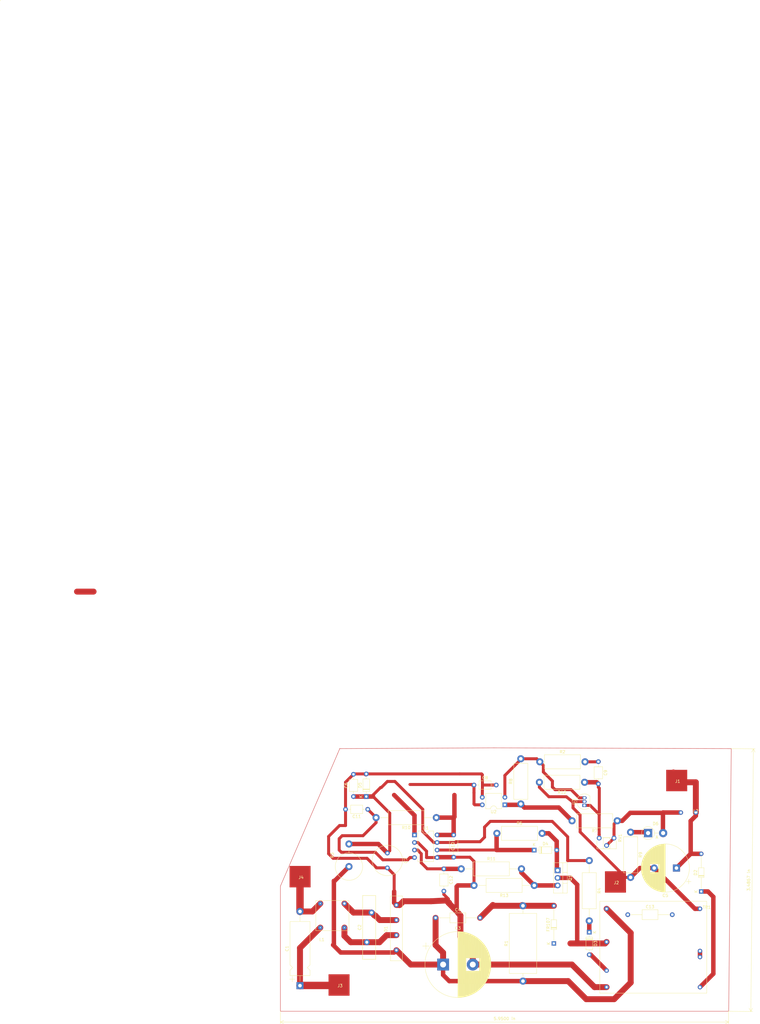
<source format=kicad_pcb>
(kicad_pcb (version 20171130) (host pcbnew "(5.1.5)-3")

  (general
    (thickness 1.6)
    (drawings 10)
    (tracks 258)
    (zones 0)
    (modules 44)
    (nets 29)
  )

  (page A4)
  (layers
    (0 F.Cu signal)
    (31 B.Cu signal)
    (32 B.Adhes user)
    (33 F.Adhes user)
    (34 B.Paste user)
    (35 F.Paste user)
    (36 B.SilkS user hide)
    (37 F.SilkS user)
    (38 B.Mask user hide)
    (39 F.Mask user hide)
    (40 Dwgs.User user hide)
    (41 Cmts.User user hide)
    (42 Eco1.User user hide)
    (43 Eco2.User user hide)
    (44 Edge.Cuts user hide)
    (45 Margin user)
    (46 B.CrtYd user hide)
    (47 F.CrtYd user hide)
    (48 B.Fab user hide)
    (49 F.Fab user hide)
  )

  (setup
    (last_trace_width 0.25)
    (user_trace_width 0.5)
    (user_trace_width 1)
    (user_trace_width 1.5)
    (user_trace_width 2)
    (user_trace_width 2.5)
    (user_trace_width 3)
    (trace_clearance 0.2)
    (zone_clearance 0.508)
    (zone_45_only no)
    (trace_min 0.2)
    (via_size 0.8)
    (via_drill 0.4)
    (via_min_size 0.4)
    (via_min_drill 0.3)
    (uvia_size 0.3)
    (uvia_drill 0.1)
    (uvias_allowed no)
    (uvia_min_size 0.2)
    (uvia_min_drill 0.1)
    (edge_width 0.05)
    (segment_width 0.2)
    (pcb_text_width 0.3)
    (pcb_text_size 1.5 1.5)
    (mod_edge_width 0.12)
    (mod_text_size 1 1)
    (mod_text_width 0.15)
    (pad_size 1.524 1.524)
    (pad_drill 0.762)
    (pad_to_mask_clearance 0.051)
    (solder_mask_min_width 0.25)
    (aux_axis_origin 219.74 141.488)
    (grid_origin 52.96 157.578)
    (visible_elements 7FFDFFFF)
    (pcbplotparams
      (layerselection 0x010fc_ffffffff)
      (usegerberextensions false)
      (usegerberattributes false)
      (usegerberadvancedattributes false)
      (creategerberjobfile false)
      (excludeedgelayer true)
      (linewidth 0.100000)
      (plotframeref false)
      (viasonmask false)
      (mode 1)
      (useauxorigin false)
      (hpglpennumber 1)
      (hpglpenspeed 20)
      (hpglpendiameter 15.000000)
      (psnegative false)
      (psa4output false)
      (plotreference true)
      (plotvalue true)
      (plotinvisibletext false)
      (padsonsilk false)
      (subtractmaskfromsilk false)
      (outputformat 1)
      (mirror false)
      (drillshape 1)
      (scaleselection 1)
      (outputdirectory ""))
  )

  (net 0 "")
  (net 1 "Net-(C2-Pad2)")
  (net 2 "Net-(C2-Pad1)")
  (net 3 GNDREF)
  (net 4 "Net-(C3-Pad1)")
  (net 5 "Net-(C4-Pad2)")
  (net 6 "Net-(C5-Pad1)")
  (net 7 "Net-(C6-Pad1)")
  (net 8 "Net-(C8-Pad1)")
  (net 9 "Net-(C9-Pad2)")
  (net 10 "Net-(C9-Pad1)")
  (net 11 "Net-(C10-Pad1)")
  (net 12 "Net-(C11-Pad1)")
  (net 13 "Net-(C12-Pad1)")
  (net 14 "Net-(D2-Pad1)")
  (net 15 "Net-(D3-Pad2)")
  (net 16 "Net-(D3-Pad1)")
  (net 17 "Net-(D4-Pad2)")
  (net 18 "Net-(D4-Pad1)")
  (net 19 "Net-(D6-Pad1)")
  (net 20 "Net-(Q1-Pad3)")
  (net 21 "Net-(R7-Pad2)")
  (net 22 "Net-(TR1-Pad6)")
  (net 23 "Net-(D6-Pad2)")
  (net 24 "Net-(C1-Pad2)")
  (net 25 "Net-(C1-Pad1)")
  (net 26 "Net-(R2-Pad1)")
  (net 27 "Net-(C13-Pad2)")
  (net 28 "Net-(C13-Pad1)")

  (net_class Default "Это класс цепей по умолчанию."
    (clearance 0.2)
    (trace_width 0.25)
    (via_dia 0.8)
    (via_drill 0.4)
    (uvia_dia 0.3)
    (uvia_drill 0.1)
    (add_net GNDREF)
    (add_net "Net-(C1-Pad1)")
    (add_net "Net-(C1-Pad2)")
    (add_net "Net-(C10-Pad1)")
    (add_net "Net-(C11-Pad1)")
    (add_net "Net-(C12-Pad1)")
    (add_net "Net-(C13-Pad1)")
    (add_net "Net-(C13-Pad2)")
    (add_net "Net-(C2-Pad1)")
    (add_net "Net-(C2-Pad2)")
    (add_net "Net-(C3-Pad1)")
    (add_net "Net-(C4-Pad2)")
    (add_net "Net-(C5-Pad1)")
    (add_net "Net-(C6-Pad1)")
    (add_net "Net-(C8-Pad1)")
    (add_net "Net-(C9-Pad1)")
    (add_net "Net-(C9-Pad2)")
    (add_net "Net-(D2-Pad1)")
    (add_net "Net-(D3-Pad1)")
    (add_net "Net-(D3-Pad2)")
    (add_net "Net-(D4-Pad1)")
    (add_net "Net-(D4-Pad2)")
    (add_net "Net-(D6-Pad1)")
    (add_net "Net-(D6-Pad2)")
    (add_net "Net-(Q1-Pad3)")
    (add_net "Net-(R2-Pad1)")
    (add_net "Net-(R7-Pad2)")
    (add_net "Net-(TR1-Pad6)")
  )

  (module Capacitor_THT:C_Axial_L5.1mm_D3.1mm_P15.00mm_Horizontal (layer F.Cu) (tedit 5AE50EF0) (tstamp 5DFA9A87)
    (at 185.71 108.918)
    (descr "C, Axial series, Axial, Horizontal, pin pitch=15mm, , length*diameter=5.1*3.1mm^2, http://www.vishay.com/docs/45231/arseries.pdf")
    (tags "C Axial series Axial Horizontal pin pitch 15mm  length 5.1mm diameter 3.1mm")
    (path /5E066417)
    (fp_text reference C13 (at 7.5 -2.67) (layer F.SilkS)
      (effects (font (size 1 1) (thickness 0.15)))
    )
    (fp_text value C_4700 (at 7.5 2.67) (layer F.Fab)
      (effects (font (size 1 1) (thickness 0.15)))
    )
    (fp_text user %R (at 7.5 0) (layer F.Fab)
      (effects (font (size 1 1) (thickness 0.15)))
    )
    (fp_line (start 16.05 -1.8) (end -1.05 -1.8) (layer F.CrtYd) (width 0.05))
    (fp_line (start 16.05 1.8) (end 16.05 -1.8) (layer F.CrtYd) (width 0.05))
    (fp_line (start -1.05 1.8) (end 16.05 1.8) (layer F.CrtYd) (width 0.05))
    (fp_line (start -1.05 -1.8) (end -1.05 1.8) (layer F.CrtYd) (width 0.05))
    (fp_line (start 13.96 0) (end 10.17 0) (layer F.SilkS) (width 0.12))
    (fp_line (start 1.04 0) (end 4.83 0) (layer F.SilkS) (width 0.12))
    (fp_line (start 10.17 -1.67) (end 4.83 -1.67) (layer F.SilkS) (width 0.12))
    (fp_line (start 10.17 1.67) (end 10.17 -1.67) (layer F.SilkS) (width 0.12))
    (fp_line (start 4.83 1.67) (end 10.17 1.67) (layer F.SilkS) (width 0.12))
    (fp_line (start 4.83 -1.67) (end 4.83 1.67) (layer F.SilkS) (width 0.12))
    (fp_line (start 15 0) (end 10.05 0) (layer F.Fab) (width 0.1))
    (fp_line (start 0 0) (end 4.95 0) (layer F.Fab) (width 0.1))
    (fp_line (start 10.05 -1.55) (end 4.95 -1.55) (layer F.Fab) (width 0.1))
    (fp_line (start 10.05 1.55) (end 10.05 -1.55) (layer F.Fab) (width 0.1))
    (fp_line (start 4.95 1.55) (end 10.05 1.55) (layer F.Fab) (width 0.1))
    (fp_line (start 4.95 -1.55) (end 4.95 1.55) (layer F.Fab) (width 0.1))
    (pad 2 thru_hole oval (at 15 0) (size 1.6 1.6) (drill 0.8) (layers *.Cu *.Mask)
      (net 27 "Net-(C13-Pad2)"))
    (pad 1 thru_hole circle (at 0 0) (size 1.6 1.6) (drill 0.8) (layers *.Cu *.Mask)
      (net 28 "Net-(C13-Pad1)"))
    (model ${KISYS3DMOD}/Capacitor_THT.3dshapes/C_Axial_L5.1mm_D3.1mm_P15.00mm_Horizontal.wrl
      (at (xyz 0 0 0))
      (scale (xyz 1 1 1))
      (rotate (xyz 0 0 0))
    )
  )

  (module MikleCustomLibrary:Pin (layer F.Cu) (tedit 5DF7DA93) (tstamp 5DF7F351)
    (at 71.73 99.658)
    (path /5E03F58D)
    (fp_text reference J4 (at 3.81 -3.302) (layer F.SilkS)
      (effects (font (size 1 1) (thickness 0.15)))
    )
    (fp_text value Conn_01x01_Male (at 3.429 -7.747) (layer F.Fab)
      (effects (font (size 1 1) (thickness 0.15)))
    )
    (fp_poly (pts (xy 6.985 0) (xy 0 0) (xy 0 -7.112) (xy 6.985 -7.112)) (layer F.Cu) (width 0.1))
  )

  (module MikleCustomLibrary:Pin (layer F.Cu) (tedit 5DF7DA93) (tstamp 5DF7F347)
    (at 84.87 136.178)
    (path /5E026E63)
    (fp_text reference J3 (at 3.81 -3.302) (layer F.SilkS)
      (effects (font (size 1 1) (thickness 0.15)))
    )
    (fp_text value Conn_01x01_Male (at 3.429 -7.747) (layer F.Fab)
      (effects (font (size 1 1) (thickness 0.15)))
    )
    (fp_poly (pts (xy 6.985 0) (xy 0 0) (xy 0 -7.112) (xy 6.985 -7.112)) (layer F.Cu) (width 0.1))
  )

  (module MikleCustomLibrary:Pin (layer F.Cu) (tedit 5DF7DA93) (tstamp 5DF7F33D)
    (at 178.07 101.448)
    (path /5DFDE6EB)
    (fp_text reference J2 (at 3.81 -3.302) (layer F.SilkS)
      (effects (font (size 1 1) (thickness 0.15)))
    )
    (fp_text value Conn_01x01_Male (at 3.429 -7.747) (layer F.Fab)
      (effects (font (size 1 1) (thickness 0.15)))
    )
    (fp_poly (pts (xy 6.985 0) (xy 0 0) (xy 0 -7.112) (xy 6.985 -7.112)) (layer F.Cu) (width 0.1))
  )

  (module MikleCustomLibrary:Pin (layer F.Cu) (tedit 5DF7DA93) (tstamp 5DF7F333)
    (at 198.72 67.248)
    (path /5DFC6F0C)
    (fp_text reference J1 (at 3.81 -3.302) (layer F.SilkS)
      (effects (font (size 1 1) (thickness 0.15)))
    )
    (fp_text value Conn_01x01_Male (at 3.429 -7.747) (layer F.Fab)
      (effects (font (size 1 1) (thickness 0.15)))
    )
    (fp_poly (pts (xy 6.985 0) (xy 0 0) (xy 0 -7.112) (xy 6.985 -7.112)) (layer F.Cu) (width 0.1))
  )

  (module MikleCustomLibrary:MyIBP_ForNIR (layer F.Cu) (tedit 5DF535C5) (tstamp 5DF4E46A)
    (at 172.212 138.43)
    (path /5DF31CD3)
    (fp_text reference TR1 (at 40.132 -31.996) (layer F.SilkS)
      (effects (font (size 1 1) (thickness 0.15)))
    )
    (fp_text value TRANSF6 (at 40.132 -30.996) (layer F.Fab)
      (effects (font (size 1 1) (thickness 0.15)))
    )
    (fp_text user U_in_pwr (at 8.89 -25.908 90) (layer Margin)
      (effects (font (size 1.5 1.5) (thickness 0.3)))
    )
    (fp_text user U_pit (at 8.89 -7.62 90) (layer Margin)
      (effects (font (size 1.5 1.5) (thickness 0.3)))
    )
    (fp_text user U_out (at 35.306 -21.336 270) (layer Margin)
      (effects (font (size 1.5 1.5) (thickness 0.3)))
    )
    (fp_line (start 40.132 -3.048) (end 4.064 -3.048) (layer F.SilkS) (width 0.12))
    (fp_line (start 4.064 -3.048) (end 4.064 -34.036) (layer F.SilkS) (width 0.12))
    (fp_line (start 4.064 -34.036) (end 40.132 -34.036) (layer F.SilkS) (width 0.12))
    (fp_line (start 40.132 -34.036) (end 40.132 -3.048) (layer F.SilkS) (width 0.12))
    (pad 4 thru_hole circle (at 6.35 -5.08 180) (size 1.524 1.524) (drill 0.762) (layers *.Cu *.Mask)
      (net 3 GNDREF))
    (pad 3 thru_hole circle (at 6.35 -10.668 180) (size 1.524 1.524) (drill 0.762) (layers *.Cu *.Mask)
      (net 15 "Net-(D3-Pad2)"))
    (pad 2 thru_hole circle (at 6.35 -20.32 180) (size 1.524 1.524) (drill 0.762) (layers *.Cu *.Mask)
      (net 28 "Net-(C13-Pad1)"))
    (pad 1 thru_hole circle (at 6.35 -31.496 180) (size 1.524 1.524) (drill 0.762) (layers *.Cu *.Mask)
      (net 4 "Net-(C3-Pad1)"))
    (pad 8 thru_hole circle (at 37.846 -5.08 180) (size 1.524 1.524) (drill 0.762) (layers *.Cu *.Mask)
      (net 14 "Net-(D2-Pad1)"))
    (pad 7 thru_hole circle (at 37.846 -15.24 180) (size 1.524 1.524) (drill 0.762) (layers *.Cu *.Mask)
      (net 22 "Net-(TR1-Pad6)"))
    (pad 5 thru_hole circle (at 37.846 -31.496 180) (size 1.524 1.524) (drill 0.762) (layers *.Cu *.Mask)
      (net 27 "Net-(C13-Pad2)"))
    (pad 6 thru_hole circle (at 37.846 -17.272 180) (size 1.524 1.524) (drill 0.762) (layers *.Cu *.Mask)
      (net 22 "Net-(TR1-Pad6)"))
  )

  (module Resistor_THT:R_Axial_DIN0414_L11.9mm_D4.5mm_P15.24mm_Horizontal (layer F.Cu) (tedit 5AE5139B) (tstamp 5DF4E387)
    (at 141.58 81.488)
    (descr "Resistor, Axial_DIN0414 series, Axial, Horizontal, pin pitch=15.24mm, 2W, length*diameter=11.9*4.5mm^2, http://www.vishay.com/docs/20128/wkxwrx.pdf")
    (tags "Resistor Axial_DIN0414 series Axial Horizontal pin pitch 15.24mm 2W length 11.9mm diameter 4.5mm")
    (path /5DF3776E)
    (fp_text reference R5 (at 7.62 -3.37) (layer F.SilkS)
      (effects (font (size 1 1) (thickness 0.15)))
    )
    (fp_text value R (at 7.62 3.37) (layer F.Fab)
      (effects (font (size 1 1) (thickness 0.15)))
    )
    (fp_text user %R (at 7.62 0) (layer F.Fab)
      (effects (font (size 1 1) (thickness 0.15)))
    )
    (fp_line (start 16.69 -2.5) (end -1.45 -2.5) (layer F.CrtYd) (width 0.05))
    (fp_line (start 16.69 2.5) (end 16.69 -2.5) (layer F.CrtYd) (width 0.05))
    (fp_line (start -1.45 2.5) (end 16.69 2.5) (layer F.CrtYd) (width 0.05))
    (fp_line (start -1.45 -2.5) (end -1.45 2.5) (layer F.CrtYd) (width 0.05))
    (fp_line (start 13.8 0) (end 13.69 0) (layer F.SilkS) (width 0.12))
    (fp_line (start 1.44 0) (end 1.55 0) (layer F.SilkS) (width 0.12))
    (fp_line (start 13.69 -2.37) (end 1.55 -2.37) (layer F.SilkS) (width 0.12))
    (fp_line (start 13.69 2.37) (end 13.69 -2.37) (layer F.SilkS) (width 0.12))
    (fp_line (start 1.55 2.37) (end 13.69 2.37) (layer F.SilkS) (width 0.12))
    (fp_line (start 1.55 -2.37) (end 1.55 2.37) (layer F.SilkS) (width 0.12))
    (fp_line (start 15.24 0) (end 13.57 0) (layer F.Fab) (width 0.1))
    (fp_line (start 0 0) (end 1.67 0) (layer F.Fab) (width 0.1))
    (fp_line (start 13.57 -2.25) (end 1.67 -2.25) (layer F.Fab) (width 0.1))
    (fp_line (start 13.57 2.25) (end 13.57 -2.25) (layer F.Fab) (width 0.1))
    (fp_line (start 1.67 2.25) (end 13.57 2.25) (layer F.Fab) (width 0.1))
    (fp_line (start 1.67 -2.25) (end 1.67 2.25) (layer F.Fab) (width 0.1))
    (pad 2 thru_hole oval (at 15.24 0) (size 2.4 2.4) (drill 1.2) (layers *.Cu *.Mask)
      (net 17 "Net-(D4-Pad2)"))
    (pad 1 thru_hole circle (at 0 0) (size 2.4 2.4) (drill 1.2) (layers *.Cu *.Mask)
      (net 18 "Net-(D4-Pad1)"))
    (model ${KISYS3DMOD}/Resistor_THT.3dshapes/R_Axial_DIN0414_L11.9mm_D4.5mm_P15.24mm_Horizontal.wrl
      (at (xyz 0 0 0))
      (scale (xyz 1 1 1))
      (rotate (xyz 0 0 0))
    )
  )

  (module Resistor_THT:R_Axial_DIN0414_L11.9mm_D4.5mm_P15.24mm_Horizontal (layer F.Cu) (tedit 5AE5139B) (tstamp 5DF7BA4A)
    (at 182.16 77.268 180)
    (descr "Resistor, Axial_DIN0414 series, Axial, Horizontal, pin pitch=15.24mm, 2W, length*diameter=11.9*4.5mm^2, http://www.vishay.com/docs/20128/wkxwrx.pdf")
    (tags "Resistor Axial_DIN0414 series Axial Horizontal pin pitch 15.24mm 2W length 11.9mm diameter 4.5mm")
    (path /5E0238A6)
    (fp_text reference R7 (at 7.62 -3.37) (layer F.SilkS)
      (effects (font (size 1 1) (thickness 0.15)))
    )
    (fp_text value R (at 7.62 3.37) (layer F.Fab)
      (effects (font (size 1 1) (thickness 0.15)))
    )
    (fp_text user %R (at 7.62 0) (layer F.Fab)
      (effects (font (size 1 1) (thickness 0.15)))
    )
    (fp_line (start 16.69 -2.5) (end -1.45 -2.5) (layer F.CrtYd) (width 0.05))
    (fp_line (start 16.69 2.5) (end 16.69 -2.5) (layer F.CrtYd) (width 0.05))
    (fp_line (start -1.45 2.5) (end 16.69 2.5) (layer F.CrtYd) (width 0.05))
    (fp_line (start -1.45 -2.5) (end -1.45 2.5) (layer F.CrtYd) (width 0.05))
    (fp_line (start 13.8 0) (end 13.69 0) (layer F.SilkS) (width 0.12))
    (fp_line (start 1.44 0) (end 1.55 0) (layer F.SilkS) (width 0.12))
    (fp_line (start 13.69 -2.37) (end 1.55 -2.37) (layer F.SilkS) (width 0.12))
    (fp_line (start 13.69 2.37) (end 13.69 -2.37) (layer F.SilkS) (width 0.12))
    (fp_line (start 1.55 2.37) (end 13.69 2.37) (layer F.SilkS) (width 0.12))
    (fp_line (start 1.55 -2.37) (end 1.55 2.37) (layer F.SilkS) (width 0.12))
    (fp_line (start 15.24 0) (end 13.57 0) (layer F.Fab) (width 0.1))
    (fp_line (start 0 0) (end 1.67 0) (layer F.Fab) (width 0.1))
    (fp_line (start 13.57 -2.25) (end 1.67 -2.25) (layer F.Fab) (width 0.1))
    (fp_line (start 13.57 2.25) (end 13.57 -2.25) (layer F.Fab) (width 0.1))
    (fp_line (start 1.67 2.25) (end 13.57 2.25) (layer F.Fab) (width 0.1))
    (fp_line (start 1.67 -2.25) (end 1.67 2.25) (layer F.Fab) (width 0.1))
    (pad 2 thru_hole oval (at 15.24 0 180) (size 2.4 2.4) (drill 1.2) (layers *.Cu *.Mask)
      (net 21 "Net-(R7-Pad2)"))
    (pad 1 thru_hole circle (at 0 0 180) (size 2.4 2.4) (drill 1.2) (layers *.Cu *.Mask)
      (net 23 "Net-(D6-Pad2)"))
    (model ${KISYS3DMOD}/Resistor_THT.3dshapes/R_Axial_DIN0414_L11.9mm_D4.5mm_P15.24mm_Horizontal.wrl
      (at (xyz 0 0 0))
      (scale (xyz 1 1 1))
      (rotate (xyz 0 0 0))
    )
  )

  (module Resistor_THT:R_Axial_DIN0414_L11.9mm_D4.5mm_P15.24mm_Horizontal (layer F.Cu) (tedit 5AE5139B) (tstamp 5DF7BA8C)
    (at 171.15 64.278 180)
    (descr "Resistor, Axial_DIN0414 series, Axial, Horizontal, pin pitch=15.24mm, 2W, length*diameter=11.9*4.5mm^2, http://www.vishay.com/docs/20128/wkxwrx.pdf")
    (tags "Resistor Axial_DIN0414 series Axial Horizontal pin pitch 15.24mm 2W length 11.9mm diameter 4.5mm")
    (path /5E043C0C)
    (fp_text reference R12 (at 7.62 -3.37) (layer F.SilkS)
      (effects (font (size 1 1) (thickness 0.15)))
    )
    (fp_text value R (at 7.62 3.37) (layer F.Fab)
      (effects (font (size 1 1) (thickness 0.15)))
    )
    (fp_text user %R (at 7.62 0) (layer F.Fab)
      (effects (font (size 1 1) (thickness 0.15)))
    )
    (fp_line (start 16.69 -2.5) (end -1.45 -2.5) (layer F.CrtYd) (width 0.05))
    (fp_line (start 16.69 2.5) (end 16.69 -2.5) (layer F.CrtYd) (width 0.05))
    (fp_line (start -1.45 2.5) (end 16.69 2.5) (layer F.CrtYd) (width 0.05))
    (fp_line (start -1.45 -2.5) (end -1.45 2.5) (layer F.CrtYd) (width 0.05))
    (fp_line (start 13.8 0) (end 13.69 0) (layer F.SilkS) (width 0.12))
    (fp_line (start 1.44 0) (end 1.55 0) (layer F.SilkS) (width 0.12))
    (fp_line (start 13.69 -2.37) (end 1.55 -2.37) (layer F.SilkS) (width 0.12))
    (fp_line (start 13.69 2.37) (end 13.69 -2.37) (layer F.SilkS) (width 0.12))
    (fp_line (start 1.55 2.37) (end 13.69 2.37) (layer F.SilkS) (width 0.12))
    (fp_line (start 1.55 -2.37) (end 1.55 2.37) (layer F.SilkS) (width 0.12))
    (fp_line (start 15.24 0) (end 13.57 0) (layer F.Fab) (width 0.1))
    (fp_line (start 0 0) (end 1.67 0) (layer F.Fab) (width 0.1))
    (fp_line (start 13.57 -2.25) (end 1.67 -2.25) (layer F.Fab) (width 0.1))
    (fp_line (start 13.57 2.25) (end 13.57 -2.25) (layer F.Fab) (width 0.1))
    (fp_line (start 1.67 2.25) (end 13.57 2.25) (layer F.Fab) (width 0.1))
    (fp_line (start 1.67 -2.25) (end 1.67 2.25) (layer F.Fab) (width 0.1))
    (pad 2 thru_hole oval (at 15.24 0 180) (size 2.4 2.4) (drill 1.2) (layers *.Cu *.Mask)
      (net 27 "Net-(C13-Pad2)"))
    (pad 1 thru_hole circle (at 0 0 180) (size 2.4 2.4) (drill 1.2) (layers *.Cu *.Mask)
      (net 9 "Net-(C9-Pad2)"))
    (model ${KISYS3DMOD}/Resistor_THT.3dshapes/R_Axial_DIN0414_L11.9mm_D4.5mm_P15.24mm_Horizontal.wrl
      (at (xyz 0 0 0))
      (scale (xyz 1 1 1))
      (rotate (xyz 0 0 0))
    )
  )

  (module Resistor_THT:R_Axial_DIN0414_L11.9mm_D4.5mm_P15.24mm_Horizontal (layer F.Cu) (tedit 5AE5139B) (tstamp 5DF82A3A)
    (at 186.66 81.108 270)
    (descr "Resistor, Axial_DIN0414 series, Axial, Horizontal, pin pitch=15.24mm, 2W, length*diameter=11.9*4.5mm^2, http://www.vishay.com/docs/20128/wkxwrx.pdf")
    (tags "Resistor Axial_DIN0414 series Axial Horizontal pin pitch 15.24mm 2W length 11.9mm diameter 4.5mm")
    (path /5E082351)
    (fp_text reference R9 (at 7.62 -3.37 90) (layer F.SilkS)
      (effects (font (size 1 1) (thickness 0.15)))
    )
    (fp_text value R (at 7.62 3.37 90) (layer F.Fab)
      (effects (font (size 1 1) (thickness 0.15)))
    )
    (fp_text user %R (at 7.62 0 90) (layer F.Fab)
      (effects (font (size 1 1) (thickness 0.15)))
    )
    (fp_line (start 16.69 -2.5) (end -1.45 -2.5) (layer F.CrtYd) (width 0.05))
    (fp_line (start 16.69 2.5) (end 16.69 -2.5) (layer F.CrtYd) (width 0.05))
    (fp_line (start -1.45 2.5) (end 16.69 2.5) (layer F.CrtYd) (width 0.05))
    (fp_line (start -1.45 -2.5) (end -1.45 2.5) (layer F.CrtYd) (width 0.05))
    (fp_line (start 13.8 0) (end 13.69 0) (layer F.SilkS) (width 0.12))
    (fp_line (start 1.44 0) (end 1.55 0) (layer F.SilkS) (width 0.12))
    (fp_line (start 13.69 -2.37) (end 1.55 -2.37) (layer F.SilkS) (width 0.12))
    (fp_line (start 13.69 2.37) (end 13.69 -2.37) (layer F.SilkS) (width 0.12))
    (fp_line (start 1.55 2.37) (end 13.69 2.37) (layer F.SilkS) (width 0.12))
    (fp_line (start 1.55 -2.37) (end 1.55 2.37) (layer F.SilkS) (width 0.12))
    (fp_line (start 15.24 0) (end 13.57 0) (layer F.Fab) (width 0.1))
    (fp_line (start 0 0) (end 1.67 0) (layer F.Fab) (width 0.1))
    (fp_line (start 13.57 -2.25) (end 1.67 -2.25) (layer F.Fab) (width 0.1))
    (fp_line (start 13.57 2.25) (end 13.57 -2.25) (layer F.Fab) (width 0.1))
    (fp_line (start 1.67 2.25) (end 13.57 2.25) (layer F.Fab) (width 0.1))
    (fp_line (start 1.67 -2.25) (end 1.67 2.25) (layer F.Fab) (width 0.1))
    (pad 2 thru_hole oval (at 15.24 0 270) (size 2.4 2.4) (drill 1.2) (layers *.Cu *.Mask)
      (net 27 "Net-(C13-Pad2)"))
    (pad 1 thru_hole circle (at 0 0 270) (size 2.4 2.4) (drill 1.2) (layers *.Cu *.Mask)
      (net 19 "Net-(D6-Pad1)"))
    (model ${KISYS3DMOD}/Resistor_THT.3dshapes/R_Axial_DIN0414_L11.9mm_D4.5mm_P15.24mm_Horizontal.wrl
      (at (xyz 0 0 0))
      (scale (xyz 1 1 1))
      (rotate (xyz 0 0 0))
    )
  )

  (module Resistor_THT:R_Axial_DIN0414_L11.9mm_D4.5mm_P15.24mm_Horizontal (layer F.Cu) (tedit 5AE5139B) (tstamp 5DF7BA60)
    (at 149.64 71.598 90)
    (descr "Resistor, Axial_DIN0414 series, Axial, Horizontal, pin pitch=15.24mm, 2W, length*diameter=11.9*4.5mm^2, http://www.vishay.com/docs/20128/wkxwrx.pdf")
    (tags "Resistor Axial_DIN0414 series Axial Horizontal pin pitch 15.24mm 2W length 11.9mm diameter 4.5mm")
    (path /5E027189)
    (fp_text reference R8 (at 7.62 -3.37 90) (layer F.SilkS)
      (effects (font (size 1 1) (thickness 0.15)))
    )
    (fp_text value R (at 7.62 3.37 90) (layer F.Fab)
      (effects (font (size 1 1) (thickness 0.15)))
    )
    (fp_text user %R (at 7.62 0 90) (layer F.Fab)
      (effects (font (size 1 1) (thickness 0.15)))
    )
    (fp_line (start 16.69 -2.5) (end -1.45 -2.5) (layer F.CrtYd) (width 0.05))
    (fp_line (start 16.69 2.5) (end 16.69 -2.5) (layer F.CrtYd) (width 0.05))
    (fp_line (start -1.45 2.5) (end 16.69 2.5) (layer F.CrtYd) (width 0.05))
    (fp_line (start -1.45 -2.5) (end -1.45 2.5) (layer F.CrtYd) (width 0.05))
    (fp_line (start 13.8 0) (end 13.69 0) (layer F.SilkS) (width 0.12))
    (fp_line (start 1.44 0) (end 1.55 0) (layer F.SilkS) (width 0.12))
    (fp_line (start 13.69 -2.37) (end 1.55 -2.37) (layer F.SilkS) (width 0.12))
    (fp_line (start 13.69 2.37) (end 13.69 -2.37) (layer F.SilkS) (width 0.12))
    (fp_line (start 1.55 2.37) (end 13.69 2.37) (layer F.SilkS) (width 0.12))
    (fp_line (start 1.55 -2.37) (end 1.55 2.37) (layer F.SilkS) (width 0.12))
    (fp_line (start 15.24 0) (end 13.57 0) (layer F.Fab) (width 0.1))
    (fp_line (start 0 0) (end 1.67 0) (layer F.Fab) (width 0.1))
    (fp_line (start 13.57 -2.25) (end 1.67 -2.25) (layer F.Fab) (width 0.1))
    (fp_line (start 13.57 2.25) (end 13.57 -2.25) (layer F.Fab) (width 0.1))
    (fp_line (start 1.67 2.25) (end 13.57 2.25) (layer F.Fab) (width 0.1))
    (fp_line (start 1.67 -2.25) (end 1.67 2.25) (layer F.Fab) (width 0.1))
    (pad 2 thru_hole oval (at 15.24 0 90) (size 2.4 2.4) (drill 1.2) (layers *.Cu *.Mask)
      (net 26 "Net-(R2-Pad1)"))
    (pad 1 thru_hole circle (at 0 0 90) (size 2.4 2.4) (drill 1.2) (layers *.Cu *.Mask)
      (net 21 "Net-(R7-Pad2)"))
    (model ${KISYS3DMOD}/Resistor_THT.3dshapes/R_Axial_DIN0414_L11.9mm_D4.5mm_P15.24mm_Horizontal.wrl
      (at (xyz 0 0 0))
      (scale (xyz 1 1 1))
      (rotate (xyz 0 0 0))
    )
  )

  (module Resistor_THT:R_Axial_DIN0414_L11.9mm_D4.5mm_P15.24mm_Horizontal (layer F.Cu) (tedit 5AE5139B) (tstamp 5DF7F3E8)
    (at 156.05 57.388)
    (descr "Resistor, Axial_DIN0414 series, Axial, Horizontal, pin pitch=15.24mm, 2W, length*diameter=11.9*4.5mm^2, http://www.vishay.com/docs/20128/wkxwrx.pdf")
    (tags "Resistor Axial_DIN0414 series Axial Horizontal pin pitch 15.24mm 2W length 11.9mm diameter 4.5mm")
    (path /5DF9A662)
    (fp_text reference R2 (at 7.62 -3.37) (layer F.SilkS)
      (effects (font (size 1 1) (thickness 0.15)))
    )
    (fp_text value R (at 7.62 3.37) (layer F.Fab)
      (effects (font (size 1 1) (thickness 0.15)))
    )
    (fp_text user %R (at 7.62 0) (layer F.Fab)
      (effects (font (size 1 1) (thickness 0.15)))
    )
    (fp_line (start 16.69 -2.5) (end -1.45 -2.5) (layer F.CrtYd) (width 0.05))
    (fp_line (start 16.69 2.5) (end 16.69 -2.5) (layer F.CrtYd) (width 0.05))
    (fp_line (start -1.45 2.5) (end 16.69 2.5) (layer F.CrtYd) (width 0.05))
    (fp_line (start -1.45 -2.5) (end -1.45 2.5) (layer F.CrtYd) (width 0.05))
    (fp_line (start 13.8 0) (end 13.69 0) (layer F.SilkS) (width 0.12))
    (fp_line (start 1.44 0) (end 1.55 0) (layer F.SilkS) (width 0.12))
    (fp_line (start 13.69 -2.37) (end 1.55 -2.37) (layer F.SilkS) (width 0.12))
    (fp_line (start 13.69 2.37) (end 13.69 -2.37) (layer F.SilkS) (width 0.12))
    (fp_line (start 1.55 2.37) (end 13.69 2.37) (layer F.SilkS) (width 0.12))
    (fp_line (start 1.55 -2.37) (end 1.55 2.37) (layer F.SilkS) (width 0.12))
    (fp_line (start 15.24 0) (end 13.57 0) (layer F.Fab) (width 0.1))
    (fp_line (start 0 0) (end 1.67 0) (layer F.Fab) (width 0.1))
    (fp_line (start 13.57 -2.25) (end 1.67 -2.25) (layer F.Fab) (width 0.1))
    (fp_line (start 13.57 2.25) (end 13.57 -2.25) (layer F.Fab) (width 0.1))
    (fp_line (start 1.67 2.25) (end 13.57 2.25) (layer F.Fab) (width 0.1))
    (fp_line (start 1.67 -2.25) (end 1.67 2.25) (layer F.Fab) (width 0.1))
    (pad 2 thru_hole oval (at 15.24 0) (size 2.4 2.4) (drill 1.2) (layers *.Cu *.Mask)
      (net 10 "Net-(C9-Pad1)"))
    (pad 1 thru_hole circle (at 0 0) (size 2.4 2.4) (drill 1.2) (layers *.Cu *.Mask)
      (net 26 "Net-(R2-Pad1)"))
    (model ${KISYS3DMOD}/Resistor_THT.3dshapes/R_Axial_DIN0414_L11.9mm_D4.5mm_P15.24mm_Horizontal.wrl
      (at (xyz 0 0 0))
      (scale (xyz 1 1 1))
      (rotate (xyz 0 0 0))
    )
  )

  (module Package_TO_SOT_THT:TO-92_Inline (layer F.Cu) (tedit 5A1DD157) (tstamp 5DF7F68C)
    (at 171.1 72.078 90)
    (descr "TO-92 leads in-line, narrow, oval pads, drill 0.75mm (see NXP sot054_po.pdf)")
    (tags "to-92 sc-43 sc-43a sot54 PA33 transistor")
    (path /5DF7E817)
    (fp_text reference U3 (at 1.27 -3.56 90) (layer F.SilkS)
      (effects (font (size 1 1) (thickness 0.15)))
    )
    (fp_text value TL431LP (at 1.27 2.79 90) (layer F.Fab)
      (effects (font (size 1 1) (thickness 0.15)))
    )
    (fp_arc (start 1.27 0) (end 1.27 -2.6) (angle 135) (layer F.SilkS) (width 0.12))
    (fp_arc (start 1.27 0) (end 1.27 -2.48) (angle -135) (layer F.Fab) (width 0.1))
    (fp_arc (start 1.27 0) (end 1.27 -2.6) (angle -135) (layer F.SilkS) (width 0.12))
    (fp_arc (start 1.27 0) (end 1.27 -2.48) (angle 135) (layer F.Fab) (width 0.1))
    (fp_line (start 4 2.01) (end -1.46 2.01) (layer F.CrtYd) (width 0.05))
    (fp_line (start 4 2.01) (end 4 -2.73) (layer F.CrtYd) (width 0.05))
    (fp_line (start -1.46 -2.73) (end -1.46 2.01) (layer F.CrtYd) (width 0.05))
    (fp_line (start -1.46 -2.73) (end 4 -2.73) (layer F.CrtYd) (width 0.05))
    (fp_line (start -0.5 1.75) (end 3 1.75) (layer F.Fab) (width 0.1))
    (fp_line (start -0.53 1.85) (end 3.07 1.85) (layer F.SilkS) (width 0.12))
    (fp_text user %R (at 1.27 -3.56 90) (layer F.Fab)
      (effects (font (size 1 1) (thickness 0.15)))
    )
    (pad 1 thru_hole rect (at 0 0 90) (size 1.05 1.5) (drill 0.75) (layers *.Cu *.Mask)
      (net 9 "Net-(C9-Pad2)"))
    (pad 3 thru_hole oval (at 2.54 0 90) (size 1.05 1.5) (drill 0.75) (layers *.Cu *.Mask)
      (net 26 "Net-(R2-Pad1)"))
    (pad 2 thru_hole oval (at 1.27 0 90) (size 1.05 1.5) (drill 0.75) (layers *.Cu *.Mask)
      (net 27 "Net-(C13-Pad2)"))
    (model ${KISYS3DMOD}/Package_TO_SOT_THT.3dshapes/TO-92_Inline.wrl
      (at (xyz 0 0 0))
      (scale (xyz 1 1 1))
      (rotate (xyz 0 0 0))
    )
  )

  (module Resistor_THT:R_Axial_DIN0918_L18.0mm_D9.0mm_P7.62mm_Vertical (layer F.Cu) (tedit 5AE5139B) (tstamp 5DF4E359)
    (at 91.694 92.71 90)
    (descr "Resistor, Axial_DIN0918 series, Axial, Vertical, pin pitch=7.62mm, 4W, length*diameter=18*9mm^2")
    (tags "Resistor Axial_DIN0918 series Axial Vertical pin pitch 7.62mm 4W length 18mm diameter 9mm")
    (path /5DF6D4E1)
    (fp_text reference R3 (at 3.81 -5.62 90) (layer F.SilkS)
      (effects (font (size 1 1) (thickness 0.15)))
    )
    (fp_text value "R 300k 2W" (at 3.81 5.62 90) (layer F.Fab)
      (effects (font (size 1 1) (thickness 0.15)))
    )
    (fp_text user %R (at 0 -1.7 90) (layer F.Fab)
      (effects (font (size 1 1) (thickness 0.15)))
    )
    (fp_line (start 9.07 -4.75) (end -4.75 -4.75) (layer F.CrtYd) (width 0.05))
    (fp_line (start 9.07 4.75) (end 9.07 -4.75) (layer F.CrtYd) (width 0.05))
    (fp_line (start -4.75 4.75) (end 9.07 4.75) (layer F.CrtYd) (width 0.05))
    (fp_line (start -4.75 -4.75) (end -4.75 4.75) (layer F.CrtYd) (width 0.05))
    (fp_line (start 4.62 0) (end 6.12 0) (layer F.SilkS) (width 0.12))
    (fp_line (start 0 0) (end 7.62 0) (layer F.Fab) (width 0.1))
    (fp_circle (center 0 0) (end 4.62 0) (layer F.SilkS) (width 0.12))
    (fp_circle (center 0 0) (end 4.5 0) (layer F.Fab) (width 0.1))
    (pad 2 thru_hole oval (at 7.62 0 90) (size 2.4 2.4) (drill 1.2) (layers *.Cu *.Mask)
      (net 7 "Net-(C6-Pad1)"))
    (pad 1 thru_hole circle (at 0 0 90) (size 2.4 2.4) (drill 1.2) (layers *.Cu *.Mask)
      (net 4 "Net-(C3-Pad1)"))
    (model ${KISYS3DMOD}/Resistor_THT.3dshapes/R_Axial_DIN0918_L18.0mm_D9.0mm_P7.62mm_Vertical.wrl
      (at (xyz 0 0 0))
      (scale (xyz 1 1 1))
      (rotate (xyz 0 0 0))
    )
  )

  (module MikleCustomLibrary:Drossel_ForNIR (layer F.Cu) (tedit 5DF4CC08) (tstamp 5DF4E302)
    (at 208.67 74.488 180)
    (path /5E00AF6A)
    (fp_text reference L2 (at 0 0.5) (layer F.SilkS)
      (effects (font (size 1 1) (thickness 0.15)))
    )
    (fp_text value INDUCTOR (at 0 -0.5) (layer F.Fab)
      (effects (font (size 1 1) (thickness 0.15)))
    )
    (fp_poly (pts (xy 7.112 5.588) (xy -1.524 5.588) (xy -1.524 -6.096) (xy 7.112 -6.096)) (layer F.Fab) (width 0.1))
    (pad 2 thru_hole circle (at 5.08 0 180) (size 1.524 1.524) (drill 0.762) (layers *.Cu *.Mask)
      (net 23 "Net-(D6-Pad2)"))
    (pad 1 thru_hole circle (at 0 0 180) (size 1.524 1.524) (drill 0.762) (layers *.Cu *.Mask)
      (net 6 "Net-(C5-Pad1)"))
  )

  (module Capacitor_THT:CP_Radial_D22.0mm_P10.00mm_SnapIn (layer F.Cu) (tedit 5AE50EF1) (tstamp 5DF4E052)
    (at 123.444 125.73)
    (descr "CP, Radial series, Radial, pin pitch=10.00mm, , diameter=22mm, Electrolytic Capacitor, , http://www.vishay.com/docs/28342/058059pll-si.pdf")
    (tags "CP Radial series Radial pin pitch 10.00mm  diameter 22mm Electrolytic Capacitor")
    (path /5DF289A7)
    (fp_text reference C3 (at 5 -12.25) (layer F.SilkS)
      (effects (font (size 1 1) (thickness 0.15)))
    )
    (fp_text value CP (at 5 12.25) (layer F.Fab)
      (effects (font (size 1 1) (thickness 0.15)))
    )
    (fp_text user %R (at 5 0) (layer F.Fab)
      (effects (font (size 1 1) (thickness 0.15)))
    )
    (fp_line (start -5.799337 -7.335) (end -5.799337 -5.135) (layer F.SilkS) (width 0.12))
    (fp_line (start -6.899337 -6.235) (end -4.699337 -6.235) (layer F.SilkS) (width 0.12))
    (fp_line (start 16.12 -0.04) (end 16.12 0.04) (layer F.SilkS) (width 0.12))
    (fp_line (start 16.08 -0.903) (end 16.08 0.903) (layer F.SilkS) (width 0.12))
    (fp_line (start 16.04 -1.292) (end 16.04 1.292) (layer F.SilkS) (width 0.12))
    (fp_line (start 16 -1.59) (end 16 1.59) (layer F.SilkS) (width 0.12))
    (fp_line (start 15.96 -1.84) (end 15.96 1.84) (layer F.SilkS) (width 0.12))
    (fp_line (start 15.92 -2.06) (end 15.92 2.06) (layer F.SilkS) (width 0.12))
    (fp_line (start 15.88 -2.258) (end 15.88 2.258) (layer F.SilkS) (width 0.12))
    (fp_line (start 15.84 -2.44) (end 15.84 2.44) (layer F.SilkS) (width 0.12))
    (fp_line (start 15.8 -2.609) (end 15.8 2.609) (layer F.SilkS) (width 0.12))
    (fp_line (start 15.76 -2.767) (end 15.76 2.767) (layer F.SilkS) (width 0.12))
    (fp_line (start 15.72 -2.916) (end 15.72 2.916) (layer F.SilkS) (width 0.12))
    (fp_line (start 15.68 -3.058) (end 15.68 3.058) (layer F.SilkS) (width 0.12))
    (fp_line (start 15.64 -3.192) (end 15.64 3.192) (layer F.SilkS) (width 0.12))
    (fp_line (start 15.6 -3.321) (end 15.6 3.321) (layer F.SilkS) (width 0.12))
    (fp_line (start 15.56 -3.445) (end 15.56 3.445) (layer F.SilkS) (width 0.12))
    (fp_line (start 15.52 -3.564) (end 15.52 3.564) (layer F.SilkS) (width 0.12))
    (fp_line (start 15.48 -3.679) (end 15.48 3.679) (layer F.SilkS) (width 0.12))
    (fp_line (start 15.44 -3.789) (end 15.44 3.789) (layer F.SilkS) (width 0.12))
    (fp_line (start 15.4 -3.897) (end 15.4 3.897) (layer F.SilkS) (width 0.12))
    (fp_line (start 15.36 -4.001) (end 15.36 4.001) (layer F.SilkS) (width 0.12))
    (fp_line (start 15.32 -4.102) (end 15.32 4.102) (layer F.SilkS) (width 0.12))
    (fp_line (start 15.28 -4.2) (end 15.28 4.2) (layer F.SilkS) (width 0.12))
    (fp_line (start 15.24 -4.296) (end 15.24 4.296) (layer F.SilkS) (width 0.12))
    (fp_line (start 15.2 -4.389) (end 15.2 4.389) (layer F.SilkS) (width 0.12))
    (fp_line (start 15.16 -4.48) (end 15.16 4.48) (layer F.SilkS) (width 0.12))
    (fp_line (start 15.12 -4.569) (end 15.12 4.569) (layer F.SilkS) (width 0.12))
    (fp_line (start 15.08 -4.656) (end 15.08 4.656) (layer F.SilkS) (width 0.12))
    (fp_line (start 15.04 -4.741) (end 15.04 4.741) (layer F.SilkS) (width 0.12))
    (fp_line (start 15 -4.824) (end 15 4.824) (layer F.SilkS) (width 0.12))
    (fp_line (start 14.96 -4.905) (end 14.96 4.905) (layer F.SilkS) (width 0.12))
    (fp_line (start 14.92 -4.985) (end 14.92 4.985) (layer F.SilkS) (width 0.12))
    (fp_line (start 14.88 -5.063) (end 14.88 5.063) (layer F.SilkS) (width 0.12))
    (fp_line (start 14.84 -5.14) (end 14.84 5.14) (layer F.SilkS) (width 0.12))
    (fp_line (start 14.8 -5.215) (end 14.8 5.215) (layer F.SilkS) (width 0.12))
    (fp_line (start 14.76 -5.289) (end 14.76 5.289) (layer F.SilkS) (width 0.12))
    (fp_line (start 14.72 -5.362) (end 14.72 5.362) (layer F.SilkS) (width 0.12))
    (fp_line (start 14.68 -5.433) (end 14.68 5.433) (layer F.SilkS) (width 0.12))
    (fp_line (start 14.64 -5.503) (end 14.64 5.503) (layer F.SilkS) (width 0.12))
    (fp_line (start 14.6 -5.572) (end 14.6 5.572) (layer F.SilkS) (width 0.12))
    (fp_line (start 14.56 -5.64) (end 14.56 5.64) (layer F.SilkS) (width 0.12))
    (fp_line (start 14.52 -5.707) (end 14.52 5.707) (layer F.SilkS) (width 0.12))
    (fp_line (start 14.48 -5.773) (end 14.48 5.773) (layer F.SilkS) (width 0.12))
    (fp_line (start 14.44 -5.838) (end 14.44 5.838) (layer F.SilkS) (width 0.12))
    (fp_line (start 14.4 -5.901) (end 14.4 5.901) (layer F.SilkS) (width 0.12))
    (fp_line (start 14.36 -5.964) (end 14.36 5.964) (layer F.SilkS) (width 0.12))
    (fp_line (start 14.32 -6.026) (end 14.32 6.026) (layer F.SilkS) (width 0.12))
    (fp_line (start 14.28 -6.087) (end 14.28 6.087) (layer F.SilkS) (width 0.12))
    (fp_line (start 14.24 -6.147) (end 14.24 6.147) (layer F.SilkS) (width 0.12))
    (fp_line (start 14.2 -6.207) (end 14.2 6.207) (layer F.SilkS) (width 0.12))
    (fp_line (start 14.16 -6.265) (end 14.16 6.265) (layer F.SilkS) (width 0.12))
    (fp_line (start 14.12 -6.323) (end 14.12 6.323) (layer F.SilkS) (width 0.12))
    (fp_line (start 14.08 -6.38) (end 14.08 6.38) (layer F.SilkS) (width 0.12))
    (fp_line (start 14.04 -6.436) (end 14.04 6.436) (layer F.SilkS) (width 0.12))
    (fp_line (start 14 -6.492) (end 14 6.492) (layer F.SilkS) (width 0.12))
    (fp_line (start 13.96 -6.546) (end 13.96 6.546) (layer F.SilkS) (width 0.12))
    (fp_line (start 13.92 -6.6) (end 13.92 6.6) (layer F.SilkS) (width 0.12))
    (fp_line (start 13.88 -6.654) (end 13.88 6.654) (layer F.SilkS) (width 0.12))
    (fp_line (start 13.84 -6.707) (end 13.84 6.707) (layer F.SilkS) (width 0.12))
    (fp_line (start 13.8 -6.759) (end 13.8 6.759) (layer F.SilkS) (width 0.12))
    (fp_line (start 13.76 -6.81) (end 13.76 6.81) (layer F.SilkS) (width 0.12))
    (fp_line (start 13.72 -6.861) (end 13.72 6.861) (layer F.SilkS) (width 0.12))
    (fp_line (start 13.68 -6.911) (end 13.68 6.911) (layer F.SilkS) (width 0.12))
    (fp_line (start 13.64 -6.961) (end 13.64 6.961) (layer F.SilkS) (width 0.12))
    (fp_line (start 13.6 -7.01) (end 13.6 7.01) (layer F.SilkS) (width 0.12))
    (fp_line (start 13.56 -7.058) (end 13.56 7.058) (layer F.SilkS) (width 0.12))
    (fp_line (start 13.52 -7.106) (end 13.52 7.106) (layer F.SilkS) (width 0.12))
    (fp_line (start 13.48 -7.154) (end 13.48 7.154) (layer F.SilkS) (width 0.12))
    (fp_line (start 13.44 -7.201) (end 13.44 7.201) (layer F.SilkS) (width 0.12))
    (fp_line (start 13.4 -7.247) (end 13.4 7.247) (layer F.SilkS) (width 0.12))
    (fp_line (start 13.36 -7.293) (end 13.36 7.293) (layer F.SilkS) (width 0.12))
    (fp_line (start 13.32 -7.338) (end 13.32 7.338) (layer F.SilkS) (width 0.12))
    (fp_line (start 13.28 -7.383) (end 13.28 7.383) (layer F.SilkS) (width 0.12))
    (fp_line (start 13.24 -7.428) (end 13.24 7.428) (layer F.SilkS) (width 0.12))
    (fp_line (start 13.2 -7.471) (end 13.2 7.471) (layer F.SilkS) (width 0.12))
    (fp_line (start 13.161 -7.515) (end 13.161 7.515) (layer F.SilkS) (width 0.12))
    (fp_line (start 13.121 -7.558) (end 13.121 7.558) (layer F.SilkS) (width 0.12))
    (fp_line (start 13.081 -7.6) (end 13.081 7.6) (layer F.SilkS) (width 0.12))
    (fp_line (start 13.041 -7.642) (end 13.041 7.642) (layer F.SilkS) (width 0.12))
    (fp_line (start 13.001 -7.684) (end 13.001 7.684) (layer F.SilkS) (width 0.12))
    (fp_line (start 12.961 -7.725) (end 12.961 7.725) (layer F.SilkS) (width 0.12))
    (fp_line (start 12.921 -7.766) (end 12.921 7.766) (layer F.SilkS) (width 0.12))
    (fp_line (start 12.881 -7.807) (end 12.881 7.807) (layer F.SilkS) (width 0.12))
    (fp_line (start 12.841 -7.846) (end 12.841 7.846) (layer F.SilkS) (width 0.12))
    (fp_line (start 12.801 -7.886) (end 12.801 7.886) (layer F.SilkS) (width 0.12))
    (fp_line (start 12.761 -7.925) (end 12.761 7.925) (layer F.SilkS) (width 0.12))
    (fp_line (start 12.721 -7.964) (end 12.721 7.964) (layer F.SilkS) (width 0.12))
    (fp_line (start 12.681 -8.002) (end 12.681 8.002) (layer F.SilkS) (width 0.12))
    (fp_line (start 12.641 -8.04) (end 12.641 8.04) (layer F.SilkS) (width 0.12))
    (fp_line (start 12.601 -8.078) (end 12.601 8.078) (layer F.SilkS) (width 0.12))
    (fp_line (start 12.561 -8.115) (end 12.561 8.115) (layer F.SilkS) (width 0.12))
    (fp_line (start 12.521 -8.152) (end 12.521 8.152) (layer F.SilkS) (width 0.12))
    (fp_line (start 12.481 -8.189) (end 12.481 8.189) (layer F.SilkS) (width 0.12))
    (fp_line (start 12.441 -8.225) (end 12.441 8.225) (layer F.SilkS) (width 0.12))
    (fp_line (start 12.401 -8.261) (end 12.401 8.261) (layer F.SilkS) (width 0.12))
    (fp_line (start 12.361 -8.296) (end 12.361 8.296) (layer F.SilkS) (width 0.12))
    (fp_line (start 12.321 -8.331) (end 12.321 8.331) (layer F.SilkS) (width 0.12))
    (fp_line (start 12.281 -8.366) (end 12.281 8.366) (layer F.SilkS) (width 0.12))
    (fp_line (start 12.241 -8.401) (end 12.241 8.401) (layer F.SilkS) (width 0.12))
    (fp_line (start 12.201 2.24) (end 12.201 8.435) (layer F.SilkS) (width 0.12))
    (fp_line (start 12.201 -8.435) (end 12.201 -2.24) (layer F.SilkS) (width 0.12))
    (fp_line (start 12.161 2.24) (end 12.161 8.469) (layer F.SilkS) (width 0.12))
    (fp_line (start 12.161 -8.469) (end 12.161 -2.24) (layer F.SilkS) (width 0.12))
    (fp_line (start 12.121 2.24) (end 12.121 8.502) (layer F.SilkS) (width 0.12))
    (fp_line (start 12.121 -8.502) (end 12.121 -2.24) (layer F.SilkS) (width 0.12))
    (fp_line (start 12.081 2.24) (end 12.081 8.535) (layer F.SilkS) (width 0.12))
    (fp_line (start 12.081 -8.535) (end 12.081 -2.24) (layer F.SilkS) (width 0.12))
    (fp_line (start 12.041 2.24) (end 12.041 8.568) (layer F.SilkS) (width 0.12))
    (fp_line (start 12.041 -8.568) (end 12.041 -2.24) (layer F.SilkS) (width 0.12))
    (fp_line (start 12.001 2.24) (end 12.001 8.601) (layer F.SilkS) (width 0.12))
    (fp_line (start 12.001 -8.601) (end 12.001 -2.24) (layer F.SilkS) (width 0.12))
    (fp_line (start 11.961 2.24) (end 11.961 8.633) (layer F.SilkS) (width 0.12))
    (fp_line (start 11.961 -8.633) (end 11.961 -2.24) (layer F.SilkS) (width 0.12))
    (fp_line (start 11.921 2.24) (end 11.921 8.665) (layer F.SilkS) (width 0.12))
    (fp_line (start 11.921 -8.665) (end 11.921 -2.24) (layer F.SilkS) (width 0.12))
    (fp_line (start 11.881 2.24) (end 11.881 8.697) (layer F.SilkS) (width 0.12))
    (fp_line (start 11.881 -8.697) (end 11.881 -2.24) (layer F.SilkS) (width 0.12))
    (fp_line (start 11.841 2.24) (end 11.841 8.728) (layer F.SilkS) (width 0.12))
    (fp_line (start 11.841 -8.728) (end 11.841 -2.24) (layer F.SilkS) (width 0.12))
    (fp_line (start 11.801 2.24) (end 11.801 8.759) (layer F.SilkS) (width 0.12))
    (fp_line (start 11.801 -8.759) (end 11.801 -2.24) (layer F.SilkS) (width 0.12))
    (fp_line (start 11.761 2.24) (end 11.761 8.79) (layer F.SilkS) (width 0.12))
    (fp_line (start 11.761 -8.79) (end 11.761 -2.24) (layer F.SilkS) (width 0.12))
    (fp_line (start 11.721 2.24) (end 11.721 8.82) (layer F.SilkS) (width 0.12))
    (fp_line (start 11.721 -8.82) (end 11.721 -2.24) (layer F.SilkS) (width 0.12))
    (fp_line (start 11.681 2.24) (end 11.681 8.85) (layer F.SilkS) (width 0.12))
    (fp_line (start 11.681 -8.85) (end 11.681 -2.24) (layer F.SilkS) (width 0.12))
    (fp_line (start 11.641 2.24) (end 11.641 8.88) (layer F.SilkS) (width 0.12))
    (fp_line (start 11.641 -8.88) (end 11.641 -2.24) (layer F.SilkS) (width 0.12))
    (fp_line (start 11.601 2.24) (end 11.601 8.91) (layer F.SilkS) (width 0.12))
    (fp_line (start 11.601 -8.91) (end 11.601 -2.24) (layer F.SilkS) (width 0.12))
    (fp_line (start 11.561 2.24) (end 11.561 8.939) (layer F.SilkS) (width 0.12))
    (fp_line (start 11.561 -8.939) (end 11.561 -2.24) (layer F.SilkS) (width 0.12))
    (fp_line (start 11.521 2.24) (end 11.521 8.968) (layer F.SilkS) (width 0.12))
    (fp_line (start 11.521 -8.968) (end 11.521 -2.24) (layer F.SilkS) (width 0.12))
    (fp_line (start 11.481 2.24) (end 11.481 8.997) (layer F.SilkS) (width 0.12))
    (fp_line (start 11.481 -8.997) (end 11.481 -2.24) (layer F.SilkS) (width 0.12))
    (fp_line (start 11.441 2.24) (end 11.441 9.026) (layer F.SilkS) (width 0.12))
    (fp_line (start 11.441 -9.026) (end 11.441 -2.24) (layer F.SilkS) (width 0.12))
    (fp_line (start 11.401 2.24) (end 11.401 9.054) (layer F.SilkS) (width 0.12))
    (fp_line (start 11.401 -9.054) (end 11.401 -2.24) (layer F.SilkS) (width 0.12))
    (fp_line (start 11.361 2.24) (end 11.361 9.082) (layer F.SilkS) (width 0.12))
    (fp_line (start 11.361 -9.082) (end 11.361 -2.24) (layer F.SilkS) (width 0.12))
    (fp_line (start 11.321 2.24) (end 11.321 9.11) (layer F.SilkS) (width 0.12))
    (fp_line (start 11.321 -9.11) (end 11.321 -2.24) (layer F.SilkS) (width 0.12))
    (fp_line (start 11.281 2.24) (end 11.281 9.137) (layer F.SilkS) (width 0.12))
    (fp_line (start 11.281 -9.137) (end 11.281 -2.24) (layer F.SilkS) (width 0.12))
    (fp_line (start 11.241 2.24) (end 11.241 9.165) (layer F.SilkS) (width 0.12))
    (fp_line (start 11.241 -9.165) (end 11.241 -2.24) (layer F.SilkS) (width 0.12))
    (fp_line (start 11.201 2.24) (end 11.201 9.192) (layer F.SilkS) (width 0.12))
    (fp_line (start 11.201 -9.192) (end 11.201 -2.24) (layer F.SilkS) (width 0.12))
    (fp_line (start 11.161 2.24) (end 11.161 9.218) (layer F.SilkS) (width 0.12))
    (fp_line (start 11.161 -9.218) (end 11.161 -2.24) (layer F.SilkS) (width 0.12))
    (fp_line (start 11.121 2.24) (end 11.121 9.245) (layer F.SilkS) (width 0.12))
    (fp_line (start 11.121 -9.245) (end 11.121 -2.24) (layer F.SilkS) (width 0.12))
    (fp_line (start 11.081 2.24) (end 11.081 9.271) (layer F.SilkS) (width 0.12))
    (fp_line (start 11.081 -9.271) (end 11.081 -2.24) (layer F.SilkS) (width 0.12))
    (fp_line (start 11.041 2.24) (end 11.041 9.297) (layer F.SilkS) (width 0.12))
    (fp_line (start 11.041 -9.297) (end 11.041 -2.24) (layer F.SilkS) (width 0.12))
    (fp_line (start 11.001 2.24) (end 11.001 9.323) (layer F.SilkS) (width 0.12))
    (fp_line (start 11.001 -9.323) (end 11.001 -2.24) (layer F.SilkS) (width 0.12))
    (fp_line (start 10.961 2.24) (end 10.961 9.348) (layer F.SilkS) (width 0.12))
    (fp_line (start 10.961 -9.348) (end 10.961 -2.24) (layer F.SilkS) (width 0.12))
    (fp_line (start 10.921 2.24) (end 10.921 9.374) (layer F.SilkS) (width 0.12))
    (fp_line (start 10.921 -9.374) (end 10.921 -2.24) (layer F.SilkS) (width 0.12))
    (fp_line (start 10.881 2.24) (end 10.881 9.399) (layer F.SilkS) (width 0.12))
    (fp_line (start 10.881 -9.399) (end 10.881 -2.24) (layer F.SilkS) (width 0.12))
    (fp_line (start 10.841 2.24) (end 10.841 9.424) (layer F.SilkS) (width 0.12))
    (fp_line (start 10.841 -9.424) (end 10.841 -2.24) (layer F.SilkS) (width 0.12))
    (fp_line (start 10.801 2.24) (end 10.801 9.448) (layer F.SilkS) (width 0.12))
    (fp_line (start 10.801 -9.448) (end 10.801 -2.24) (layer F.SilkS) (width 0.12))
    (fp_line (start 10.761 2.24) (end 10.761 9.472) (layer F.SilkS) (width 0.12))
    (fp_line (start 10.761 -9.472) (end 10.761 -2.24) (layer F.SilkS) (width 0.12))
    (fp_line (start 10.721 2.24) (end 10.721 9.497) (layer F.SilkS) (width 0.12))
    (fp_line (start 10.721 -9.497) (end 10.721 -2.24) (layer F.SilkS) (width 0.12))
    (fp_line (start 10.681 2.24) (end 10.681 9.52) (layer F.SilkS) (width 0.12))
    (fp_line (start 10.681 -9.52) (end 10.681 -2.24) (layer F.SilkS) (width 0.12))
    (fp_line (start 10.641 2.24) (end 10.641 9.544) (layer F.SilkS) (width 0.12))
    (fp_line (start 10.641 -9.544) (end 10.641 -2.24) (layer F.SilkS) (width 0.12))
    (fp_line (start 10.601 2.24) (end 10.601 9.567) (layer F.SilkS) (width 0.12))
    (fp_line (start 10.601 -9.567) (end 10.601 -2.24) (layer F.SilkS) (width 0.12))
    (fp_line (start 10.561 2.24) (end 10.561 9.591) (layer F.SilkS) (width 0.12))
    (fp_line (start 10.561 -9.591) (end 10.561 -2.24) (layer F.SilkS) (width 0.12))
    (fp_line (start 10.521 2.24) (end 10.521 9.614) (layer F.SilkS) (width 0.12))
    (fp_line (start 10.521 -9.614) (end 10.521 -2.24) (layer F.SilkS) (width 0.12))
    (fp_line (start 10.481 2.24) (end 10.481 9.636) (layer F.SilkS) (width 0.12))
    (fp_line (start 10.481 -9.636) (end 10.481 -2.24) (layer F.SilkS) (width 0.12))
    (fp_line (start 10.441 2.24) (end 10.441 9.659) (layer F.SilkS) (width 0.12))
    (fp_line (start 10.441 -9.659) (end 10.441 -2.24) (layer F.SilkS) (width 0.12))
    (fp_line (start 10.401 2.24) (end 10.401 9.681) (layer F.SilkS) (width 0.12))
    (fp_line (start 10.401 -9.681) (end 10.401 -2.24) (layer F.SilkS) (width 0.12))
    (fp_line (start 10.361 2.24) (end 10.361 9.703) (layer F.SilkS) (width 0.12))
    (fp_line (start 10.361 -9.703) (end 10.361 -2.24) (layer F.SilkS) (width 0.12))
    (fp_line (start 10.321 2.24) (end 10.321 9.725) (layer F.SilkS) (width 0.12))
    (fp_line (start 10.321 -9.725) (end 10.321 -2.24) (layer F.SilkS) (width 0.12))
    (fp_line (start 10.281 2.24) (end 10.281 9.747) (layer F.SilkS) (width 0.12))
    (fp_line (start 10.281 -9.747) (end 10.281 -2.24) (layer F.SilkS) (width 0.12))
    (fp_line (start 10.241 2.24) (end 10.241 9.768) (layer F.SilkS) (width 0.12))
    (fp_line (start 10.241 -9.768) (end 10.241 -2.24) (layer F.SilkS) (width 0.12))
    (fp_line (start 10.201 2.24) (end 10.201 9.79) (layer F.SilkS) (width 0.12))
    (fp_line (start 10.201 -9.79) (end 10.201 -2.24) (layer F.SilkS) (width 0.12))
    (fp_line (start 10.161 2.24) (end 10.161 9.811) (layer F.SilkS) (width 0.12))
    (fp_line (start 10.161 -9.811) (end 10.161 -2.24) (layer F.SilkS) (width 0.12))
    (fp_line (start 10.121 2.24) (end 10.121 9.832) (layer F.SilkS) (width 0.12))
    (fp_line (start 10.121 -9.832) (end 10.121 -2.24) (layer F.SilkS) (width 0.12))
    (fp_line (start 10.081 2.24) (end 10.081 9.852) (layer F.SilkS) (width 0.12))
    (fp_line (start 10.081 -9.852) (end 10.081 -2.24) (layer F.SilkS) (width 0.12))
    (fp_line (start 10.041 2.24) (end 10.041 9.873) (layer F.SilkS) (width 0.12))
    (fp_line (start 10.041 -9.873) (end 10.041 -2.24) (layer F.SilkS) (width 0.12))
    (fp_line (start 10.001 2.24) (end 10.001 9.893) (layer F.SilkS) (width 0.12))
    (fp_line (start 10.001 -9.893) (end 10.001 -2.24) (layer F.SilkS) (width 0.12))
    (fp_line (start 9.961 2.24) (end 9.961 9.913) (layer F.SilkS) (width 0.12))
    (fp_line (start 9.961 -9.913) (end 9.961 -2.24) (layer F.SilkS) (width 0.12))
    (fp_line (start 9.921 2.24) (end 9.921 9.933) (layer F.SilkS) (width 0.12))
    (fp_line (start 9.921 -9.933) (end 9.921 -2.24) (layer F.SilkS) (width 0.12))
    (fp_line (start 9.881 2.24) (end 9.881 9.952) (layer F.SilkS) (width 0.12))
    (fp_line (start 9.881 -9.952) (end 9.881 -2.24) (layer F.SilkS) (width 0.12))
    (fp_line (start 9.841 2.24) (end 9.841 9.972) (layer F.SilkS) (width 0.12))
    (fp_line (start 9.841 -9.972) (end 9.841 -2.24) (layer F.SilkS) (width 0.12))
    (fp_line (start 9.801 2.24) (end 9.801 9.991) (layer F.SilkS) (width 0.12))
    (fp_line (start 9.801 -9.991) (end 9.801 -2.24) (layer F.SilkS) (width 0.12))
    (fp_line (start 9.761 2.24) (end 9.761 10.01) (layer F.SilkS) (width 0.12))
    (fp_line (start 9.761 -10.01) (end 9.761 -2.24) (layer F.SilkS) (width 0.12))
    (fp_line (start 9.721 2.24) (end 9.721 10.029) (layer F.SilkS) (width 0.12))
    (fp_line (start 9.721 -10.029) (end 9.721 -2.24) (layer F.SilkS) (width 0.12))
    (fp_line (start 9.681 2.24) (end 9.681 10.048) (layer F.SilkS) (width 0.12))
    (fp_line (start 9.681 -10.048) (end 9.681 -2.24) (layer F.SilkS) (width 0.12))
    (fp_line (start 9.641 2.24) (end 9.641 10.066) (layer F.SilkS) (width 0.12))
    (fp_line (start 9.641 -10.066) (end 9.641 -2.24) (layer F.SilkS) (width 0.12))
    (fp_line (start 9.601 2.24) (end 9.601 10.084) (layer F.SilkS) (width 0.12))
    (fp_line (start 9.601 -10.084) (end 9.601 -2.24) (layer F.SilkS) (width 0.12))
    (fp_line (start 9.561 2.24) (end 9.561 10.103) (layer F.SilkS) (width 0.12))
    (fp_line (start 9.561 -10.103) (end 9.561 -2.24) (layer F.SilkS) (width 0.12))
    (fp_line (start 9.521 2.24) (end 9.521 10.12) (layer F.SilkS) (width 0.12))
    (fp_line (start 9.521 -10.12) (end 9.521 -2.24) (layer F.SilkS) (width 0.12))
    (fp_line (start 9.481 2.24) (end 9.481 10.138) (layer F.SilkS) (width 0.12))
    (fp_line (start 9.481 -10.138) (end 9.481 -2.24) (layer F.SilkS) (width 0.12))
    (fp_line (start 9.441 2.24) (end 9.441 10.156) (layer F.SilkS) (width 0.12))
    (fp_line (start 9.441 -10.156) (end 9.441 -2.24) (layer F.SilkS) (width 0.12))
    (fp_line (start 9.401 2.24) (end 9.401 10.173) (layer F.SilkS) (width 0.12))
    (fp_line (start 9.401 -10.173) (end 9.401 -2.24) (layer F.SilkS) (width 0.12))
    (fp_line (start 9.361 2.24) (end 9.361 10.19) (layer F.SilkS) (width 0.12))
    (fp_line (start 9.361 -10.19) (end 9.361 -2.24) (layer F.SilkS) (width 0.12))
    (fp_line (start 9.321 2.24) (end 9.321 10.207) (layer F.SilkS) (width 0.12))
    (fp_line (start 9.321 -10.207) (end 9.321 -2.24) (layer F.SilkS) (width 0.12))
    (fp_line (start 9.281 2.24) (end 9.281 10.224) (layer F.SilkS) (width 0.12))
    (fp_line (start 9.281 -10.224) (end 9.281 -2.24) (layer F.SilkS) (width 0.12))
    (fp_line (start 9.241 2.24) (end 9.241 10.24) (layer F.SilkS) (width 0.12))
    (fp_line (start 9.241 -10.24) (end 9.241 -2.24) (layer F.SilkS) (width 0.12))
    (fp_line (start 9.201 2.24) (end 9.201 10.257) (layer F.SilkS) (width 0.12))
    (fp_line (start 9.201 -10.257) (end 9.201 -2.24) (layer F.SilkS) (width 0.12))
    (fp_line (start 9.161 2.24) (end 9.161 10.273) (layer F.SilkS) (width 0.12))
    (fp_line (start 9.161 -10.273) (end 9.161 -2.24) (layer F.SilkS) (width 0.12))
    (fp_line (start 9.121 2.24) (end 9.121 10.289) (layer F.SilkS) (width 0.12))
    (fp_line (start 9.121 -10.289) (end 9.121 -2.24) (layer F.SilkS) (width 0.12))
    (fp_line (start 9.081 2.24) (end 9.081 10.305) (layer F.SilkS) (width 0.12))
    (fp_line (start 9.081 -10.305) (end 9.081 -2.24) (layer F.SilkS) (width 0.12))
    (fp_line (start 9.041 2.24) (end 9.041 10.321) (layer F.SilkS) (width 0.12))
    (fp_line (start 9.041 -10.321) (end 9.041 -2.24) (layer F.SilkS) (width 0.12))
    (fp_line (start 9.001 2.24) (end 9.001 10.336) (layer F.SilkS) (width 0.12))
    (fp_line (start 9.001 -10.336) (end 9.001 -2.24) (layer F.SilkS) (width 0.12))
    (fp_line (start 8.961 2.24) (end 8.961 10.351) (layer F.SilkS) (width 0.12))
    (fp_line (start 8.961 -10.351) (end 8.961 -2.24) (layer F.SilkS) (width 0.12))
    (fp_line (start 8.921 2.24) (end 8.921 10.367) (layer F.SilkS) (width 0.12))
    (fp_line (start 8.921 -10.367) (end 8.921 -2.24) (layer F.SilkS) (width 0.12))
    (fp_line (start 8.881 2.24) (end 8.881 10.382) (layer F.SilkS) (width 0.12))
    (fp_line (start 8.881 -10.382) (end 8.881 -2.24) (layer F.SilkS) (width 0.12))
    (fp_line (start 8.841 2.24) (end 8.841 10.396) (layer F.SilkS) (width 0.12))
    (fp_line (start 8.841 -10.396) (end 8.841 -2.24) (layer F.SilkS) (width 0.12))
    (fp_line (start 8.801 2.24) (end 8.801 10.411) (layer F.SilkS) (width 0.12))
    (fp_line (start 8.801 -10.411) (end 8.801 -2.24) (layer F.SilkS) (width 0.12))
    (fp_line (start 8.761 2.24) (end 8.761 10.426) (layer F.SilkS) (width 0.12))
    (fp_line (start 8.761 -10.426) (end 8.761 -2.24) (layer F.SilkS) (width 0.12))
    (fp_line (start 8.721 2.24) (end 8.721 10.44) (layer F.SilkS) (width 0.12))
    (fp_line (start 8.721 -10.44) (end 8.721 -2.24) (layer F.SilkS) (width 0.12))
    (fp_line (start 8.681 2.24) (end 8.681 10.454) (layer F.SilkS) (width 0.12))
    (fp_line (start 8.681 -10.454) (end 8.681 -2.24) (layer F.SilkS) (width 0.12))
    (fp_line (start 8.641 2.24) (end 8.641 10.468) (layer F.SilkS) (width 0.12))
    (fp_line (start 8.641 -10.468) (end 8.641 -2.24) (layer F.SilkS) (width 0.12))
    (fp_line (start 8.601 2.24) (end 8.601 10.482) (layer F.SilkS) (width 0.12))
    (fp_line (start 8.601 -10.482) (end 8.601 -2.24) (layer F.SilkS) (width 0.12))
    (fp_line (start 8.561 2.24) (end 8.561 10.495) (layer F.SilkS) (width 0.12))
    (fp_line (start 8.561 -10.495) (end 8.561 -2.24) (layer F.SilkS) (width 0.12))
    (fp_line (start 8.521 2.24) (end 8.521 10.509) (layer F.SilkS) (width 0.12))
    (fp_line (start 8.521 -10.509) (end 8.521 -2.24) (layer F.SilkS) (width 0.12))
    (fp_line (start 8.481 2.24) (end 8.481 10.522) (layer F.SilkS) (width 0.12))
    (fp_line (start 8.481 -10.522) (end 8.481 -2.24) (layer F.SilkS) (width 0.12))
    (fp_line (start 8.441 2.24) (end 8.441 10.535) (layer F.SilkS) (width 0.12))
    (fp_line (start 8.441 -10.535) (end 8.441 -2.24) (layer F.SilkS) (width 0.12))
    (fp_line (start 8.401 2.24) (end 8.401 10.548) (layer F.SilkS) (width 0.12))
    (fp_line (start 8.401 -10.548) (end 8.401 -2.24) (layer F.SilkS) (width 0.12))
    (fp_line (start 8.361 2.24) (end 8.361 10.561) (layer F.SilkS) (width 0.12))
    (fp_line (start 8.361 -10.561) (end 8.361 -2.24) (layer F.SilkS) (width 0.12))
    (fp_line (start 8.321 2.24) (end 8.321 10.573) (layer F.SilkS) (width 0.12))
    (fp_line (start 8.321 -10.573) (end 8.321 -2.24) (layer F.SilkS) (width 0.12))
    (fp_line (start 8.281 2.24) (end 8.281 10.586) (layer F.SilkS) (width 0.12))
    (fp_line (start 8.281 -10.586) (end 8.281 -2.24) (layer F.SilkS) (width 0.12))
    (fp_line (start 8.241 2.24) (end 8.241 10.598) (layer F.SilkS) (width 0.12))
    (fp_line (start 8.241 -10.598) (end 8.241 -2.24) (layer F.SilkS) (width 0.12))
    (fp_line (start 8.201 2.24) (end 8.201 10.61) (layer F.SilkS) (width 0.12))
    (fp_line (start 8.201 -10.61) (end 8.201 -2.24) (layer F.SilkS) (width 0.12))
    (fp_line (start 8.161 2.24) (end 8.161 10.622) (layer F.SilkS) (width 0.12))
    (fp_line (start 8.161 -10.622) (end 8.161 -2.24) (layer F.SilkS) (width 0.12))
    (fp_line (start 8.121 2.24) (end 8.121 10.634) (layer F.SilkS) (width 0.12))
    (fp_line (start 8.121 -10.634) (end 8.121 -2.24) (layer F.SilkS) (width 0.12))
    (fp_line (start 8.081 2.24) (end 8.081 10.645) (layer F.SilkS) (width 0.12))
    (fp_line (start 8.081 -10.645) (end 8.081 -2.24) (layer F.SilkS) (width 0.12))
    (fp_line (start 8.041 2.24) (end 8.041 10.657) (layer F.SilkS) (width 0.12))
    (fp_line (start 8.041 -10.657) (end 8.041 -2.24) (layer F.SilkS) (width 0.12))
    (fp_line (start 8.001 2.24) (end 8.001 10.668) (layer F.SilkS) (width 0.12))
    (fp_line (start 8.001 -10.668) (end 8.001 -2.24) (layer F.SilkS) (width 0.12))
    (fp_line (start 7.961 2.24) (end 7.961 10.679) (layer F.SilkS) (width 0.12))
    (fp_line (start 7.961 -10.679) (end 7.961 -2.24) (layer F.SilkS) (width 0.12))
    (fp_line (start 7.921 2.24) (end 7.921 10.69) (layer F.SilkS) (width 0.12))
    (fp_line (start 7.921 -10.69) (end 7.921 -2.24) (layer F.SilkS) (width 0.12))
    (fp_line (start 7.881 2.24) (end 7.881 10.701) (layer F.SilkS) (width 0.12))
    (fp_line (start 7.881 -10.701) (end 7.881 -2.24) (layer F.SilkS) (width 0.12))
    (fp_line (start 7.841 2.24) (end 7.841 10.712) (layer F.SilkS) (width 0.12))
    (fp_line (start 7.841 -10.712) (end 7.841 -2.24) (layer F.SilkS) (width 0.12))
    (fp_line (start 7.801 2.24) (end 7.801 10.722) (layer F.SilkS) (width 0.12))
    (fp_line (start 7.801 -10.722) (end 7.801 -2.24) (layer F.SilkS) (width 0.12))
    (fp_line (start 7.761 2.24) (end 7.761 10.733) (layer F.SilkS) (width 0.12))
    (fp_line (start 7.761 -10.733) (end 7.761 -2.24) (layer F.SilkS) (width 0.12))
    (fp_line (start 7.721 -10.743) (end 7.721 10.743) (layer F.SilkS) (width 0.12))
    (fp_line (start 7.681 -10.753) (end 7.681 10.753) (layer F.SilkS) (width 0.12))
    (fp_line (start 7.641 -10.763) (end 7.641 10.763) (layer F.SilkS) (width 0.12))
    (fp_line (start 7.601 -10.772) (end 7.601 10.772) (layer F.SilkS) (width 0.12))
    (fp_line (start 7.561 -10.782) (end 7.561 10.782) (layer F.SilkS) (width 0.12))
    (fp_line (start 7.521 -10.791) (end 7.521 10.791) (layer F.SilkS) (width 0.12))
    (fp_line (start 7.481 -10.8) (end 7.481 10.8) (layer F.SilkS) (width 0.12))
    (fp_line (start 7.441 -10.809) (end 7.441 10.809) (layer F.SilkS) (width 0.12))
    (fp_line (start 7.401 -10.818) (end 7.401 10.818) (layer F.SilkS) (width 0.12))
    (fp_line (start 7.361 -10.827) (end 7.361 10.827) (layer F.SilkS) (width 0.12))
    (fp_line (start 7.321 -10.836) (end 7.321 10.836) (layer F.SilkS) (width 0.12))
    (fp_line (start 7.281 -10.844) (end 7.281 10.844) (layer F.SilkS) (width 0.12))
    (fp_line (start 7.241 -10.853) (end 7.241 10.853) (layer F.SilkS) (width 0.12))
    (fp_line (start 7.201 -10.861) (end 7.201 10.861) (layer F.SilkS) (width 0.12))
    (fp_line (start 7.161 -10.869) (end 7.161 10.869) (layer F.SilkS) (width 0.12))
    (fp_line (start 7.121 -10.877) (end 7.121 10.877) (layer F.SilkS) (width 0.12))
    (fp_line (start 7.081 -10.884) (end 7.081 10.884) (layer F.SilkS) (width 0.12))
    (fp_line (start 7.041 -10.892) (end 7.041 10.892) (layer F.SilkS) (width 0.12))
    (fp_line (start 7.001 -10.899) (end 7.001 10.899) (layer F.SilkS) (width 0.12))
    (fp_line (start 6.961 -10.906) (end 6.961 10.906) (layer F.SilkS) (width 0.12))
    (fp_line (start 6.921 -10.913) (end 6.921 10.913) (layer F.SilkS) (width 0.12))
    (fp_line (start 6.881 -10.92) (end 6.881 10.92) (layer F.SilkS) (width 0.12))
    (fp_line (start 6.841 -10.927) (end 6.841 10.927) (layer F.SilkS) (width 0.12))
    (fp_line (start 6.801 -10.934) (end 6.801 10.934) (layer F.SilkS) (width 0.12))
    (fp_line (start 6.761 -10.94) (end 6.761 10.94) (layer F.SilkS) (width 0.12))
    (fp_line (start 6.721 -10.947) (end 6.721 10.947) (layer F.SilkS) (width 0.12))
    (fp_line (start 6.681 -10.953) (end 6.681 10.953) (layer F.SilkS) (width 0.12))
    (fp_line (start 6.641 -10.959) (end 6.641 10.959) (layer F.SilkS) (width 0.12))
    (fp_line (start 6.601 -10.965) (end 6.601 10.965) (layer F.SilkS) (width 0.12))
    (fp_line (start 6.561 -10.971) (end 6.561 10.971) (layer F.SilkS) (width 0.12))
    (fp_line (start 6.521 -10.976) (end 6.521 10.976) (layer F.SilkS) (width 0.12))
    (fp_line (start 6.481 -10.982) (end 6.481 10.982) (layer F.SilkS) (width 0.12))
    (fp_line (start 6.441 -10.987) (end 6.441 10.987) (layer F.SilkS) (width 0.12))
    (fp_line (start 6.401 -10.992) (end 6.401 10.992) (layer F.SilkS) (width 0.12))
    (fp_line (start 6.361 -10.997) (end 6.361 10.997) (layer F.SilkS) (width 0.12))
    (fp_line (start 6.321 -11.002) (end 6.321 11.002) (layer F.SilkS) (width 0.12))
    (fp_line (start 6.281 -11.007) (end 6.281 11.007) (layer F.SilkS) (width 0.12))
    (fp_line (start 6.241 -11.011) (end 6.241 11.011) (layer F.SilkS) (width 0.12))
    (fp_line (start 6.201 -11.016) (end 6.201 11.016) (layer F.SilkS) (width 0.12))
    (fp_line (start 6.161 -11.02) (end 6.161 11.02) (layer F.SilkS) (width 0.12))
    (fp_line (start 6.121 -11.024) (end 6.121 11.024) (layer F.SilkS) (width 0.12))
    (fp_line (start 6.081 -11.028) (end 6.081 11.028) (layer F.SilkS) (width 0.12))
    (fp_line (start 6.041 -11.032) (end 6.041 11.032) (layer F.SilkS) (width 0.12))
    (fp_line (start 6.001 -11.035) (end 6.001 11.035) (layer F.SilkS) (width 0.12))
    (fp_line (start 5.961 -11.039) (end 5.961 11.039) (layer F.SilkS) (width 0.12))
    (fp_line (start 5.921 -11.042) (end 5.921 11.042) (layer F.SilkS) (width 0.12))
    (fp_line (start 5.881 -11.046) (end 5.881 11.046) (layer F.SilkS) (width 0.12))
    (fp_line (start 5.841 -11.049) (end 5.841 11.049) (layer F.SilkS) (width 0.12))
    (fp_line (start 5.801 -11.052) (end 5.801 11.052) (layer F.SilkS) (width 0.12))
    (fp_line (start 5.761 -11.054) (end 5.761 11.054) (layer F.SilkS) (width 0.12))
    (fp_line (start 5.721 -11.057) (end 5.721 11.057) (layer F.SilkS) (width 0.12))
    (fp_line (start 5.68 -11.06) (end 5.68 11.06) (layer F.SilkS) (width 0.12))
    (fp_line (start 5.64 -11.062) (end 5.64 11.062) (layer F.SilkS) (width 0.12))
    (fp_line (start 5.6 -11.064) (end 5.6 11.064) (layer F.SilkS) (width 0.12))
    (fp_line (start 5.56 -11.066) (end 5.56 11.066) (layer F.SilkS) (width 0.12))
    (fp_line (start 5.52 -11.068) (end 5.52 11.068) (layer F.SilkS) (width 0.12))
    (fp_line (start 5.48 -11.07) (end 5.48 11.07) (layer F.SilkS) (width 0.12))
    (fp_line (start 5.44 -11.072) (end 5.44 11.072) (layer F.SilkS) (width 0.12))
    (fp_line (start 5.4 -11.073) (end 5.4 11.073) (layer F.SilkS) (width 0.12))
    (fp_line (start 5.36 -11.075) (end 5.36 11.075) (layer F.SilkS) (width 0.12))
    (fp_line (start 5.32 -11.076) (end 5.32 11.076) (layer F.SilkS) (width 0.12))
    (fp_line (start 5.28 -11.077) (end 5.28 11.077) (layer F.SilkS) (width 0.12))
    (fp_line (start 5.24 -11.078) (end 5.24 11.078) (layer F.SilkS) (width 0.12))
    (fp_line (start 5.2 -11.079) (end 5.2 11.079) (layer F.SilkS) (width 0.12))
    (fp_line (start 5.16 -11.079) (end 5.16 11.079) (layer F.SilkS) (width 0.12))
    (fp_line (start 5.12 -11.08) (end 5.12 11.08) (layer F.SilkS) (width 0.12))
    (fp_line (start 5.08 -11.08) (end 5.08 11.08) (layer F.SilkS) (width 0.12))
    (fp_line (start 5.04 -11.08) (end 5.04 11.08) (layer F.SilkS) (width 0.12))
    (fp_line (start 5 -11.081) (end 5 11.081) (layer F.SilkS) (width 0.12))
    (fp_line (start -3.361475 -5.9275) (end -3.361475 -3.7275) (layer F.Fab) (width 0.1))
    (fp_line (start -4.461475 -4.8275) (end -2.261475 -4.8275) (layer F.Fab) (width 0.1))
    (fp_circle (center 5 0) (end 16.25 0) (layer F.CrtYd) (width 0.05))
    (fp_circle (center 5 0) (end 16.12 0) (layer F.SilkS) (width 0.12))
    (fp_circle (center 5 0) (end 16 0) (layer F.Fab) (width 0.1))
    (pad 2 thru_hole circle (at 10 0) (size 4 4) (drill 2) (layers *.Cu *.Mask)
      (net 3 GNDREF))
    (pad 1 thru_hole rect (at 0 0) (size 4 4) (drill 2) (layers *.Cu *.Mask)
      (net 4 "Net-(C3-Pad1)"))
    (model ${KISYS3DMOD}/Capacitor_THT.3dshapes/CP_Radial_D22.0mm_P10.00mm_SnapIn.wrl
      (at (xyz 0 0 0))
      (scale (xyz 1 1 1))
      (rotate (xyz 0 0 0))
    )
  )

  (module MikleCustomLibrary:GBU606_diodeBridge (layer F.Cu) (tedit 5DF40A60) (tstamp 5DF4E227)
    (at 106.172 104.14 270)
    (path /5DFB1671)
    (fp_text reference D1 (at 9.652 2.032 90) (layer F.SilkS)
      (effects (font (size 1 1) (thickness 0.15)))
    )
    (fp_text value D_Bridge_-AA+ (at 8.636 -5.08 90) (layer F.Fab)
      (effects (font (size 1 1) (thickness 0.15)))
    )
    (fp_line (start -1.524 -3.556) (end 20.32 -3.556) (layer F.SilkS) (width 0.12))
    (fp_line (start 20.32 -3.556) (end 20.32 0.508) (layer F.SilkS) (width 0.12))
    (fp_line (start 20.32 0.508) (end -1.524 0.508) (layer F.SilkS) (width 0.12))
    (fp_line (start -1.524 0.508) (end -1.524 -3.556) (layer F.SilkS) (width 0.12))
    (pad 4 thru_hole circle (at 16.764 -1.524 270) (size 1.524 1.524) (drill 0.762) (layers *.Cu *.Mask)
      (net 4 "Net-(C3-Pad1)"))
    (pad 3 thru_hole circle (at 11.684 -1.524 270) (size 1.524 1.524) (drill 0.762) (layers *.Cu *.Mask)
      (net 1 "Net-(C2-Pad2)"))
    (pad 2 thru_hole circle (at 6.604 -1.524 270) (size 1.524 1.524) (drill 0.762) (layers *.Cu *.Mask)
      (net 2 "Net-(C2-Pad1)"))
    (pad 1 thru_hole circle (at 1.524 -1.524 270) (size 1.524 1.524) (drill 0.762) (layers *.Cu *.Mask)
      (net 3 GNDREF))
  )

  (module MikleCustomLibrary:DrosselForNIR (layer F.Cu) (tedit 5DF40A3F) (tstamp 5DF4E2FB)
    (at 82.042 113.284)
    (path /5DFD8F74)
    (fp_text reference L1 (at 0.508 4.056 180) (layer F.SilkS)
      (effects (font (size 1 1) (thickness 0.15)))
    )
    (fp_text value L_Coupled (at 0.508 3.056 180) (layer F.Fab)
      (effects (font (size 1 1) (thickness 0.15)))
    )
    (fp_line (start -1.524 -9.144) (end 9.652 -9.144) (layer F.SilkS) (width 0.12))
    (fp_line (start 9.652 -9.144) (end 9.652 1.016) (layer F.SilkS) (width 0.12))
    (fp_line (start 9.652 1.016) (end -1.524 1.016) (layer F.SilkS) (width 0.12))
    (fp_line (start -1.524 1.016) (end -1.524 -9.144) (layer F.SilkS) (width 0.12))
    (pad 2 thru_hole circle (at 8.128 -8.128) (size 1.524 1.524) (drill 0.762) (layers *.Cu *.Mask)
      (net 2 "Net-(C2-Pad1)"))
    (pad 1 thru_hole circle (at 0 0) (size 1.524 1.524) (drill 0.362) (layers *.Cu *.Mask)
      (net 25 "Net-(C1-Pad1)"))
    (pad 3 thru_hole circle (at 0 -8.128) (size 1.524 1.524) (drill 0.362) (layers *.Cu *.Mask)
      (net 24 "Net-(C1-Pad2)"))
    (pad 4 thru_hole circle (at 8.128 0) (size 1.524 1.524) (drill 0.362) (layers *.Cu *.Mask)
      (net 1 "Net-(C2-Pad2)"))
  )

  (module Package_DIP:DIP-4_W7.62mm (layer F.Cu) (tedit 5A02E8C5) (tstamp 5DF4E49E)
    (at 144.272 71.882 180)
    (descr "4-lead though-hole mounted DIP package, row spacing 7.62 mm (300 mils)")
    (tags "THT DIP DIL PDIP 2.54mm 7.62mm 300mil")
    (path /5DF2903C)
    (fp_text reference U2 (at 3.81 -2.33) (layer F.SilkS)
      (effects (font (size 1 1) (thickness 0.15)))
    )
    (fp_text value SFH617A-1 (at 3.81 4.87) (layer F.Fab)
      (effects (font (size 1 1) (thickness 0.15)))
    )
    (fp_text user %R (at 3.81 1.27) (layer F.Fab)
      (effects (font (size 1 1) (thickness 0.15)))
    )
    (fp_line (start 8.7 -1.55) (end -1.1 -1.55) (layer F.CrtYd) (width 0.05))
    (fp_line (start 8.7 4.1) (end 8.7 -1.55) (layer F.CrtYd) (width 0.05))
    (fp_line (start -1.1 4.1) (end 8.7 4.1) (layer F.CrtYd) (width 0.05))
    (fp_line (start -1.1 -1.55) (end -1.1 4.1) (layer F.CrtYd) (width 0.05))
    (fp_line (start 6.46 -1.33) (end 4.81 -1.33) (layer F.SilkS) (width 0.12))
    (fp_line (start 6.46 3.87) (end 6.46 -1.33) (layer F.SilkS) (width 0.12))
    (fp_line (start 1.16 3.87) (end 6.46 3.87) (layer F.SilkS) (width 0.12))
    (fp_line (start 1.16 -1.33) (end 1.16 3.87) (layer F.SilkS) (width 0.12))
    (fp_line (start 2.81 -1.33) (end 1.16 -1.33) (layer F.SilkS) (width 0.12))
    (fp_line (start 0.635 -0.27) (end 1.635 -1.27) (layer F.Fab) (width 0.1))
    (fp_line (start 0.635 3.81) (end 0.635 -0.27) (layer F.Fab) (width 0.1))
    (fp_line (start 6.985 3.81) (end 0.635 3.81) (layer F.Fab) (width 0.1))
    (fp_line (start 6.985 -1.27) (end 6.985 3.81) (layer F.Fab) (width 0.1))
    (fp_line (start 1.635 -1.27) (end 6.985 -1.27) (layer F.Fab) (width 0.1))
    (fp_arc (start 3.81 -1.33) (end 2.81 -1.33) (angle -180) (layer F.SilkS) (width 0.12))
    (pad 4 thru_hole oval (at 7.62 0 180) (size 1.6 1.6) (drill 0.8) (layers *.Cu *.Mask)
      (net 8 "Net-(C8-Pad1)"))
    (pad 2 thru_hole oval (at 0 2.54 180) (size 1.6 1.6) (drill 0.8) (layers *.Cu *.Mask)
      (net 26 "Net-(R2-Pad1)"))
    (pad 3 thru_hole oval (at 7.62 2.54 180) (size 1.6 1.6) (drill 0.8) (layers *.Cu *.Mask)
      (net 3 GNDREF))
    (pad 1 thru_hole rect (at 0 0 180) (size 1.6 1.6) (drill 0.8) (layers *.Cu *.Mask)
      (net 21 "Net-(R7-Pad2)"))
    (model ${KISYS3DMOD}/Package_DIP.3dshapes/DIP-4_W7.62mm.wrl
      (at (xyz 0 0 0))
      (scale (xyz 1 1 1))
      (rotate (xyz 0 0 0))
    )
  )

  (module Package_DIP:DIP-8_W7.62mm (layer F.Cu) (tedit 5A02E8C5) (tstamp 5DF4E486)
    (at 113.792 82.042)
    (descr "8-lead though-hole mounted DIP package, row spacing 7.62 mm (300 mils)")
    (tags "THT DIP DIL PDIP 2.54mm 7.62mm 300mil")
    (path /5DF1698F)
    (fp_text reference U1 (at 3.81 -2.33) (layer F.SilkS)
      (effects (font (size 1 1) (thickness 0.15)))
    )
    (fp_text value UC3843_DIP8 (at 3.81 9.95) (layer F.Fab)
      (effects (font (size 1 1) (thickness 0.15)))
    )
    (fp_text user %R (at 3.81 3.81) (layer F.Fab)
      (effects (font (size 1 1) (thickness 0.15)))
    )
    (fp_line (start 8.7 -1.55) (end -1.1 -1.55) (layer F.CrtYd) (width 0.05))
    (fp_line (start 8.7 9.15) (end 8.7 -1.55) (layer F.CrtYd) (width 0.05))
    (fp_line (start -1.1 9.15) (end 8.7 9.15) (layer F.CrtYd) (width 0.05))
    (fp_line (start -1.1 -1.55) (end -1.1 9.15) (layer F.CrtYd) (width 0.05))
    (fp_line (start 6.46 -1.33) (end 4.81 -1.33) (layer F.SilkS) (width 0.12))
    (fp_line (start 6.46 8.95) (end 6.46 -1.33) (layer F.SilkS) (width 0.12))
    (fp_line (start 1.16 8.95) (end 6.46 8.95) (layer F.SilkS) (width 0.12))
    (fp_line (start 1.16 -1.33) (end 1.16 8.95) (layer F.SilkS) (width 0.12))
    (fp_line (start 2.81 -1.33) (end 1.16 -1.33) (layer F.SilkS) (width 0.12))
    (fp_line (start 0.635 -0.27) (end 1.635 -1.27) (layer F.Fab) (width 0.1))
    (fp_line (start 0.635 8.89) (end 0.635 -0.27) (layer F.Fab) (width 0.1))
    (fp_line (start 6.985 8.89) (end 0.635 8.89) (layer F.Fab) (width 0.1))
    (fp_line (start 6.985 -1.27) (end 6.985 8.89) (layer F.Fab) (width 0.1))
    (fp_line (start 1.635 -1.27) (end 6.985 -1.27) (layer F.Fab) (width 0.1))
    (fp_arc (start 3.81 -1.33) (end 2.81 -1.33) (angle -180) (layer F.SilkS) (width 0.12))
    (pad 8 thru_hole oval (at 7.62 0) (size 1.6 1.6) (drill 0.8) (layers *.Cu *.Mask)
      (net 11 "Net-(C10-Pad1)"))
    (pad 4 thru_hole oval (at 0 7.62) (size 1.6 1.6) (drill 0.8) (layers *.Cu *.Mask)
      (net 12 "Net-(C11-Pad1)"))
    (pad 7 thru_hole oval (at 7.62 2.54) (size 1.6 1.6) (drill 0.8) (layers *.Cu *.Mask)
      (net 7 "Net-(C6-Pad1)"))
    (pad 3 thru_hole oval (at 0 5.08) (size 1.6 1.6) (drill 0.8) (layers *.Cu *.Mask)
      (net 13 "Net-(C12-Pad1)"))
    (pad 6 thru_hole oval (at 7.62 5.08) (size 1.6 1.6) (drill 0.8) (layers *.Cu *.Mask)
      (net 18 "Net-(D4-Pad1)"))
    (pad 2 thru_hole oval (at 0 2.54) (size 1.6 1.6) (drill 0.8) (layers *.Cu *.Mask)
      (net 3 GNDREF))
    (pad 5 thru_hole oval (at 7.62 7.62) (size 1.6 1.6) (drill 0.8) (layers *.Cu *.Mask)
      (net 3 GNDREF))
    (pad 1 thru_hole rect (at 0 0) (size 1.6 1.6) (drill 0.8) (layers *.Cu *.Mask)
      (net 8 "Net-(C8-Pad1)"))
    (model ${KISYS3DMOD}/Package_DIP.3dshapes/DIP-8_W7.62mm.wrl
      (at (xyz 0 0 0))
      (scale (xyz 1 1 1))
      (rotate (xyz 0 0 0))
    )
  )

  (module Potentiometer_THT:Potentiometer_ACP_CA6-H2,5_Horizontal (layer F.Cu) (tedit 5A3D4994) (tstamp 5DF4E45B)
    (at 181.07 83.088 270)
    (descr "Potentiometer, horizontal, ACP CA6-H2,5, http://www.acptechnologies.com/wp-content/uploads/2017/06/01-ACP-CA6.pdf")
    (tags "Potentiometer horizontal ACP CA6-H2,5")
    (path /5E06DB80)
    (fp_text reference RV1 (at 0 -2.06 90) (layer F.SilkS)
      (effects (font (size 1 1) (thickness 0.15)))
    )
    (fp_text value R_POT_Dual_Separate (at 0 7.06 90) (layer F.Fab)
      (effects (font (size 1 1) (thickness 0.15)))
    )
    (fp_text user %R (at 1.75 2.5 90) (layer F.Fab)
      (effects (font (size 0.78 0.78) (thickness 0.15)))
    )
    (fp_line (start 3.75 -1.1) (end -1.1 -1.1) (layer F.CrtYd) (width 0.05))
    (fp_line (start 3.75 6.1) (end 3.75 -1.1) (layer F.CrtYd) (width 0.05))
    (fp_line (start -1.1 6.1) (end 3.75 6.1) (layer F.CrtYd) (width 0.05))
    (fp_line (start -1.1 -1.1) (end -1.1 6.1) (layer F.CrtYd) (width 0.05))
    (fp_line (start 3.62 1.38) (end 3.62 3.62) (layer F.SilkS) (width 0.12))
    (fp_line (start -0.121 1.38) (end -0.121 3.62) (layer F.SilkS) (width 0.12))
    (fp_line (start -0.121 3.62) (end 3.62 3.62) (layer F.SilkS) (width 0.12))
    (fp_line (start -0.121 1.38) (end 3.62 1.38) (layer F.SilkS) (width 0.12))
    (fp_line (start -0.121 1.066) (end -0.121 3.935) (layer F.SilkS) (width 0.12))
    (fp_line (start 3.62 -0.77) (end 3.62 5.77) (layer F.SilkS) (width 0.12))
    (fp_line (start 0.925 5.77) (end 3.62 5.77) (layer F.SilkS) (width 0.12))
    (fp_line (start 0.925 -0.77) (end 3.62 -0.77) (layer F.SilkS) (width 0.12))
    (fp_line (start 3.5 1.5) (end 0 1.5) (layer F.Fab) (width 0.1))
    (fp_line (start 3.5 3.5) (end 3.5 1.5) (layer F.Fab) (width 0.1))
    (fp_line (start 0 3.5) (end 3.5 3.5) (layer F.Fab) (width 0.1))
    (fp_line (start 0 1.5) (end 0 3.5) (layer F.Fab) (width 0.1))
    (fp_line (start 0 -0.65) (end 3.5 -0.65) (layer F.Fab) (width 0.1))
    (fp_line (start 0 5.65) (end 0 -0.65) (layer F.Fab) (width 0.1))
    (fp_line (start 3.5 5.65) (end 0 5.65) (layer F.Fab) (width 0.1))
    (fp_line (start 3.5 -0.65) (end 3.5 5.65) (layer F.Fab) (width 0.1))
    (pad 1 thru_hole circle (at 0 0 270) (size 1.62 1.62) (drill 0.9) (layers *.Cu *.Mask)
      (net 23 "Net-(D6-Pad2)"))
    (pad 2 thru_hole circle (at 2.5 2.5 270) (size 1.62 1.62) (drill 0.9) (layers *.Cu *.Mask)
      (net 23 "Net-(D6-Pad2)"))
    (pad 3 thru_hole circle (at 0 5 270) (size 1.62 1.62) (drill 0.9) (layers *.Cu *.Mask)
      (net 9 "Net-(C9-Pad2)"))
    (model ${KISYS3DMOD}/Potentiometer_THT.3dshapes/Potentiometer_ACP_CA6-H2,5_Horizontal.wrl
      (at (xyz 0 0 0))
      (scale (xyz 1 1 1))
      (rotate (xyz 0 0 0))
    )
  )

  (module Resistor_THT:R_Axial_DIN0414_L11.9mm_D4.5mm_P20.32mm_Horizontal (layer F.Cu) (tedit 5AE5139B) (tstamp 5DF4E43F)
    (at 154.178 99.06 180)
    (descr "Resistor, Axial_DIN0414 series, Axial, Horizontal, pin pitch=20.32mm, 2W, length*diameter=11.9*4.5mm^2, http://www.vishay.com/docs/20128/wkxwrx.pdf")
    (tags "Resistor Axial_DIN0414 series Axial Horizontal pin pitch 20.32mm 2W length 11.9mm diameter 4.5mm")
    (path /5DF3D726)
    (fp_text reference R13 (at 10.16 -3.37) (layer F.SilkS)
      (effects (font (size 1 1) (thickness 0.15)))
    )
    (fp_text value "R 1.8" (at 10.16 3.37) (layer F.Fab)
      (effects (font (size 1 1) (thickness 0.15)))
    )
    (fp_text user %R (at 10.16 0) (layer F.Fab)
      (effects (font (size 1 1) (thickness 0.15)))
    )
    (fp_line (start 21.77 -2.5) (end -1.45 -2.5) (layer F.CrtYd) (width 0.05))
    (fp_line (start 21.77 2.5) (end 21.77 -2.5) (layer F.CrtYd) (width 0.05))
    (fp_line (start -1.45 2.5) (end 21.77 2.5) (layer F.CrtYd) (width 0.05))
    (fp_line (start -1.45 -2.5) (end -1.45 2.5) (layer F.CrtYd) (width 0.05))
    (fp_line (start 18.88 0) (end 16.23 0) (layer F.SilkS) (width 0.12))
    (fp_line (start 1.44 0) (end 4.09 0) (layer F.SilkS) (width 0.12))
    (fp_line (start 16.23 -2.37) (end 4.09 -2.37) (layer F.SilkS) (width 0.12))
    (fp_line (start 16.23 2.37) (end 16.23 -2.37) (layer F.SilkS) (width 0.12))
    (fp_line (start 4.09 2.37) (end 16.23 2.37) (layer F.SilkS) (width 0.12))
    (fp_line (start 4.09 -2.37) (end 4.09 2.37) (layer F.SilkS) (width 0.12))
    (fp_line (start 20.32 0) (end 16.11 0) (layer F.Fab) (width 0.1))
    (fp_line (start 0 0) (end 4.21 0) (layer F.Fab) (width 0.1))
    (fp_line (start 16.11 -2.25) (end 4.21 -2.25) (layer F.Fab) (width 0.1))
    (fp_line (start 16.11 2.25) (end 16.11 -2.25) (layer F.Fab) (width 0.1))
    (fp_line (start 4.21 2.25) (end 16.11 2.25) (layer F.Fab) (width 0.1))
    (fp_line (start 4.21 -2.25) (end 4.21 2.25) (layer F.Fab) (width 0.1))
    (pad 2 thru_hole oval (at 20.32 0 180) (size 2.4 2.4) (drill 1.2) (layers *.Cu *.Mask)
      (net 3 GNDREF))
    (pad 1 thru_hole circle (at 0 0 180) (size 2.4 2.4) (drill 1.2) (layers *.Cu *.Mask)
      (net 20 "Net-(Q1-Pad3)"))
    (model ${KISYS3DMOD}/Resistor_THT.3dshapes/R_Axial_DIN0414_L11.9mm_D4.5mm_P20.32mm_Horizontal.wrl
      (at (xyz 0 0 0))
      (scale (xyz 1 1 1))
      (rotate (xyz 0 0 0))
    )
  )

  (module Resistor_THT:R_Axial_DIN0414_L11.9mm_D4.5mm_P20.32mm_Horizontal (layer F.Cu) (tedit 5AE5139B) (tstamp 5DF4E411)
    (at 129.54 93.472)
    (descr "Resistor, Axial_DIN0414 series, Axial, Horizontal, pin pitch=20.32mm, 2W, length*diameter=11.9*4.5mm^2, http://www.vishay.com/docs/20128/wkxwrx.pdf")
    (tags "Resistor Axial_DIN0414 series Axial Horizontal pin pitch 20.32mm 2W length 11.9mm diameter 4.5mm")
    (path /5DF3EF7F)
    (fp_text reference R11 (at 10.16 -3.37) (layer F.SilkS)
      (effects (font (size 1 1) (thickness 0.15)))
    )
    (fp_text value "R 1k" (at 10.16 3.37) (layer F.Fab)
      (effects (font (size 1 1) (thickness 0.15)))
    )
    (fp_text user %R (at 10.16 0) (layer F.Fab)
      (effects (font (size 1 1) (thickness 0.15)))
    )
    (fp_line (start 21.77 -2.5) (end -1.45 -2.5) (layer F.CrtYd) (width 0.05))
    (fp_line (start 21.77 2.5) (end 21.77 -2.5) (layer F.CrtYd) (width 0.05))
    (fp_line (start -1.45 2.5) (end 21.77 2.5) (layer F.CrtYd) (width 0.05))
    (fp_line (start -1.45 -2.5) (end -1.45 2.5) (layer F.CrtYd) (width 0.05))
    (fp_line (start 18.88 0) (end 16.23 0) (layer F.SilkS) (width 0.12))
    (fp_line (start 1.44 0) (end 4.09 0) (layer F.SilkS) (width 0.12))
    (fp_line (start 16.23 -2.37) (end 4.09 -2.37) (layer F.SilkS) (width 0.12))
    (fp_line (start 16.23 2.37) (end 16.23 -2.37) (layer F.SilkS) (width 0.12))
    (fp_line (start 4.09 2.37) (end 16.23 2.37) (layer F.SilkS) (width 0.12))
    (fp_line (start 4.09 -2.37) (end 4.09 2.37) (layer F.SilkS) (width 0.12))
    (fp_line (start 20.32 0) (end 16.11 0) (layer F.Fab) (width 0.1))
    (fp_line (start 0 0) (end 4.21 0) (layer F.Fab) (width 0.1))
    (fp_line (start 16.11 -2.25) (end 4.21 -2.25) (layer F.Fab) (width 0.1))
    (fp_line (start 16.11 2.25) (end 16.11 -2.25) (layer F.Fab) (width 0.1))
    (fp_line (start 4.21 2.25) (end 16.11 2.25) (layer F.Fab) (width 0.1))
    (fp_line (start 4.21 -2.25) (end 4.21 2.25) (layer F.Fab) (width 0.1))
    (pad 2 thru_hole oval (at 20.32 0) (size 2.4 2.4) (drill 1.2) (layers *.Cu *.Mask)
      (net 20 "Net-(Q1-Pad3)"))
    (pad 1 thru_hole circle (at 0 0) (size 2.4 2.4) (drill 1.2) (layers *.Cu *.Mask)
      (net 13 "Net-(C12-Pad1)"))
    (model ${KISYS3DMOD}/Resistor_THT.3dshapes/R_Axial_DIN0414_L11.9mm_D4.5mm_P20.32mm_Horizontal.wrl
      (at (xyz 0 0 0))
      (scale (xyz 1 1 1))
      (rotate (xyz 0 0 0))
    )
  )

  (module Resistor_THT:R_Axial_DIN0414_L11.9mm_D4.5mm_P20.32mm_Horizontal (layer F.Cu) (tedit 5AE5139B) (tstamp 5DF4E3FA)
    (at 121.158 76.2 180)
    (descr "Resistor, Axial_DIN0414 series, Axial, Horizontal, pin pitch=20.32mm, 2W, length*diameter=11.9*4.5mm^2, http://www.vishay.com/docs/20128/wkxwrx.pdf")
    (tags "Resistor Axial_DIN0414 series Axial Horizontal pin pitch 20.32mm 2W length 11.9mm diameter 4.5mm")
    (path /5DFAD3E1)
    (fp_text reference R10 (at 10.16 -3.37) (layer F.SilkS)
      (effects (font (size 1 1) (thickness 0.15)))
    )
    (fp_text value "R 1k" (at 10.16 3.37) (layer F.Fab)
      (effects (font (size 1 1) (thickness 0.15)))
    )
    (fp_text user %R (at 10.16 0) (layer F.Fab)
      (effects (font (size 1 1) (thickness 0.15)))
    )
    (fp_line (start 21.77 -2.5) (end -1.45 -2.5) (layer F.CrtYd) (width 0.05))
    (fp_line (start 21.77 2.5) (end 21.77 -2.5) (layer F.CrtYd) (width 0.05))
    (fp_line (start -1.45 2.5) (end 21.77 2.5) (layer F.CrtYd) (width 0.05))
    (fp_line (start -1.45 -2.5) (end -1.45 2.5) (layer F.CrtYd) (width 0.05))
    (fp_line (start 18.88 0) (end 16.23 0) (layer F.SilkS) (width 0.12))
    (fp_line (start 1.44 0) (end 4.09 0) (layer F.SilkS) (width 0.12))
    (fp_line (start 16.23 -2.37) (end 4.09 -2.37) (layer F.SilkS) (width 0.12))
    (fp_line (start 16.23 2.37) (end 16.23 -2.37) (layer F.SilkS) (width 0.12))
    (fp_line (start 4.09 2.37) (end 16.23 2.37) (layer F.SilkS) (width 0.12))
    (fp_line (start 4.09 -2.37) (end 4.09 2.37) (layer F.SilkS) (width 0.12))
    (fp_line (start 20.32 0) (end 16.11 0) (layer F.Fab) (width 0.1))
    (fp_line (start 0 0) (end 4.21 0) (layer F.Fab) (width 0.1))
    (fp_line (start 16.11 -2.25) (end 4.21 -2.25) (layer F.Fab) (width 0.1))
    (fp_line (start 16.11 2.25) (end 16.11 -2.25) (layer F.Fab) (width 0.1))
    (fp_line (start 4.21 2.25) (end 16.11 2.25) (layer F.Fab) (width 0.1))
    (fp_line (start 4.21 -2.25) (end 4.21 2.25) (layer F.Fab) (width 0.1))
    (pad 2 thru_hole oval (at 20.32 0 180) (size 2.4 2.4) (drill 1.2) (layers *.Cu *.Mask)
      (net 12 "Net-(C11-Pad1)"))
    (pad 1 thru_hole circle (at 0 0 180) (size 2.4 2.4) (drill 1.2) (layers *.Cu *.Mask)
      (net 11 "Net-(C10-Pad1)"))
    (model ${KISYS3DMOD}/Resistor_THT.3dshapes/R_Axial_DIN0414_L11.9mm_D4.5mm_P20.32mm_Horizontal.wrl
      (at (xyz 0 0 0))
      (scale (xyz 1 1 1))
      (rotate (xyz 0 0 0))
    )
  )

  (module Resistor_THT:R_Axial_DIN0414_L11.9mm_D4.5mm_P20.32mm_Horizontal (layer F.Cu) (tedit 5AE5139B) (tstamp 5DF4E370)
    (at 172.72 90.678 270)
    (descr "Resistor, Axial_DIN0414 series, Axial, Horizontal, pin pitch=20.32mm, 2W, length*diameter=11.9*4.5mm^2, http://www.vishay.com/docs/20128/wkxwrx.pdf")
    (tags "Resistor Axial_DIN0414 series Axial Horizontal pin pitch 20.32mm 2W length 11.9mm diameter 4.5mm")
    (path /5DF481A6)
    (fp_text reference R4 (at 10.16 -3.37 90) (layer F.SilkS)
      (effects (font (size 1 1) (thickness 0.15)))
    )
    (fp_text value "R 33" (at 10.16 3.37 90) (layer F.Fab)
      (effects (font (size 1 1) (thickness 0.15)))
    )
    (fp_text user %R (at 10.16 0 90) (layer F.Fab)
      (effects (font (size 1 1) (thickness 0.15)))
    )
    (fp_line (start 21.77 -2.5) (end -1.45 -2.5) (layer F.CrtYd) (width 0.05))
    (fp_line (start 21.77 2.5) (end 21.77 -2.5) (layer F.CrtYd) (width 0.05))
    (fp_line (start -1.45 2.5) (end 21.77 2.5) (layer F.CrtYd) (width 0.05))
    (fp_line (start -1.45 -2.5) (end -1.45 2.5) (layer F.CrtYd) (width 0.05))
    (fp_line (start 18.88 0) (end 16.23 0) (layer F.SilkS) (width 0.12))
    (fp_line (start 1.44 0) (end 4.09 0) (layer F.SilkS) (width 0.12))
    (fp_line (start 16.23 -2.37) (end 4.09 -2.37) (layer F.SilkS) (width 0.12))
    (fp_line (start 16.23 2.37) (end 16.23 -2.37) (layer F.SilkS) (width 0.12))
    (fp_line (start 4.09 2.37) (end 16.23 2.37) (layer F.SilkS) (width 0.12))
    (fp_line (start 4.09 -2.37) (end 4.09 2.37) (layer F.SilkS) (width 0.12))
    (fp_line (start 20.32 0) (end 16.11 0) (layer F.Fab) (width 0.1))
    (fp_line (start 0 0) (end 4.21 0) (layer F.Fab) (width 0.1))
    (fp_line (start 16.11 -2.25) (end 4.21 -2.25) (layer F.Fab) (width 0.1))
    (fp_line (start 16.11 2.25) (end 16.11 -2.25) (layer F.Fab) (width 0.1))
    (fp_line (start 4.21 2.25) (end 16.11 2.25) (layer F.Fab) (width 0.1))
    (fp_line (start 4.21 -2.25) (end 4.21 2.25) (layer F.Fab) (width 0.1))
    (pad 2 thru_hole oval (at 20.32 0 270) (size 2.4 2.4) (drill 1.2) (layers *.Cu *.Mask)
      (net 16 "Net-(D3-Pad1)"))
    (pad 1 thru_hole circle (at 0 0 270) (size 2.4 2.4) (drill 1.2) (layers *.Cu *.Mask)
      (net 7 "Net-(C6-Pad1)"))
    (model ${KISYS3DMOD}/Resistor_THT.3dshapes/R_Axial_DIN0414_L11.9mm_D4.5mm_P20.32mm_Horizontal.wrl
      (at (xyz 0 0 0))
      (scale (xyz 1 1 1))
      (rotate (xyz 0 0 0))
    )
  )

  (module Resistor_THT:R_Axial_DIN0922_L20.0mm_D9.0mm_P25.40mm_Horizontal (layer F.Cu) (tedit 5AE5139B) (tstamp 5DF4E333)
    (at 150.368 131.318 90)
    (descr "Resistor, Axial_DIN0922 series, Axial, Horizontal, pin pitch=25.4mm, 5W, length*diameter=20*9mm^2, http://www.vishay.com/docs/20128/wkxwrx.pdf")
    (tags "Resistor Axial_DIN0922 series Axial Horizontal pin pitch 25.4mm 5W length 20mm diameter 9mm")
    (path /5DF311D3)
    (fp_text reference R1 (at 12.7 -5.62 90) (layer F.SilkS)
      (effects (font (size 1 1) (thickness 0.15)))
    )
    (fp_text value "R 39k" (at 12.7 5.62 90) (layer F.Fab)
      (effects (font (size 1 1) (thickness 0.15)))
    )
    (fp_text user %R (at 12.7 0 90) (layer F.Fab)
      (effects (font (size 1 1) (thickness 0.15)))
    )
    (fp_line (start 26.85 -4.75) (end -1.45 -4.75) (layer F.CrtYd) (width 0.05))
    (fp_line (start 26.85 4.75) (end 26.85 -4.75) (layer F.CrtYd) (width 0.05))
    (fp_line (start -1.45 4.75) (end 26.85 4.75) (layer F.CrtYd) (width 0.05))
    (fp_line (start -1.45 -4.75) (end -1.45 4.75) (layer F.CrtYd) (width 0.05))
    (fp_line (start 23.96 0) (end 22.82 0) (layer F.SilkS) (width 0.12))
    (fp_line (start 1.44 0) (end 2.58 0) (layer F.SilkS) (width 0.12))
    (fp_line (start 22.82 -4.62) (end 2.58 -4.62) (layer F.SilkS) (width 0.12))
    (fp_line (start 22.82 4.62) (end 22.82 -4.62) (layer F.SilkS) (width 0.12))
    (fp_line (start 2.58 4.62) (end 22.82 4.62) (layer F.SilkS) (width 0.12))
    (fp_line (start 2.58 -4.62) (end 2.58 4.62) (layer F.SilkS) (width 0.12))
    (fp_line (start 25.4 0) (end 22.7 0) (layer F.Fab) (width 0.1))
    (fp_line (start 0 0) (end 2.7 0) (layer F.Fab) (width 0.1))
    (fp_line (start 22.7 -4.5) (end 2.7 -4.5) (layer F.Fab) (width 0.1))
    (fp_line (start 22.7 4.5) (end 22.7 -4.5) (layer F.Fab) (width 0.1))
    (fp_line (start 2.7 4.5) (end 22.7 4.5) (layer F.Fab) (width 0.1))
    (fp_line (start 2.7 -4.5) (end 2.7 4.5) (layer F.Fab) (width 0.1))
    (pad 2 thru_hole oval (at 25.4 0 90) (size 2.4 2.4) (drill 1.2) (layers *.Cu *.Mask)
      (net 5 "Net-(C4-Pad2)"))
    (pad 1 thru_hole circle (at 0 0 90) (size 2.4 2.4) (drill 1.2) (layers *.Cu *.Mask)
      (net 4 "Net-(C3-Pad1)"))
    (model ${KISYS3DMOD}/Resistor_THT.3dshapes/R_Axial_DIN0922_L20.0mm_D9.0mm_P25.40mm_Horizontal.wrl
      (at (xyz 0 0 0))
      (scale (xyz 1 1 1))
      (rotate (xyz 0 0 0))
    )
  )

  (module Package_TO_SOT_THT:TO-220-3_Vertical (layer F.Cu) (tedit 5AC8BA0D) (tstamp 5DF4E31C)
    (at 162.052 93.98 270)
    (descr "TO-220-3, Vertical, RM 2.54mm, see https://www.vishay.com/docs/66542/to-220-1.pdf")
    (tags "TO-220-3 Vertical RM 2.54mm")
    (path /5DF224A2)
    (fp_text reference Q1 (at 2.54 -4.27 90) (layer F.SilkS)
      (effects (font (size 1 1) (thickness 0.15)))
    )
    (fp_text value IRF740 (at 2.54 2.5 90) (layer F.Fab)
      (effects (font (size 1 1) (thickness 0.15)))
    )
    (fp_text user %R (at 2.54 -4.27 90) (layer F.Fab)
      (effects (font (size 1 1) (thickness 0.15)))
    )
    (fp_line (start 7.79 -3.4) (end -2.71 -3.4) (layer F.CrtYd) (width 0.05))
    (fp_line (start 7.79 1.51) (end 7.79 -3.4) (layer F.CrtYd) (width 0.05))
    (fp_line (start -2.71 1.51) (end 7.79 1.51) (layer F.CrtYd) (width 0.05))
    (fp_line (start -2.71 -3.4) (end -2.71 1.51) (layer F.CrtYd) (width 0.05))
    (fp_line (start 4.391 -3.27) (end 4.391 -1.76) (layer F.SilkS) (width 0.12))
    (fp_line (start 0.69 -3.27) (end 0.69 -1.76) (layer F.SilkS) (width 0.12))
    (fp_line (start -2.58 -1.76) (end 7.66 -1.76) (layer F.SilkS) (width 0.12))
    (fp_line (start 7.66 -3.27) (end 7.66 1.371) (layer F.SilkS) (width 0.12))
    (fp_line (start -2.58 -3.27) (end -2.58 1.371) (layer F.SilkS) (width 0.12))
    (fp_line (start -2.58 1.371) (end 7.66 1.371) (layer F.SilkS) (width 0.12))
    (fp_line (start -2.58 -3.27) (end 7.66 -3.27) (layer F.SilkS) (width 0.12))
    (fp_line (start 4.39 -3.15) (end 4.39 -1.88) (layer F.Fab) (width 0.1))
    (fp_line (start 0.69 -3.15) (end 0.69 -1.88) (layer F.Fab) (width 0.1))
    (fp_line (start -2.46 -1.88) (end 7.54 -1.88) (layer F.Fab) (width 0.1))
    (fp_line (start 7.54 -3.15) (end -2.46 -3.15) (layer F.Fab) (width 0.1))
    (fp_line (start 7.54 1.25) (end 7.54 -3.15) (layer F.Fab) (width 0.1))
    (fp_line (start -2.46 1.25) (end 7.54 1.25) (layer F.Fab) (width 0.1))
    (fp_line (start -2.46 -3.15) (end -2.46 1.25) (layer F.Fab) (width 0.1))
    (pad 3 thru_hole oval (at 5.08 0 270) (size 1.905 2) (drill 1.1) (layers *.Cu *.Mask)
      (net 20 "Net-(Q1-Pad3)"))
    (pad 2 thru_hole oval (at 2.54 0 270) (size 1.905 2) (drill 1.1) (layers *.Cu *.Mask)
      (net 28 "Net-(C13-Pad1)"))
    (pad 1 thru_hole rect (at 0 0 270) (size 1.905 2) (drill 1.1) (layers *.Cu *.Mask)
      (net 17 "Net-(D4-Pad2)"))
    (model ${KISYS3DMOD}/Package_TO_SOT_THT.3dshapes/TO-220-3_Vertical.wrl
      (at (xyz 0 0 0))
      (scale (xyz 1 1 1))
      (rotate (xyz 0 0 0))
    )
  )

  (module Diode_THT:D_DO-34_SOD68_P12.70mm_Horizontal (layer F.Cu) (tedit 5AE50CD5) (tstamp 5DF4E2F2)
    (at 160.782 118.618 90)
    (descr "Diode, DO-34_SOD68 series, Axial, Horizontal, pin pitch=12.7mm, , length*diameter=3.04*1.6mm^2, , https://www.nxp.com/docs/en/data-sheet/KTY83_SER.pdf")
    (tags "Diode DO-34_SOD68 series Axial Horizontal pin pitch 12.7mm  length 3.04mm diameter 1.6mm")
    (path /5DF3C450)
    (fp_text reference FR107 (at 6.35 -1.92 90) (layer F.SilkS)
      (effects (font (size 1 1) (thickness 0.15)))
    )
    (fp_text value DIODE (at 6.35 1.92 90) (layer F.Fab)
      (effects (font (size 1 1) (thickness 0.15)))
    )
    (fp_text user K (at 0 -1.75 90) (layer F.SilkS)
      (effects (font (size 1 1) (thickness 0.15)))
    )
    (fp_text user K (at 0 -1.75 90) (layer F.Fab)
      (effects (font (size 1 1) (thickness 0.15)))
    )
    (fp_text user %R (at 6.578 0 90) (layer F.Fab)
      (effects (font (size 0.608 0.608) (thickness 0.0912)))
    )
    (fp_line (start 13.7 -1.05) (end -1 -1.05) (layer F.CrtYd) (width 0.05))
    (fp_line (start 13.7 1.05) (end 13.7 -1.05) (layer F.CrtYd) (width 0.05))
    (fp_line (start -1 1.05) (end 13.7 1.05) (layer F.CrtYd) (width 0.05))
    (fp_line (start -1 -1.05) (end -1 1.05) (layer F.CrtYd) (width 0.05))
    (fp_line (start 5.166 -0.92) (end 5.166 0.92) (layer F.SilkS) (width 0.12))
    (fp_line (start 5.406 -0.92) (end 5.406 0.92) (layer F.SilkS) (width 0.12))
    (fp_line (start 5.286 -0.92) (end 5.286 0.92) (layer F.SilkS) (width 0.12))
    (fp_line (start 11.71 0) (end 7.99 0) (layer F.SilkS) (width 0.12))
    (fp_line (start 0.99 0) (end 4.71 0) (layer F.SilkS) (width 0.12))
    (fp_line (start 7.99 -0.92) (end 4.71 -0.92) (layer F.SilkS) (width 0.12))
    (fp_line (start 7.99 0.92) (end 7.99 -0.92) (layer F.SilkS) (width 0.12))
    (fp_line (start 4.71 0.92) (end 7.99 0.92) (layer F.SilkS) (width 0.12))
    (fp_line (start 4.71 -0.92) (end 4.71 0.92) (layer F.SilkS) (width 0.12))
    (fp_line (start 5.186 -0.8) (end 5.186 0.8) (layer F.Fab) (width 0.1))
    (fp_line (start 5.386 -0.8) (end 5.386 0.8) (layer F.Fab) (width 0.1))
    (fp_line (start 5.286 -0.8) (end 5.286 0.8) (layer F.Fab) (width 0.1))
    (fp_line (start 12.7 0) (end 7.87 0) (layer F.Fab) (width 0.1))
    (fp_line (start 0 0) (end 4.83 0) (layer F.Fab) (width 0.1))
    (fp_line (start 7.87 -0.8) (end 4.83 -0.8) (layer F.Fab) (width 0.1))
    (fp_line (start 7.87 0.8) (end 7.87 -0.8) (layer F.Fab) (width 0.1))
    (fp_line (start 4.83 0.8) (end 7.87 0.8) (layer F.Fab) (width 0.1))
    (fp_line (start 4.83 -0.8) (end 4.83 0.8) (layer F.Fab) (width 0.1))
    (pad 2 thru_hole oval (at 12.7 0 90) (size 1.5 1.5) (drill 0.75) (layers *.Cu *.Mask)
      (net 5 "Net-(C4-Pad2)"))
    (pad 1 thru_hole rect (at 0 0 90) (size 1.5 1.5) (drill 0.75) (layers *.Cu *.Mask)
      (net 28 "Net-(C13-Pad1)"))
    (model ${KISYS3DMOD}/Diode_THT.3dshapes/D_DO-34_SOD68_P12.70mm_Horizontal.wrl
      (at (xyz 0 0 0))
      (scale (xyz 1 1 1))
      (rotate (xyz 0 0 0))
    )
  )

  (module Diode_THT:D_5W_P5.08mm_Vertical_AnodeUp (layer F.Cu) (tedit 5AE50CD5) (tstamp 5DF4E2B4)
    (at 192.55 81.408)
    (descr "Diode, 5W series, Axial, Vertical, pin pitch=5.08mm, , length*diameter=8.9*3.7mm^2, , http://www.diodes.com/_files/packages/8686949.gif")
    (tags "Diode 5W series Axial Vertical pin pitch 5.08mm  length 8.9mm diameter 3.7mm")
    (path /5E080A04)
    (fp_text reference D6 (at 2.54 -3.174899) (layer F.SilkS)
      (effects (font (size 1 1) (thickness 0.15)))
    )
    (fp_text value LED (at 2.54 3.174899) (layer F.Fab)
      (effects (font (size 1 1) (thickness 0.15)))
    )
    (fp_text user A (at 2.98 1.4) (layer F.SilkS)
      (effects (font (size 1 1) (thickness 0.15)))
    )
    (fp_text user A (at 2.98 1.4) (layer F.Fab)
      (effects (font (size 1 1) (thickness 0.15)))
    )
    (fp_text user %R (at 2.54 -3.174899) (layer F.Fab)
      (effects (font (size 1 1) (thickness 0.15)))
    )
    (fp_line (start 6.73 -2.1) (end -2.1 -2.1) (layer F.CrtYd) (width 0.05))
    (fp_line (start 6.73 2.1) (end 6.73 -2.1) (layer F.CrtYd) (width 0.05))
    (fp_line (start -2.1 2.1) (end 6.73 2.1) (layer F.CrtYd) (width 0.05))
    (fp_line (start -2.1 -2.1) (end -2.1 2.1) (layer F.CrtYd) (width 0.05))
    (fp_line (start 2.174899 0) (end 3.38 0) (layer F.SilkS) (width 0.12))
    (fp_line (start 0 0) (end 5.08 0) (layer F.Fab) (width 0.1))
    (fp_circle (center 0 0) (end 2.174899 0) (layer F.SilkS) (width 0.12))
    (fp_circle (center 0 0) (end 1.85 0) (layer F.Fab) (width 0.1))
    (pad 2 thru_hole oval (at 5.08 0) (size 2.8 2.8) (drill 1.4) (layers *.Cu *.Mask)
      (net 23 "Net-(D6-Pad2)"))
    (pad 1 thru_hole rect (at 0 0) (size 2.8 2.8) (drill 1.4) (layers *.Cu *.Mask)
      (net 19 "Net-(D6-Pad1)"))
    (model ${KISYS3DMOD}/Diode_THT.3dshapes/D_5W_P5.08mm_Vertical_AnodeUp.wrl
      (at (xyz 0 0 0))
      (scale (xyz 1 1 1))
      (rotate (xyz 0 0 0))
    )
  )

  (module Diode_THT:D_DO-35_SOD27_P7.62mm_Horizontal (layer F.Cu) (tedit 5AE50CD5) (tstamp 5DF4E2A3)
    (at 97.536 69.088 90)
    (descr "Diode, DO-35_SOD27 series, Axial, Horizontal, pin pitch=7.62mm, , length*diameter=4*2mm^2, , http://www.diodes.com/_files/packages/DO-35.pdf")
    (tags "Diode DO-35_SOD27 series Axial Horizontal pin pitch 7.62mm  length 4mm diameter 2mm")
    (path /5DF4C992)
    (fp_text reference D5 (at 3.81 -2.12 90) (layer F.SilkS)
      (effects (font (size 1 1) (thickness 0.15)))
    )
    (fp_text value D_Zener_27V (at 3.81 2.12 90) (layer F.Fab)
      (effects (font (size 1 1) (thickness 0.15)))
    )
    (fp_text user K (at 0 -1.8 90) (layer F.SilkS)
      (effects (font (size 1 1) (thickness 0.15)))
    )
    (fp_text user K (at 0 -1.8 90) (layer F.Fab)
      (effects (font (size 1 1) (thickness 0.15)))
    )
    (fp_text user %R (at 4.11 0 180) (layer F.Fab)
      (effects (font (size 0.8 0.8) (thickness 0.12)))
    )
    (fp_line (start 8.67 -1.25) (end -1.05 -1.25) (layer F.CrtYd) (width 0.05))
    (fp_line (start 8.67 1.25) (end 8.67 -1.25) (layer F.CrtYd) (width 0.05))
    (fp_line (start -1.05 1.25) (end 8.67 1.25) (layer F.CrtYd) (width 0.05))
    (fp_line (start -1.05 -1.25) (end -1.05 1.25) (layer F.CrtYd) (width 0.05))
    (fp_line (start 2.29 -1.12) (end 2.29 1.12) (layer F.SilkS) (width 0.12))
    (fp_line (start 2.53 -1.12) (end 2.53 1.12) (layer F.SilkS) (width 0.12))
    (fp_line (start 2.41 -1.12) (end 2.41 1.12) (layer F.SilkS) (width 0.12))
    (fp_line (start 6.58 0) (end 5.93 0) (layer F.SilkS) (width 0.12))
    (fp_line (start 1.04 0) (end 1.69 0) (layer F.SilkS) (width 0.12))
    (fp_line (start 5.93 -1.12) (end 1.69 -1.12) (layer F.SilkS) (width 0.12))
    (fp_line (start 5.93 1.12) (end 5.93 -1.12) (layer F.SilkS) (width 0.12))
    (fp_line (start 1.69 1.12) (end 5.93 1.12) (layer F.SilkS) (width 0.12))
    (fp_line (start 1.69 -1.12) (end 1.69 1.12) (layer F.SilkS) (width 0.12))
    (fp_line (start 2.31 -1) (end 2.31 1) (layer F.Fab) (width 0.1))
    (fp_line (start 2.51 -1) (end 2.51 1) (layer F.Fab) (width 0.1))
    (fp_line (start 2.41 -1) (end 2.41 1) (layer F.Fab) (width 0.1))
    (fp_line (start 7.62 0) (end 5.81 0) (layer F.Fab) (width 0.1))
    (fp_line (start 0 0) (end 1.81 0) (layer F.Fab) (width 0.1))
    (fp_line (start 5.81 -1) (end 1.81 -1) (layer F.Fab) (width 0.1))
    (fp_line (start 5.81 1) (end 5.81 -1) (layer F.Fab) (width 0.1))
    (fp_line (start 1.81 1) (end 5.81 1) (layer F.Fab) (width 0.1))
    (fp_line (start 1.81 -1) (end 1.81 1) (layer F.Fab) (width 0.1))
    (pad 2 thru_hole oval (at 7.62 0 90) (size 1.6 1.6) (drill 0.8) (layers *.Cu *.Mask)
      (net 3 GNDREF))
    (pad 1 thru_hole rect (at 0 0 90) (size 1.6 1.6) (drill 0.8) (layers *.Cu *.Mask)
      (net 7 "Net-(C6-Pad1)"))
    (model ${KISYS3DMOD}/Diode_THT.3dshapes/D_DO-35_SOD27_P7.62mm_Horizontal.wrl
      (at (xyz 0 0 0))
      (scale (xyz 1 1 1))
      (rotate (xyz 0 0 0))
    )
  )

  (module Diode_THT:D_DO-35_SOD27_P7.62mm_Horizontal (layer F.Cu) (tedit 5AE50CD5) (tstamp 5DF4E284)
    (at 154.13 87.148)
    (descr "Diode, DO-35_SOD27 series, Axial, Horizontal, pin pitch=7.62mm, , length*diameter=4*2mm^2, , http://www.diodes.com/_files/packages/DO-35.pdf")
    (tags "Diode DO-35_SOD27 series Axial Horizontal pin pitch 7.62mm  length 4mm diameter 2mm")
    (path /5DF37323)
    (fp_text reference D4 (at 3.81 -2.12) (layer F.SilkS)
      (effects (font (size 1 1) (thickness 0.15)))
    )
    (fp_text value 1N4148 (at 3.81 2.12) (layer F.Fab)
      (effects (font (size 1 1) (thickness 0.15)))
    )
    (fp_text user K (at 0 -1.8) (layer F.SilkS)
      (effects (font (size 1 1) (thickness 0.15)))
    )
    (fp_text user K (at 0 -1.8) (layer F.Fab)
      (effects (font (size 1 1) (thickness 0.15)))
    )
    (fp_text user %R (at 4.11 0) (layer F.Fab)
      (effects (font (size 0.8 0.8) (thickness 0.12)))
    )
    (fp_line (start 8.67 -1.25) (end -1.05 -1.25) (layer F.CrtYd) (width 0.05))
    (fp_line (start 8.67 1.25) (end 8.67 -1.25) (layer F.CrtYd) (width 0.05))
    (fp_line (start -1.05 1.25) (end 8.67 1.25) (layer F.CrtYd) (width 0.05))
    (fp_line (start -1.05 -1.25) (end -1.05 1.25) (layer F.CrtYd) (width 0.05))
    (fp_line (start 2.29 -1.12) (end 2.29 1.12) (layer F.SilkS) (width 0.12))
    (fp_line (start 2.53 -1.12) (end 2.53 1.12) (layer F.SilkS) (width 0.12))
    (fp_line (start 2.41 -1.12) (end 2.41 1.12) (layer F.SilkS) (width 0.12))
    (fp_line (start 6.58 0) (end 5.93 0) (layer F.SilkS) (width 0.12))
    (fp_line (start 1.04 0) (end 1.69 0) (layer F.SilkS) (width 0.12))
    (fp_line (start 5.93 -1.12) (end 1.69 -1.12) (layer F.SilkS) (width 0.12))
    (fp_line (start 5.93 1.12) (end 5.93 -1.12) (layer F.SilkS) (width 0.12))
    (fp_line (start 1.69 1.12) (end 5.93 1.12) (layer F.SilkS) (width 0.12))
    (fp_line (start 1.69 -1.12) (end 1.69 1.12) (layer F.SilkS) (width 0.12))
    (fp_line (start 2.31 -1) (end 2.31 1) (layer F.Fab) (width 0.1))
    (fp_line (start 2.51 -1) (end 2.51 1) (layer F.Fab) (width 0.1))
    (fp_line (start 2.41 -1) (end 2.41 1) (layer F.Fab) (width 0.1))
    (fp_line (start 7.62 0) (end 5.81 0) (layer F.Fab) (width 0.1))
    (fp_line (start 0 0) (end 1.81 0) (layer F.Fab) (width 0.1))
    (fp_line (start 5.81 -1) (end 1.81 -1) (layer F.Fab) (width 0.1))
    (fp_line (start 5.81 1) (end 5.81 -1) (layer F.Fab) (width 0.1))
    (fp_line (start 1.81 1) (end 5.81 1) (layer F.Fab) (width 0.1))
    (fp_line (start 1.81 -1) (end 1.81 1) (layer F.Fab) (width 0.1))
    (pad 2 thru_hole oval (at 7.62 0) (size 1.6 1.6) (drill 0.8) (layers *.Cu *.Mask)
      (net 17 "Net-(D4-Pad2)"))
    (pad 1 thru_hole rect (at 0 0) (size 1.6 1.6) (drill 0.8) (layers *.Cu *.Mask)
      (net 18 "Net-(D4-Pad1)"))
    (model ${KISYS3DMOD}/Diode_THT.3dshapes/D_DO-35_SOD27_P7.62mm_Horizontal.wrl
      (at (xyz 0 0 0))
      (scale (xyz 1 1 1))
      (rotate (xyz 0 0 0))
    )
  )

  (module Diode_THT:D_DO-35_SOD27_P7.62mm_Horizontal (layer F.Cu) (tedit 5AE50CD5) (tstamp 5DF4E265)
    (at 172.72 114.808 270)
    (descr "Diode, DO-35_SOD27 series, Axial, Horizontal, pin pitch=7.62mm, , length*diameter=4*2mm^2, , http://www.diodes.com/_files/packages/DO-35.pdf")
    (tags "Diode DO-35_SOD27 series Axial Horizontal pin pitch 7.62mm  length 4mm diameter 2mm")
    (path /5DF4369B)
    (fp_text reference D3 (at 3.81 -2.12 90) (layer F.SilkS)
      (effects (font (size 1 1) (thickness 0.15)))
    )
    (fp_text value 1N4148 (at 3.81 2.12 90) (layer F.Fab)
      (effects (font (size 1 1) (thickness 0.15)))
    )
    (fp_text user K (at 0 -1.8 90) (layer F.SilkS)
      (effects (font (size 1 1) (thickness 0.15)))
    )
    (fp_text user K (at 0 -1.8 90) (layer F.Fab)
      (effects (font (size 1 1) (thickness 0.15)))
    )
    (fp_text user %R (at 4.11 0 90) (layer F.Fab)
      (effects (font (size 0.8 0.8) (thickness 0.12)))
    )
    (fp_line (start 8.67 -1.25) (end -1.05 -1.25) (layer F.CrtYd) (width 0.05))
    (fp_line (start 8.67 1.25) (end 8.67 -1.25) (layer F.CrtYd) (width 0.05))
    (fp_line (start -1.05 1.25) (end 8.67 1.25) (layer F.CrtYd) (width 0.05))
    (fp_line (start -1.05 -1.25) (end -1.05 1.25) (layer F.CrtYd) (width 0.05))
    (fp_line (start 2.29 -1.12) (end 2.29 1.12) (layer F.SilkS) (width 0.12))
    (fp_line (start 2.53 -1.12) (end 2.53 1.12) (layer F.SilkS) (width 0.12))
    (fp_line (start 2.41 -1.12) (end 2.41 1.12) (layer F.SilkS) (width 0.12))
    (fp_line (start 6.58 0) (end 5.93 0) (layer F.SilkS) (width 0.12))
    (fp_line (start 1.04 0) (end 1.69 0) (layer F.SilkS) (width 0.12))
    (fp_line (start 5.93 -1.12) (end 1.69 -1.12) (layer F.SilkS) (width 0.12))
    (fp_line (start 5.93 1.12) (end 5.93 -1.12) (layer F.SilkS) (width 0.12))
    (fp_line (start 1.69 1.12) (end 5.93 1.12) (layer F.SilkS) (width 0.12))
    (fp_line (start 1.69 -1.12) (end 1.69 1.12) (layer F.SilkS) (width 0.12))
    (fp_line (start 2.31 -1) (end 2.31 1) (layer F.Fab) (width 0.1))
    (fp_line (start 2.51 -1) (end 2.51 1) (layer F.Fab) (width 0.1))
    (fp_line (start 2.41 -1) (end 2.41 1) (layer F.Fab) (width 0.1))
    (fp_line (start 7.62 0) (end 5.81 0) (layer F.Fab) (width 0.1))
    (fp_line (start 0 0) (end 1.81 0) (layer F.Fab) (width 0.1))
    (fp_line (start 5.81 -1) (end 1.81 -1) (layer F.Fab) (width 0.1))
    (fp_line (start 5.81 1) (end 5.81 -1) (layer F.Fab) (width 0.1))
    (fp_line (start 1.81 1) (end 5.81 1) (layer F.Fab) (width 0.1))
    (fp_line (start 1.81 -1) (end 1.81 1) (layer F.Fab) (width 0.1))
    (pad 2 thru_hole oval (at 7.62 0 270) (size 1.6 1.6) (drill 0.8) (layers *.Cu *.Mask)
      (net 15 "Net-(D3-Pad2)"))
    (pad 1 thru_hole rect (at 0 0 270) (size 1.6 1.6) (drill 0.8) (layers *.Cu *.Mask)
      (net 16 "Net-(D3-Pad1)"))
    (model ${KISYS3DMOD}/Diode_THT.3dshapes/D_DO-35_SOD27_P7.62mm_Horizontal.wrl
      (at (xyz 0 0 0))
      (scale (xyz 1 1 1))
      (rotate (xyz 0 0 0))
    )
  )

  (module Diode_THT:D_DO-34_SOD68_P12.70mm_Horizontal (layer F.Cu) (tedit 5AE50CD5) (tstamp 5DF5AFEB)
    (at 210.49 101.098 90)
    (descr "Diode, DO-34_SOD68 series, Axial, Horizontal, pin pitch=12.7mm, , length*diameter=3.04*1.6mm^2, , https://www.nxp.com/docs/en/data-sheet/KTY83_SER.pdf")
    (tags "Diode DO-34_SOD68 series Axial Horizontal pin pitch 12.7mm  length 3.04mm diameter 1.6mm")
    (path /5DF712A5)
    (fp_text reference D2 (at 6.35 -1.92 90) (layer F.SilkS)
      (effects (font (size 1 1) (thickness 0.15)))
    )
    (fp_text value HER304 (at 6.35 1.92 90) (layer F.Fab)
      (effects (font (size 1 1) (thickness 0.15)))
    )
    (fp_text user K (at 0 -1.75 90) (layer F.SilkS)
      (effects (font (size 1 1) (thickness 0.15)))
    )
    (fp_text user K (at 0 -1.75 90) (layer F.Fab)
      (effects (font (size 1 1) (thickness 0.15)))
    )
    (fp_text user %R (at 7.13 0.41 90) (layer F.Fab)
      (effects (font (size 0.608 0.608) (thickness 0.0912)))
    )
    (fp_line (start 13.7 -1.05) (end -1 -1.05) (layer F.CrtYd) (width 0.05))
    (fp_line (start 13.7 1.05) (end 13.7 -1.05) (layer F.CrtYd) (width 0.05))
    (fp_line (start -1 1.05) (end 13.7 1.05) (layer F.CrtYd) (width 0.05))
    (fp_line (start -1 -1.05) (end -1 1.05) (layer F.CrtYd) (width 0.05))
    (fp_line (start 5.166 -0.92) (end 5.166 0.92) (layer F.SilkS) (width 0.12))
    (fp_line (start 5.406 -0.92) (end 5.406 0.92) (layer F.SilkS) (width 0.12))
    (fp_line (start 5.286 -0.92) (end 5.286 0.92) (layer F.SilkS) (width 0.12))
    (fp_line (start 11.71 0) (end 7.99 0) (layer F.SilkS) (width 0.12))
    (fp_line (start 0.99 0) (end 4.71 0) (layer F.SilkS) (width 0.12))
    (fp_line (start 7.99 -0.92) (end 4.71 -0.92) (layer F.SilkS) (width 0.12))
    (fp_line (start 7.99 0.92) (end 7.99 -0.92) (layer F.SilkS) (width 0.12))
    (fp_line (start 4.71 0.92) (end 7.99 0.92) (layer F.SilkS) (width 0.12))
    (fp_line (start 4.71 -0.92) (end 4.71 0.92) (layer F.SilkS) (width 0.12))
    (fp_line (start 5.186 -0.8) (end 5.186 0.8) (layer F.Fab) (width 0.1))
    (fp_line (start 5.386 -0.8) (end 5.386 0.8) (layer F.Fab) (width 0.1))
    (fp_line (start 5.286 -0.8) (end 5.286 0.8) (layer F.Fab) (width 0.1))
    (fp_line (start 12.7 0) (end 7.87 0) (layer F.Fab) (width 0.1))
    (fp_line (start 0 0) (end 4.83 0) (layer F.Fab) (width 0.1))
    (fp_line (start 7.87 -0.8) (end 4.83 -0.8) (layer F.Fab) (width 0.1))
    (fp_line (start 7.87 0.8) (end 7.87 -0.8) (layer F.Fab) (width 0.1))
    (fp_line (start 4.83 0.8) (end 7.87 0.8) (layer F.Fab) (width 0.1))
    (fp_line (start 4.83 -0.8) (end 4.83 0.8) (layer F.Fab) (width 0.1))
    (pad 2 thru_hole oval (at 12.7 0 90) (size 1.5 1.5) (drill 0.75) (layers *.Cu *.Mask)
      (net 6 "Net-(C5-Pad1)"))
    (pad 1 thru_hole rect (at 0 0 90) (size 1.5 1.5) (drill 0.75) (layers *.Cu *.Mask)
      (net 14 "Net-(D2-Pad1)"))
    (model ${KISYS3DMOD}/Diode_THT.3dshapes/D_DO-34_SOD68_P12.70mm_Horizontal.wrl
      (at (xyz 0 0 0))
      (scale (xyz 1 1 1))
      (rotate (xyz 0 0 0))
    )
  )

  (module Capacitor_THT:C_Axial_L3.8mm_D2.6mm_P7.50mm_Horizontal (layer F.Cu) (tedit 5AE50EF0) (tstamp 5DF4E21E)
    (at 123.698 93.472 270)
    (descr "C, Axial series, Axial, Horizontal, pin pitch=7.5mm, , length*diameter=3.8*2.6mm^2, http://www.vishay.com/docs/45231/arseries.pdf")
    (tags "C Axial series Axial Horizontal pin pitch 7.5mm  length 3.8mm diameter 2.6mm")
    (path /5DFB8432)
    (fp_text reference C12 (at 3.75 -2.42 90) (layer F.SilkS)
      (effects (font (size 1 1) (thickness 0.15)))
    )
    (fp_text value C_0.47nF (at 3.75 2.42 90) (layer F.Fab)
      (effects (font (size 1 1) (thickness 0.15)))
    )
    (fp_text user %R (at 3.75 0 90) (layer F.Fab)
      (effects (font (size 0.76 0.76) (thickness 0.114)))
    )
    (fp_line (start 8.55 -1.55) (end -1.05 -1.55) (layer F.CrtYd) (width 0.05))
    (fp_line (start 8.55 1.55) (end 8.55 -1.55) (layer F.CrtYd) (width 0.05))
    (fp_line (start -1.05 1.55) (end 8.55 1.55) (layer F.CrtYd) (width 0.05))
    (fp_line (start -1.05 -1.55) (end -1.05 1.55) (layer F.CrtYd) (width 0.05))
    (fp_line (start 6.46 0) (end 5.77 0) (layer F.SilkS) (width 0.12))
    (fp_line (start 1.04 0) (end 1.73 0) (layer F.SilkS) (width 0.12))
    (fp_line (start 5.77 -1.42) (end 1.73 -1.42) (layer F.SilkS) (width 0.12))
    (fp_line (start 5.77 1.42) (end 5.77 -1.42) (layer F.SilkS) (width 0.12))
    (fp_line (start 1.73 1.42) (end 5.77 1.42) (layer F.SilkS) (width 0.12))
    (fp_line (start 1.73 -1.42) (end 1.73 1.42) (layer F.SilkS) (width 0.12))
    (fp_line (start 7.5 0) (end 5.65 0) (layer F.Fab) (width 0.1))
    (fp_line (start 0 0) (end 1.85 0) (layer F.Fab) (width 0.1))
    (fp_line (start 5.65 -1.3) (end 1.85 -1.3) (layer F.Fab) (width 0.1))
    (fp_line (start 5.65 1.3) (end 5.65 -1.3) (layer F.Fab) (width 0.1))
    (fp_line (start 1.85 1.3) (end 5.65 1.3) (layer F.Fab) (width 0.1))
    (fp_line (start 1.85 -1.3) (end 1.85 1.3) (layer F.Fab) (width 0.1))
    (pad 2 thru_hole oval (at 7.5 0 270) (size 1.6 1.6) (drill 0.8) (layers *.Cu *.Mask)
      (net 3 GNDREF))
    (pad 1 thru_hole circle (at 0 0 270) (size 1.6 1.6) (drill 0.8) (layers *.Cu *.Mask)
      (net 13 "Net-(C12-Pad1)"))
    (model ${KISYS3DMOD}/Capacitor_THT.3dshapes/C_Axial_L3.8mm_D2.6mm_P7.50mm_Horizontal.wrl
      (at (xyz 0 0 0))
      (scale (xyz 1 1 1))
      (rotate (xyz 0 0 0))
    )
  )

  (module Capacitor_THT:C_Axial_L3.8mm_D2.6mm_P7.50mm_Horizontal (layer F.Cu) (tedit 5AE50EF0) (tstamp 5DF4E207)
    (at 98.044 73.406 180)
    (descr "C, Axial series, Axial, Horizontal, pin pitch=7.5mm, , length*diameter=3.8*2.6mm^2, http://www.vishay.com/docs/45231/arseries.pdf")
    (tags "C Axial series Axial Horizontal pin pitch 7.5mm  length 3.8mm diameter 2.6mm")
    (path /5DFA1710)
    (fp_text reference C11 (at 3.75 -2.42) (layer F.SilkS)
      (effects (font (size 1 1) (thickness 0.15)))
    )
    (fp_text value C_1nF (at 3.75 2.42) (layer F.Fab)
      (effects (font (size 1 1) (thickness 0.15)))
    )
    (fp_text user %R (at 3.75 0) (layer F.Fab)
      (effects (font (size 0.76 0.76) (thickness 0.114)))
    )
    (fp_line (start 8.55 -1.55) (end -1.05 -1.55) (layer F.CrtYd) (width 0.05))
    (fp_line (start 8.55 1.55) (end 8.55 -1.55) (layer F.CrtYd) (width 0.05))
    (fp_line (start -1.05 1.55) (end 8.55 1.55) (layer F.CrtYd) (width 0.05))
    (fp_line (start -1.05 -1.55) (end -1.05 1.55) (layer F.CrtYd) (width 0.05))
    (fp_line (start 6.46 0) (end 5.77 0) (layer F.SilkS) (width 0.12))
    (fp_line (start 1.04 0) (end 1.73 0) (layer F.SilkS) (width 0.12))
    (fp_line (start 5.77 -1.42) (end 1.73 -1.42) (layer F.SilkS) (width 0.12))
    (fp_line (start 5.77 1.42) (end 5.77 -1.42) (layer F.SilkS) (width 0.12))
    (fp_line (start 1.73 1.42) (end 5.77 1.42) (layer F.SilkS) (width 0.12))
    (fp_line (start 1.73 -1.42) (end 1.73 1.42) (layer F.SilkS) (width 0.12))
    (fp_line (start 7.5 0) (end 5.65 0) (layer F.Fab) (width 0.1))
    (fp_line (start 0 0) (end 1.85 0) (layer F.Fab) (width 0.1))
    (fp_line (start 5.65 -1.3) (end 1.85 -1.3) (layer F.Fab) (width 0.1))
    (fp_line (start 5.65 1.3) (end 5.65 -1.3) (layer F.Fab) (width 0.1))
    (fp_line (start 1.85 1.3) (end 5.65 1.3) (layer F.Fab) (width 0.1))
    (fp_line (start 1.85 -1.3) (end 1.85 1.3) (layer F.Fab) (width 0.1))
    (pad 2 thru_hole oval (at 7.5 0 180) (size 1.6 1.6) (drill 0.8) (layers *.Cu *.Mask)
      (net 3 GNDREF))
    (pad 1 thru_hole circle (at 0 0 180) (size 1.6 1.6) (drill 0.8) (layers *.Cu *.Mask)
      (net 12 "Net-(C11-Pad1)"))
    (model ${KISYS3DMOD}/Capacitor_THT.3dshapes/C_Axial_L3.8mm_D2.6mm_P7.50mm_Horizontal.wrl
      (at (xyz 0 0 0))
      (scale (xyz 1 1 1))
      (rotate (xyz 0 0 0))
    )
  )

  (module Capacitor_THT:C_Axial_L3.8mm_D2.6mm_P7.50mm_Horizontal (layer F.Cu) (tedit 5AE50EF0) (tstamp 5DF4E1F0)
    (at 127 82.042 270)
    (descr "C, Axial series, Axial, Horizontal, pin pitch=7.5mm, , length*diameter=3.8*2.6mm^2, http://www.vishay.com/docs/45231/arseries.pdf")
    (tags "C Axial series Axial Horizontal pin pitch 7.5mm  length 3.8mm diameter 2.6mm")
    (path /5DF9BA0E)
    (fp_text reference C10 (at 3.81 0.254 90) (layer F.SilkS)
      (effects (font (size 1 1) (thickness 0.15)))
    )
    (fp_text value C_100nF (at 3.75 2.42 90) (layer F.Fab)
      (effects (font (size 1 1) (thickness 0.15)))
    )
    (fp_text user %R (at 3.75 0 90) (layer F.Fab)
      (effects (font (size 0.76 0.76) (thickness 0.114)))
    )
    (fp_line (start 8.55 -1.55) (end -1.05 -1.55) (layer F.CrtYd) (width 0.05))
    (fp_line (start 8.55 1.55) (end 8.55 -1.55) (layer F.CrtYd) (width 0.05))
    (fp_line (start -1.05 1.55) (end 8.55 1.55) (layer F.CrtYd) (width 0.05))
    (fp_line (start -1.05 -1.55) (end -1.05 1.55) (layer F.CrtYd) (width 0.05))
    (fp_line (start 6.46 0) (end 5.77 0) (layer F.SilkS) (width 0.12))
    (fp_line (start 1.04 0) (end 1.73 0) (layer F.SilkS) (width 0.12))
    (fp_line (start 5.77 -1.42) (end 1.73 -1.42) (layer F.SilkS) (width 0.12))
    (fp_line (start 5.77 1.42) (end 5.77 -1.42) (layer F.SilkS) (width 0.12))
    (fp_line (start 1.73 1.42) (end 5.77 1.42) (layer F.SilkS) (width 0.12))
    (fp_line (start 1.73 -1.42) (end 1.73 1.42) (layer F.SilkS) (width 0.12))
    (fp_line (start 7.5 0) (end 5.65 0) (layer F.Fab) (width 0.1))
    (fp_line (start 0 0) (end 1.85 0) (layer F.Fab) (width 0.1))
    (fp_line (start 5.65 -1.3) (end 1.85 -1.3) (layer F.Fab) (width 0.1))
    (fp_line (start 5.65 1.3) (end 5.65 -1.3) (layer F.Fab) (width 0.1))
    (fp_line (start 1.85 1.3) (end 5.65 1.3) (layer F.Fab) (width 0.1))
    (fp_line (start 1.85 -1.3) (end 1.85 1.3) (layer F.Fab) (width 0.1))
    (pad 2 thru_hole oval (at 7.5 0 270) (size 1.6 1.6) (drill 0.8) (layers *.Cu *.Mask)
      (net 3 GNDREF))
    (pad 1 thru_hole circle (at 0 0 270) (size 1.6 1.6) (drill 0.8) (layers *.Cu *.Mask)
      (net 11 "Net-(C10-Pad1)"))
    (model ${KISYS3DMOD}/Capacitor_THT.3dshapes/C_Axial_L3.8mm_D2.6mm_P7.50mm_Horizontal.wrl
      (at (xyz 0 0 0))
      (scale (xyz 1 1 1))
      (rotate (xyz 0 0 0))
    )
  )

  (module Capacitor_THT:C_Axial_L3.8mm_D2.6mm_P7.50mm_Horizontal (layer F.Cu) (tedit 5AE50EF0) (tstamp 5DF4E1D9)
    (at 175.79 57.328 270)
    (descr "C, Axial series, Axial, Horizontal, pin pitch=7.5mm, , length*diameter=3.8*2.6mm^2, http://www.vishay.com/docs/45231/arseries.pdf")
    (tags "C Axial series Axial Horizontal pin pitch 7.5mm  length 3.8mm diameter 2.6mm")
    (path /5E047E87)
    (fp_text reference C9 (at 3.75 -2.42 90) (layer F.SilkS)
      (effects (font (size 1 1) (thickness 0.15)))
    )
    (fp_text value C_Small (at 3.75 2.42 90) (layer F.Fab)
      (effects (font (size 1 1) (thickness 0.15)))
    )
    (fp_text user %R (at 3.75 0 90) (layer F.Fab)
      (effects (font (size 0.76 0.76) (thickness 0.114)))
    )
    (fp_line (start 8.55 -1.55) (end -1.05 -1.55) (layer F.CrtYd) (width 0.05))
    (fp_line (start 8.55 1.55) (end 8.55 -1.55) (layer F.CrtYd) (width 0.05))
    (fp_line (start -1.05 1.55) (end 8.55 1.55) (layer F.CrtYd) (width 0.05))
    (fp_line (start -1.05 -1.55) (end -1.05 1.55) (layer F.CrtYd) (width 0.05))
    (fp_line (start 6.46 0) (end 5.77 0) (layer F.SilkS) (width 0.12))
    (fp_line (start 1.04 0) (end 1.73 0) (layer F.SilkS) (width 0.12))
    (fp_line (start 5.77 -1.42) (end 1.73 -1.42) (layer F.SilkS) (width 0.12))
    (fp_line (start 5.77 1.42) (end 5.77 -1.42) (layer F.SilkS) (width 0.12))
    (fp_line (start 1.73 1.42) (end 5.77 1.42) (layer F.SilkS) (width 0.12))
    (fp_line (start 1.73 -1.42) (end 1.73 1.42) (layer F.SilkS) (width 0.12))
    (fp_line (start 7.5 0) (end 5.65 0) (layer F.Fab) (width 0.1))
    (fp_line (start 0 0) (end 1.85 0) (layer F.Fab) (width 0.1))
    (fp_line (start 5.65 -1.3) (end 1.85 -1.3) (layer F.Fab) (width 0.1))
    (fp_line (start 5.65 1.3) (end 5.65 -1.3) (layer F.Fab) (width 0.1))
    (fp_line (start 1.85 1.3) (end 5.65 1.3) (layer F.Fab) (width 0.1))
    (fp_line (start 1.85 -1.3) (end 1.85 1.3) (layer F.Fab) (width 0.1))
    (pad 2 thru_hole oval (at 7.5 0 270) (size 1.6 1.6) (drill 0.8) (layers *.Cu *.Mask)
      (net 9 "Net-(C9-Pad2)"))
    (pad 1 thru_hole circle (at 0 0 270) (size 1.6 1.6) (drill 0.8) (layers *.Cu *.Mask)
      (net 10 "Net-(C9-Pad1)"))
    (model ${KISYS3DMOD}/Capacitor_THT.3dshapes/C_Axial_L3.8mm_D2.6mm_P7.50mm_Horizontal.wrl
      (at (xyz 0 0 0))
      (scale (xyz 1 1 1))
      (rotate (xyz 0 0 0))
    )
  )

  (module Capacitor_THT:C_Axial_L3.8mm_D2.6mm_P7.50mm_Horizontal (layer F.Cu) (tedit 5AE50EF0) (tstamp 5DF4E1C2)
    (at 133.85 65.208)
    (descr "C, Axial series, Axial, Horizontal, pin pitch=7.5mm, , length*diameter=3.8*2.6mm^2, http://www.vishay.com/docs/45231/arseries.pdf")
    (tags "C Axial series Axial Horizontal pin pitch 7.5mm  length 3.8mm diameter 2.6mm")
    (path /5DF9417A)
    (fp_text reference C8 (at 3.75 -2.42) (layer F.SilkS)
      (effects (font (size 1 1) (thickness 0.15)))
    )
    (fp_text value C_Small (at 3.75 2.42) (layer F.Fab)
      (effects (font (size 1 1) (thickness 0.15)))
    )
    (fp_text user %R (at 3.75 0) (layer F.Fab)
      (effects (font (size 0.76 0.76) (thickness 0.114)))
    )
    (fp_line (start 8.55 -1.55) (end -1.05 -1.55) (layer F.CrtYd) (width 0.05))
    (fp_line (start 8.55 1.55) (end 8.55 -1.55) (layer F.CrtYd) (width 0.05))
    (fp_line (start -1.05 1.55) (end 8.55 1.55) (layer F.CrtYd) (width 0.05))
    (fp_line (start -1.05 -1.55) (end -1.05 1.55) (layer F.CrtYd) (width 0.05))
    (fp_line (start 6.46 0) (end 5.77 0) (layer F.SilkS) (width 0.12))
    (fp_line (start 1.04 0) (end 1.73 0) (layer F.SilkS) (width 0.12))
    (fp_line (start 5.77 -1.42) (end 1.73 -1.42) (layer F.SilkS) (width 0.12))
    (fp_line (start 5.77 1.42) (end 5.77 -1.42) (layer F.SilkS) (width 0.12))
    (fp_line (start 1.73 1.42) (end 5.77 1.42) (layer F.SilkS) (width 0.12))
    (fp_line (start 1.73 -1.42) (end 1.73 1.42) (layer F.SilkS) (width 0.12))
    (fp_line (start 7.5 0) (end 5.65 0) (layer F.Fab) (width 0.1))
    (fp_line (start 0 0) (end 1.85 0) (layer F.Fab) (width 0.1))
    (fp_line (start 5.65 -1.3) (end 1.85 -1.3) (layer F.Fab) (width 0.1))
    (fp_line (start 5.65 1.3) (end 5.65 -1.3) (layer F.Fab) (width 0.1))
    (fp_line (start 1.85 1.3) (end 5.65 1.3) (layer F.Fab) (width 0.1))
    (fp_line (start 1.85 -1.3) (end 1.85 1.3) (layer F.Fab) (width 0.1))
    (pad 2 thru_hole oval (at 7.5 0) (size 1.6 1.6) (drill 0.8) (layers *.Cu *.Mask)
      (net 3 GNDREF))
    (pad 1 thru_hole circle (at 0 0) (size 1.6 1.6) (drill 0.8) (layers *.Cu *.Mask)
      (net 8 "Net-(C8-Pad1)"))
    (model ${KISYS3DMOD}/Capacitor_THT.3dshapes/C_Axial_L3.8mm_D2.6mm_P7.50mm_Horizontal.wrl
      (at (xyz 0 0 0))
      (scale (xyz 1 1 1))
      (rotate (xyz 0 0 0))
    )
  )

  (module Capacitor_THT:C_Radial_D10.0mm_H12.5mm_P5.00mm (layer F.Cu) (tedit 5BC5C9BA) (tstamp 5DF4E1AB)
    (at 104.648 88.138 270)
    (descr "C, Radial series, Radial, pin pitch=5.00mm, diameter=10mm, height=12.5mm, Non-Polar Electrolytic Capacitor")
    (tags "C Radial series Radial pin pitch 5.00mm diameter 10mm height 12.5mm Non-Polar Electrolytic Capacitor")
    (path /5DF4A397)
    (fp_text reference C7 (at 2.5 -6.25 90) (layer F.SilkS)
      (effects (font (size 1 1) (thickness 0.15)))
    )
    (fp_text value CP (at 2.5 6.25 90) (layer F.Fab)
      (effects (font (size 1 1) (thickness 0.15)))
    )
    (fp_text user %R (at 2.5 0 90) (layer F.Fab)
      (effects (font (size 1 1) (thickness 0.15)))
    )
    (fp_circle (center 2.5 0) (end 7.75 0) (layer F.CrtYd) (width 0.05))
    (fp_circle (center 2.5 0) (end 7.62 0) (layer F.SilkS) (width 0.12))
    (fp_circle (center 2.5 0) (end 7.5 0) (layer F.Fab) (width 0.1))
    (pad 2 thru_hole circle (at 5 0 270) (size 1.6 1.6) (drill 0.8) (layers *.Cu *.Mask)
      (net 3 GNDREF))
    (pad 1 thru_hole circle (at 0 0 270) (size 1.6 1.6) (drill 0.8) (layers *.Cu *.Mask)
      (net 7 "Net-(C6-Pad1)"))
    (model ${KISYS3DMOD}/Capacitor_THT.3dshapes/C_Radial_D10.0mm_H12.5mm_P5.00mm.wrl
      (at (xyz 0 0 0))
      (scale (xyz 1 1 1))
      (rotate (xyz 0 0 0))
    )
  )

  (module Capacitor_THT:C_Axial_L3.8mm_D2.6mm_P7.50mm_Horizontal (layer F.Cu) (tedit 5AE50EF0) (tstamp 5DF4E1A1)
    (at 93.218 69.088 90)
    (descr "C, Axial series, Axial, Horizontal, pin pitch=7.5mm, , length*diameter=3.8*2.6mm^2, http://www.vishay.com/docs/45231/arseries.pdf")
    (tags "C Axial series Axial Horizontal pin pitch 7.5mm  length 3.8mm diameter 2.6mm")
    (path /5DF495EB)
    (fp_text reference C6 (at 3.75 -2.42 90) (layer F.SilkS)
      (effects (font (size 1 1) (thickness 0.15)))
    )
    (fp_text value C_Small (at 3.75 2.42 90) (layer F.Fab)
      (effects (font (size 1 1) (thickness 0.15)))
    )
    (fp_text user %R (at 3.75 0 90) (layer F.Fab)
      (effects (font (size 0.76 0.76) (thickness 0.114)))
    )
    (fp_line (start 8.55 -1.55) (end -1.05 -1.55) (layer F.CrtYd) (width 0.05))
    (fp_line (start 8.55 1.55) (end 8.55 -1.55) (layer F.CrtYd) (width 0.05))
    (fp_line (start -1.05 1.55) (end 8.55 1.55) (layer F.CrtYd) (width 0.05))
    (fp_line (start -1.05 -1.55) (end -1.05 1.55) (layer F.CrtYd) (width 0.05))
    (fp_line (start 6.46 0) (end 5.77 0) (layer F.SilkS) (width 0.12))
    (fp_line (start 1.04 0) (end 1.73 0) (layer F.SilkS) (width 0.12))
    (fp_line (start 5.77 -1.42) (end 1.73 -1.42) (layer F.SilkS) (width 0.12))
    (fp_line (start 5.77 1.42) (end 5.77 -1.42) (layer F.SilkS) (width 0.12))
    (fp_line (start 1.73 1.42) (end 5.77 1.42) (layer F.SilkS) (width 0.12))
    (fp_line (start 1.73 -1.42) (end 1.73 1.42) (layer F.SilkS) (width 0.12))
    (fp_line (start 7.5 0) (end 5.65 0) (layer F.Fab) (width 0.1))
    (fp_line (start 0 0) (end 1.85 0) (layer F.Fab) (width 0.1))
    (fp_line (start 5.65 -1.3) (end 1.85 -1.3) (layer F.Fab) (width 0.1))
    (fp_line (start 5.65 1.3) (end 5.65 -1.3) (layer F.Fab) (width 0.1))
    (fp_line (start 1.85 1.3) (end 5.65 1.3) (layer F.Fab) (width 0.1))
    (fp_line (start 1.85 -1.3) (end 1.85 1.3) (layer F.Fab) (width 0.1))
    (pad 2 thru_hole oval (at 7.5 0 90) (size 1.6 1.6) (drill 0.8) (layers *.Cu *.Mask)
      (net 3 GNDREF))
    (pad 1 thru_hole circle (at 0 0 90) (size 1.6 1.6) (drill 0.8) (layers *.Cu *.Mask)
      (net 7 "Net-(C6-Pad1)"))
    (model ${KISYS3DMOD}/Capacitor_THT.3dshapes/C_Axial_L3.8mm_D2.6mm_P7.50mm_Horizontal.wrl
      (at (xyz 0 0 0))
      (scale (xyz 1 1 1))
      (rotate (xyz 0 0 0))
    )
  )

  (module Capacitor_THT:CP_Radial_D16.0mm_P7.50mm (layer F.Cu) (tedit 5AE50EF1) (tstamp 5DF4E18A)
    (at 202.12 93.198 180)
    (descr "CP, Radial series, Radial, pin pitch=7.50mm, , diameter=16mm, Electrolytic Capacitor")
    (tags "CP Radial series Radial pin pitch 7.50mm  diameter 16mm Electrolytic Capacitor")
    (path /5E00C02E)
    (fp_text reference C5 (at 3.75 -9.25) (layer F.SilkS)
      (effects (font (size 1 1) (thickness 0.15)))
    )
    (fp_text value CP (at 3.75 9.25) (layer F.Fab)
      (effects (font (size 1 1) (thickness 0.15)))
    )
    (fp_text user %R (at 3.75 0) (layer F.Fab)
      (effects (font (size 1 1) (thickness 0.15)))
    )
    (fp_line (start -4.139491 -5.355) (end -4.139491 -3.755) (layer F.SilkS) (width 0.12))
    (fp_line (start -4.939491 -4.555) (end -3.339491 -4.555) (layer F.SilkS) (width 0.12))
    (fp_line (start 11.831 -0.765) (end 11.831 0.765) (layer F.SilkS) (width 0.12))
    (fp_line (start 11.791 -1.098) (end 11.791 1.098) (layer F.SilkS) (width 0.12))
    (fp_line (start 11.751 -1.351) (end 11.751 1.351) (layer F.SilkS) (width 0.12))
    (fp_line (start 11.711 -1.564) (end 11.711 1.564) (layer F.SilkS) (width 0.12))
    (fp_line (start 11.671 -1.752) (end 11.671 1.752) (layer F.SilkS) (width 0.12))
    (fp_line (start 11.631 -1.92) (end 11.631 1.92) (layer F.SilkS) (width 0.12))
    (fp_line (start 11.591 -2.074) (end 11.591 2.074) (layer F.SilkS) (width 0.12))
    (fp_line (start 11.551 -2.218) (end 11.551 2.218) (layer F.SilkS) (width 0.12))
    (fp_line (start 11.511 -2.351) (end 11.511 2.351) (layer F.SilkS) (width 0.12))
    (fp_line (start 11.471 -2.478) (end 11.471 2.478) (layer F.SilkS) (width 0.12))
    (fp_line (start 11.431 -2.597) (end 11.431 2.597) (layer F.SilkS) (width 0.12))
    (fp_line (start 11.391 -2.711) (end 11.391 2.711) (layer F.SilkS) (width 0.12))
    (fp_line (start 11.351 -2.82) (end 11.351 2.82) (layer F.SilkS) (width 0.12))
    (fp_line (start 11.311 -2.924) (end 11.311 2.924) (layer F.SilkS) (width 0.12))
    (fp_line (start 11.271 -3.024) (end 11.271 3.024) (layer F.SilkS) (width 0.12))
    (fp_line (start 11.231 -3.12) (end 11.231 3.12) (layer F.SilkS) (width 0.12))
    (fp_line (start 11.191 -3.213) (end 11.191 3.213) (layer F.SilkS) (width 0.12))
    (fp_line (start 11.151 -3.303) (end 11.151 3.303) (layer F.SilkS) (width 0.12))
    (fp_line (start 11.111 -3.39) (end 11.111 3.39) (layer F.SilkS) (width 0.12))
    (fp_line (start 11.071 -3.475) (end 11.071 3.475) (layer F.SilkS) (width 0.12))
    (fp_line (start 11.031 -3.557) (end 11.031 3.557) (layer F.SilkS) (width 0.12))
    (fp_line (start 10.991 -3.637) (end 10.991 3.637) (layer F.SilkS) (width 0.12))
    (fp_line (start 10.951 -3.715) (end 10.951 3.715) (layer F.SilkS) (width 0.12))
    (fp_line (start 10.911 -3.79) (end 10.911 3.79) (layer F.SilkS) (width 0.12))
    (fp_line (start 10.871 -3.864) (end 10.871 3.864) (layer F.SilkS) (width 0.12))
    (fp_line (start 10.831 -3.936) (end 10.831 3.936) (layer F.SilkS) (width 0.12))
    (fp_line (start 10.791 -4.007) (end 10.791 4.007) (layer F.SilkS) (width 0.12))
    (fp_line (start 10.751 -4.076) (end 10.751 4.076) (layer F.SilkS) (width 0.12))
    (fp_line (start 10.711 -4.143) (end 10.711 4.143) (layer F.SilkS) (width 0.12))
    (fp_line (start 10.671 -4.209) (end 10.671 4.209) (layer F.SilkS) (width 0.12))
    (fp_line (start 10.631 -4.273) (end 10.631 4.273) (layer F.SilkS) (width 0.12))
    (fp_line (start 10.591 -4.336) (end 10.591 4.336) (layer F.SilkS) (width 0.12))
    (fp_line (start 10.551 -4.398) (end 10.551 4.398) (layer F.SilkS) (width 0.12))
    (fp_line (start 10.511 -4.459) (end 10.511 4.459) (layer F.SilkS) (width 0.12))
    (fp_line (start 10.471 -4.519) (end 10.471 4.519) (layer F.SilkS) (width 0.12))
    (fp_line (start 10.431 -4.577) (end 10.431 4.577) (layer F.SilkS) (width 0.12))
    (fp_line (start 10.391 -4.634) (end 10.391 4.634) (layer F.SilkS) (width 0.12))
    (fp_line (start 10.351 -4.691) (end 10.351 4.691) (layer F.SilkS) (width 0.12))
    (fp_line (start 10.311 -4.746) (end 10.311 4.746) (layer F.SilkS) (width 0.12))
    (fp_line (start 10.271 -4.8) (end 10.271 4.8) (layer F.SilkS) (width 0.12))
    (fp_line (start 10.231 -4.854) (end 10.231 4.854) (layer F.SilkS) (width 0.12))
    (fp_line (start 10.191 -4.906) (end 10.191 4.906) (layer F.SilkS) (width 0.12))
    (fp_line (start 10.151 -4.958) (end 10.151 4.958) (layer F.SilkS) (width 0.12))
    (fp_line (start 10.111 -5.009) (end 10.111 5.009) (layer F.SilkS) (width 0.12))
    (fp_line (start 10.071 -5.059) (end 10.071 5.059) (layer F.SilkS) (width 0.12))
    (fp_line (start 10.031 -5.108) (end 10.031 5.108) (layer F.SilkS) (width 0.12))
    (fp_line (start 9.991 -5.156) (end 9.991 5.156) (layer F.SilkS) (width 0.12))
    (fp_line (start 9.951 -5.204) (end 9.951 5.204) (layer F.SilkS) (width 0.12))
    (fp_line (start 9.911 -5.251) (end 9.911 5.251) (layer F.SilkS) (width 0.12))
    (fp_line (start 9.871 -5.297) (end 9.871 5.297) (layer F.SilkS) (width 0.12))
    (fp_line (start 9.831 -5.343) (end 9.831 5.343) (layer F.SilkS) (width 0.12))
    (fp_line (start 9.791 -5.388) (end 9.791 5.388) (layer F.SilkS) (width 0.12))
    (fp_line (start 9.751 -5.432) (end 9.751 5.432) (layer F.SilkS) (width 0.12))
    (fp_line (start 9.711 -5.475) (end 9.711 5.475) (layer F.SilkS) (width 0.12))
    (fp_line (start 9.671 -5.518) (end 9.671 5.518) (layer F.SilkS) (width 0.12))
    (fp_line (start 9.631 -5.56) (end 9.631 5.56) (layer F.SilkS) (width 0.12))
    (fp_line (start 9.591 -5.602) (end 9.591 5.602) (layer F.SilkS) (width 0.12))
    (fp_line (start 9.551 -5.643) (end 9.551 5.643) (layer F.SilkS) (width 0.12))
    (fp_line (start 9.511 -5.684) (end 9.511 5.684) (layer F.SilkS) (width 0.12))
    (fp_line (start 9.471 -5.724) (end 9.471 5.724) (layer F.SilkS) (width 0.12))
    (fp_line (start 9.431 -5.763) (end 9.431 5.763) (layer F.SilkS) (width 0.12))
    (fp_line (start 9.391 -5.802) (end 9.391 5.802) (layer F.SilkS) (width 0.12))
    (fp_line (start 9.351 -5.84) (end 9.351 5.84) (layer F.SilkS) (width 0.12))
    (fp_line (start 9.311 -5.878) (end 9.311 5.878) (layer F.SilkS) (width 0.12))
    (fp_line (start 9.271 -5.916) (end 9.271 5.916) (layer F.SilkS) (width 0.12))
    (fp_line (start 9.231 -5.952) (end 9.231 5.952) (layer F.SilkS) (width 0.12))
    (fp_line (start 9.191 -5.989) (end 9.191 5.989) (layer F.SilkS) (width 0.12))
    (fp_line (start 9.151 -6.025) (end 9.151 6.025) (layer F.SilkS) (width 0.12))
    (fp_line (start 9.111 -6.06) (end 9.111 6.06) (layer F.SilkS) (width 0.12))
    (fp_line (start 9.071 -6.095) (end 9.071 6.095) (layer F.SilkS) (width 0.12))
    (fp_line (start 9.031 -6.129) (end 9.031 6.129) (layer F.SilkS) (width 0.12))
    (fp_line (start 8.991 -6.163) (end 8.991 6.163) (layer F.SilkS) (width 0.12))
    (fp_line (start 8.951 -6.197) (end 8.951 6.197) (layer F.SilkS) (width 0.12))
    (fp_line (start 8.911 1.44) (end 8.911 6.23) (layer F.SilkS) (width 0.12))
    (fp_line (start 8.911 -6.23) (end 8.911 -1.44) (layer F.SilkS) (width 0.12))
    (fp_line (start 8.871 1.44) (end 8.871 6.263) (layer F.SilkS) (width 0.12))
    (fp_line (start 8.871 -6.263) (end 8.871 -1.44) (layer F.SilkS) (width 0.12))
    (fp_line (start 8.831 1.44) (end 8.831 6.295) (layer F.SilkS) (width 0.12))
    (fp_line (start 8.831 -6.295) (end 8.831 -1.44) (layer F.SilkS) (width 0.12))
    (fp_line (start 8.791 1.44) (end 8.791 6.327) (layer F.SilkS) (width 0.12))
    (fp_line (start 8.791 -6.327) (end 8.791 -1.44) (layer F.SilkS) (width 0.12))
    (fp_line (start 8.751 1.44) (end 8.751 6.358) (layer F.SilkS) (width 0.12))
    (fp_line (start 8.751 -6.358) (end 8.751 -1.44) (layer F.SilkS) (width 0.12))
    (fp_line (start 8.711 1.44) (end 8.711 6.39) (layer F.SilkS) (width 0.12))
    (fp_line (start 8.711 -6.39) (end 8.711 -1.44) (layer F.SilkS) (width 0.12))
    (fp_line (start 8.671 1.44) (end 8.671 6.42) (layer F.SilkS) (width 0.12))
    (fp_line (start 8.671 -6.42) (end 8.671 -1.44) (layer F.SilkS) (width 0.12))
    (fp_line (start 8.631 1.44) (end 8.631 6.45) (layer F.SilkS) (width 0.12))
    (fp_line (start 8.631 -6.45) (end 8.631 -1.44) (layer F.SilkS) (width 0.12))
    (fp_line (start 8.591 1.44) (end 8.591 6.48) (layer F.SilkS) (width 0.12))
    (fp_line (start 8.591 -6.48) (end 8.591 -1.44) (layer F.SilkS) (width 0.12))
    (fp_line (start 8.551 1.44) (end 8.551 6.51) (layer F.SilkS) (width 0.12))
    (fp_line (start 8.551 -6.51) (end 8.551 -1.44) (layer F.SilkS) (width 0.12))
    (fp_line (start 8.511 1.44) (end 8.511 6.539) (layer F.SilkS) (width 0.12))
    (fp_line (start 8.511 -6.539) (end 8.511 -1.44) (layer F.SilkS) (width 0.12))
    (fp_line (start 8.471 1.44) (end 8.471 6.568) (layer F.SilkS) (width 0.12))
    (fp_line (start 8.471 -6.568) (end 8.471 -1.44) (layer F.SilkS) (width 0.12))
    (fp_line (start 8.431 1.44) (end 8.431 6.596) (layer F.SilkS) (width 0.12))
    (fp_line (start 8.431 -6.596) (end 8.431 -1.44) (layer F.SilkS) (width 0.12))
    (fp_line (start 8.391 1.44) (end 8.391 6.624) (layer F.SilkS) (width 0.12))
    (fp_line (start 8.391 -6.624) (end 8.391 -1.44) (layer F.SilkS) (width 0.12))
    (fp_line (start 8.351 1.44) (end 8.351 6.652) (layer F.SilkS) (width 0.12))
    (fp_line (start 8.351 -6.652) (end 8.351 -1.44) (layer F.SilkS) (width 0.12))
    (fp_line (start 8.311 1.44) (end 8.311 6.679) (layer F.SilkS) (width 0.12))
    (fp_line (start 8.311 -6.679) (end 8.311 -1.44) (layer F.SilkS) (width 0.12))
    (fp_line (start 8.271 1.44) (end 8.271 6.706) (layer F.SilkS) (width 0.12))
    (fp_line (start 8.271 -6.706) (end 8.271 -1.44) (layer F.SilkS) (width 0.12))
    (fp_line (start 8.231 1.44) (end 8.231 6.733) (layer F.SilkS) (width 0.12))
    (fp_line (start 8.231 -6.733) (end 8.231 -1.44) (layer F.SilkS) (width 0.12))
    (fp_line (start 8.191 1.44) (end 8.191 6.759) (layer F.SilkS) (width 0.12))
    (fp_line (start 8.191 -6.759) (end 8.191 -1.44) (layer F.SilkS) (width 0.12))
    (fp_line (start 8.151 1.44) (end 8.151 6.785) (layer F.SilkS) (width 0.12))
    (fp_line (start 8.151 -6.785) (end 8.151 -1.44) (layer F.SilkS) (width 0.12))
    (fp_line (start 8.111 1.44) (end 8.111 6.811) (layer F.SilkS) (width 0.12))
    (fp_line (start 8.111 -6.811) (end 8.111 -1.44) (layer F.SilkS) (width 0.12))
    (fp_line (start 8.071 1.44) (end 8.071 6.836) (layer F.SilkS) (width 0.12))
    (fp_line (start 8.071 -6.836) (end 8.071 -1.44) (layer F.SilkS) (width 0.12))
    (fp_line (start 8.031 1.44) (end 8.031 6.861) (layer F.SilkS) (width 0.12))
    (fp_line (start 8.031 -6.861) (end 8.031 -1.44) (layer F.SilkS) (width 0.12))
    (fp_line (start 7.991 1.44) (end 7.991 6.886) (layer F.SilkS) (width 0.12))
    (fp_line (start 7.991 -6.886) (end 7.991 -1.44) (layer F.SilkS) (width 0.12))
    (fp_line (start 7.951 1.44) (end 7.951 6.91) (layer F.SilkS) (width 0.12))
    (fp_line (start 7.951 -6.91) (end 7.951 -1.44) (layer F.SilkS) (width 0.12))
    (fp_line (start 7.911 1.44) (end 7.911 6.934) (layer F.SilkS) (width 0.12))
    (fp_line (start 7.911 -6.934) (end 7.911 -1.44) (layer F.SilkS) (width 0.12))
    (fp_line (start 7.871 1.44) (end 7.871 6.958) (layer F.SilkS) (width 0.12))
    (fp_line (start 7.871 -6.958) (end 7.871 -1.44) (layer F.SilkS) (width 0.12))
    (fp_line (start 7.831 1.44) (end 7.831 6.981) (layer F.SilkS) (width 0.12))
    (fp_line (start 7.831 -6.981) (end 7.831 -1.44) (layer F.SilkS) (width 0.12))
    (fp_line (start 7.791 1.44) (end 7.791 7.004) (layer F.SilkS) (width 0.12))
    (fp_line (start 7.791 -7.004) (end 7.791 -1.44) (layer F.SilkS) (width 0.12))
    (fp_line (start 7.751 1.44) (end 7.751 7.027) (layer F.SilkS) (width 0.12))
    (fp_line (start 7.751 -7.027) (end 7.751 -1.44) (layer F.SilkS) (width 0.12))
    (fp_line (start 7.711 1.44) (end 7.711 7.049) (layer F.SilkS) (width 0.12))
    (fp_line (start 7.711 -7.049) (end 7.711 -1.44) (layer F.SilkS) (width 0.12))
    (fp_line (start 7.671 1.44) (end 7.671 7.072) (layer F.SilkS) (width 0.12))
    (fp_line (start 7.671 -7.072) (end 7.671 -1.44) (layer F.SilkS) (width 0.12))
    (fp_line (start 7.631 1.44) (end 7.631 7.094) (layer F.SilkS) (width 0.12))
    (fp_line (start 7.631 -7.094) (end 7.631 -1.44) (layer F.SilkS) (width 0.12))
    (fp_line (start 7.591 1.44) (end 7.591 7.115) (layer F.SilkS) (width 0.12))
    (fp_line (start 7.591 -7.115) (end 7.591 -1.44) (layer F.SilkS) (width 0.12))
    (fp_line (start 7.551 1.44) (end 7.551 7.136) (layer F.SilkS) (width 0.12))
    (fp_line (start 7.551 -7.136) (end 7.551 -1.44) (layer F.SilkS) (width 0.12))
    (fp_line (start 7.511 1.44) (end 7.511 7.157) (layer F.SilkS) (width 0.12))
    (fp_line (start 7.511 -7.157) (end 7.511 -1.44) (layer F.SilkS) (width 0.12))
    (fp_line (start 7.471 1.44) (end 7.471 7.178) (layer F.SilkS) (width 0.12))
    (fp_line (start 7.471 -7.178) (end 7.471 -1.44) (layer F.SilkS) (width 0.12))
    (fp_line (start 7.431 1.44) (end 7.431 7.199) (layer F.SilkS) (width 0.12))
    (fp_line (start 7.431 -7.199) (end 7.431 -1.44) (layer F.SilkS) (width 0.12))
    (fp_line (start 7.391 1.44) (end 7.391 7.219) (layer F.SilkS) (width 0.12))
    (fp_line (start 7.391 -7.219) (end 7.391 -1.44) (layer F.SilkS) (width 0.12))
    (fp_line (start 7.351 1.44) (end 7.351 7.239) (layer F.SilkS) (width 0.12))
    (fp_line (start 7.351 -7.239) (end 7.351 -1.44) (layer F.SilkS) (width 0.12))
    (fp_line (start 7.311 1.44) (end 7.311 7.258) (layer F.SilkS) (width 0.12))
    (fp_line (start 7.311 -7.258) (end 7.311 -1.44) (layer F.SilkS) (width 0.12))
    (fp_line (start 7.271 1.44) (end 7.271 7.278) (layer F.SilkS) (width 0.12))
    (fp_line (start 7.271 -7.278) (end 7.271 -1.44) (layer F.SilkS) (width 0.12))
    (fp_line (start 7.231 1.44) (end 7.231 7.297) (layer F.SilkS) (width 0.12))
    (fp_line (start 7.231 -7.297) (end 7.231 -1.44) (layer F.SilkS) (width 0.12))
    (fp_line (start 7.191 1.44) (end 7.191 7.316) (layer F.SilkS) (width 0.12))
    (fp_line (start 7.191 -7.316) (end 7.191 -1.44) (layer F.SilkS) (width 0.12))
    (fp_line (start 7.151 1.44) (end 7.151 7.334) (layer F.SilkS) (width 0.12))
    (fp_line (start 7.151 -7.334) (end 7.151 -1.44) (layer F.SilkS) (width 0.12))
    (fp_line (start 7.111 1.44) (end 7.111 7.353) (layer F.SilkS) (width 0.12))
    (fp_line (start 7.111 -7.353) (end 7.111 -1.44) (layer F.SilkS) (width 0.12))
    (fp_line (start 7.071 1.44) (end 7.071 7.371) (layer F.SilkS) (width 0.12))
    (fp_line (start 7.071 -7.371) (end 7.071 -1.44) (layer F.SilkS) (width 0.12))
    (fp_line (start 7.031 1.44) (end 7.031 7.389) (layer F.SilkS) (width 0.12))
    (fp_line (start 7.031 -7.389) (end 7.031 -1.44) (layer F.SilkS) (width 0.12))
    (fp_line (start 6.991 1.44) (end 6.991 7.406) (layer F.SilkS) (width 0.12))
    (fp_line (start 6.991 -7.406) (end 6.991 -1.44) (layer F.SilkS) (width 0.12))
    (fp_line (start 6.951 1.44) (end 6.951 7.423) (layer F.SilkS) (width 0.12))
    (fp_line (start 6.951 -7.423) (end 6.951 -1.44) (layer F.SilkS) (width 0.12))
    (fp_line (start 6.911 1.44) (end 6.911 7.44) (layer F.SilkS) (width 0.12))
    (fp_line (start 6.911 -7.44) (end 6.911 -1.44) (layer F.SilkS) (width 0.12))
    (fp_line (start 6.871 1.44) (end 6.871 7.457) (layer F.SilkS) (width 0.12))
    (fp_line (start 6.871 -7.457) (end 6.871 -1.44) (layer F.SilkS) (width 0.12))
    (fp_line (start 6.831 1.44) (end 6.831 7.474) (layer F.SilkS) (width 0.12))
    (fp_line (start 6.831 -7.474) (end 6.831 -1.44) (layer F.SilkS) (width 0.12))
    (fp_line (start 6.791 1.44) (end 6.791 7.49) (layer F.SilkS) (width 0.12))
    (fp_line (start 6.791 -7.49) (end 6.791 -1.44) (layer F.SilkS) (width 0.12))
    (fp_line (start 6.751 1.44) (end 6.751 7.506) (layer F.SilkS) (width 0.12))
    (fp_line (start 6.751 -7.506) (end 6.751 -1.44) (layer F.SilkS) (width 0.12))
    (fp_line (start 6.711 1.44) (end 6.711 7.522) (layer F.SilkS) (width 0.12))
    (fp_line (start 6.711 -7.522) (end 6.711 -1.44) (layer F.SilkS) (width 0.12))
    (fp_line (start 6.671 1.44) (end 6.671 7.537) (layer F.SilkS) (width 0.12))
    (fp_line (start 6.671 -7.537) (end 6.671 -1.44) (layer F.SilkS) (width 0.12))
    (fp_line (start 6.631 1.44) (end 6.631 7.553) (layer F.SilkS) (width 0.12))
    (fp_line (start 6.631 -7.553) (end 6.631 -1.44) (layer F.SilkS) (width 0.12))
    (fp_line (start 6.591 1.44) (end 6.591 7.568) (layer F.SilkS) (width 0.12))
    (fp_line (start 6.591 -7.568) (end 6.591 -1.44) (layer F.SilkS) (width 0.12))
    (fp_line (start 6.551 1.44) (end 6.551 7.582) (layer F.SilkS) (width 0.12))
    (fp_line (start 6.551 -7.582) (end 6.551 -1.44) (layer F.SilkS) (width 0.12))
    (fp_line (start 6.511 1.44) (end 6.511 7.597) (layer F.SilkS) (width 0.12))
    (fp_line (start 6.511 -7.597) (end 6.511 -1.44) (layer F.SilkS) (width 0.12))
    (fp_line (start 6.471 1.44) (end 6.471 7.611) (layer F.SilkS) (width 0.12))
    (fp_line (start 6.471 -7.611) (end 6.471 -1.44) (layer F.SilkS) (width 0.12))
    (fp_line (start 6.431 1.44) (end 6.431 7.625) (layer F.SilkS) (width 0.12))
    (fp_line (start 6.431 -7.625) (end 6.431 -1.44) (layer F.SilkS) (width 0.12))
    (fp_line (start 6.391 1.44) (end 6.391 7.639) (layer F.SilkS) (width 0.12))
    (fp_line (start 6.391 -7.639) (end 6.391 -1.44) (layer F.SilkS) (width 0.12))
    (fp_line (start 6.351 1.44) (end 6.351 7.653) (layer F.SilkS) (width 0.12))
    (fp_line (start 6.351 -7.653) (end 6.351 -1.44) (layer F.SilkS) (width 0.12))
    (fp_line (start 6.311 1.44) (end 6.311 7.666) (layer F.SilkS) (width 0.12))
    (fp_line (start 6.311 -7.666) (end 6.311 -1.44) (layer F.SilkS) (width 0.12))
    (fp_line (start 6.271 1.44) (end 6.271 7.68) (layer F.SilkS) (width 0.12))
    (fp_line (start 6.271 -7.68) (end 6.271 -1.44) (layer F.SilkS) (width 0.12))
    (fp_line (start 6.231 1.44) (end 6.231 7.693) (layer F.SilkS) (width 0.12))
    (fp_line (start 6.231 -7.693) (end 6.231 -1.44) (layer F.SilkS) (width 0.12))
    (fp_line (start 6.191 1.44) (end 6.191 7.705) (layer F.SilkS) (width 0.12))
    (fp_line (start 6.191 -7.705) (end 6.191 -1.44) (layer F.SilkS) (width 0.12))
    (fp_line (start 6.151 1.44) (end 6.151 7.718) (layer F.SilkS) (width 0.12))
    (fp_line (start 6.151 -7.718) (end 6.151 -1.44) (layer F.SilkS) (width 0.12))
    (fp_line (start 6.111 1.44) (end 6.111 7.73) (layer F.SilkS) (width 0.12))
    (fp_line (start 6.111 -7.73) (end 6.111 -1.44) (layer F.SilkS) (width 0.12))
    (fp_line (start 6.071 1.44) (end 6.071 7.742) (layer F.SilkS) (width 0.12))
    (fp_line (start 6.071 -7.742) (end 6.071 -1.44) (layer F.SilkS) (width 0.12))
    (fp_line (start 6.031 -7.754) (end 6.031 7.754) (layer F.SilkS) (width 0.12))
    (fp_line (start 5.991 -7.765) (end 5.991 7.765) (layer F.SilkS) (width 0.12))
    (fp_line (start 5.951 -7.777) (end 5.951 7.777) (layer F.SilkS) (width 0.12))
    (fp_line (start 5.911 -7.788) (end 5.911 7.788) (layer F.SilkS) (width 0.12))
    (fp_line (start 5.871 -7.799) (end 5.871 7.799) (layer F.SilkS) (width 0.12))
    (fp_line (start 5.831 -7.81) (end 5.831 7.81) (layer F.SilkS) (width 0.12))
    (fp_line (start 5.791 -7.82) (end 5.791 7.82) (layer F.SilkS) (width 0.12))
    (fp_line (start 5.751 -7.83) (end 5.751 7.83) (layer F.SilkS) (width 0.12))
    (fp_line (start 5.711 -7.84) (end 5.711 7.84) (layer F.SilkS) (width 0.12))
    (fp_line (start 5.671 -7.85) (end 5.671 7.85) (layer F.SilkS) (width 0.12))
    (fp_line (start 5.631 -7.86) (end 5.631 7.86) (layer F.SilkS) (width 0.12))
    (fp_line (start 5.591 -7.869) (end 5.591 7.869) (layer F.SilkS) (width 0.12))
    (fp_line (start 5.551 -7.878) (end 5.551 7.878) (layer F.SilkS) (width 0.12))
    (fp_line (start 5.511 -7.887) (end 5.511 7.887) (layer F.SilkS) (width 0.12))
    (fp_line (start 5.471 -7.896) (end 5.471 7.896) (layer F.SilkS) (width 0.12))
    (fp_line (start 5.431 -7.905) (end 5.431 7.905) (layer F.SilkS) (width 0.12))
    (fp_line (start 5.391 -7.913) (end 5.391 7.913) (layer F.SilkS) (width 0.12))
    (fp_line (start 5.351 -7.921) (end 5.351 7.921) (layer F.SilkS) (width 0.12))
    (fp_line (start 5.311 -7.929) (end 5.311 7.929) (layer F.SilkS) (width 0.12))
    (fp_line (start 5.271 -7.937) (end 5.271 7.937) (layer F.SilkS) (width 0.12))
    (fp_line (start 5.231 -7.944) (end 5.231 7.944) (layer F.SilkS) (width 0.12))
    (fp_line (start 5.191 -7.952) (end 5.191 7.952) (layer F.SilkS) (width 0.12))
    (fp_line (start 5.151 -7.959) (end 5.151 7.959) (layer F.SilkS) (width 0.12))
    (fp_line (start 5.111 -7.966) (end 5.111 7.966) (layer F.SilkS) (width 0.12))
    (fp_line (start 5.071 -7.972) (end 5.071 7.972) (layer F.SilkS) (width 0.12))
    (fp_line (start 5.031 -7.979) (end 5.031 7.979) (layer F.SilkS) (width 0.12))
    (fp_line (start 4.991 -7.985) (end 4.991 7.985) (layer F.SilkS) (width 0.12))
    (fp_line (start 4.951 -7.991) (end 4.951 7.991) (layer F.SilkS) (width 0.12))
    (fp_line (start 4.911 -7.997) (end 4.911 7.997) (layer F.SilkS) (width 0.12))
    (fp_line (start 4.871 -8.003) (end 4.871 8.003) (layer F.SilkS) (width 0.12))
    (fp_line (start 4.831 -8.008) (end 4.831 8.008) (layer F.SilkS) (width 0.12))
    (fp_line (start 4.791 -8.014) (end 4.791 8.014) (layer F.SilkS) (width 0.12))
    (fp_line (start 4.751 -8.019) (end 4.751 8.019) (layer F.SilkS) (width 0.12))
    (fp_line (start 4.711 -8.024) (end 4.711 8.024) (layer F.SilkS) (width 0.12))
    (fp_line (start 4.671 -8.028) (end 4.671 8.028) (layer F.SilkS) (width 0.12))
    (fp_line (start 4.631 -8.033) (end 4.631 8.033) (layer F.SilkS) (width 0.12))
    (fp_line (start 4.591 -8.037) (end 4.591 8.037) (layer F.SilkS) (width 0.12))
    (fp_line (start 4.551 -8.041) (end 4.551 8.041) (layer F.SilkS) (width 0.12))
    (fp_line (start 4.511 -8.045) (end 4.511 8.045) (layer F.SilkS) (width 0.12))
    (fp_line (start 4.471 -8.049) (end 4.471 8.049) (layer F.SilkS) (width 0.12))
    (fp_line (start 4.43 -8.052) (end 4.43 8.052) (layer F.SilkS) (width 0.12))
    (fp_line (start 4.39 -8.055) (end 4.39 8.055) (layer F.SilkS) (width 0.12))
    (fp_line (start 4.35 -8.058) (end 4.35 8.058) (layer F.SilkS) (width 0.12))
    (fp_line (start 4.31 -8.061) (end 4.31 8.061) (layer F.SilkS) (width 0.12))
    (fp_line (start 4.27 -8.064) (end 4.27 8.064) (layer F.SilkS) (width 0.12))
    (fp_line (start 4.23 -8.066) (end 4.23 8.066) (layer F.SilkS) (width 0.12))
    (fp_line (start 4.19 -8.069) (end 4.19 8.069) (layer F.SilkS) (width 0.12))
    (fp_line (start 4.15 -8.071) (end 4.15 8.071) (layer F.SilkS) (width 0.12))
    (fp_line (start 4.11 -8.073) (end 4.11 8.073) (layer F.SilkS) (width 0.12))
    (fp_line (start 4.07 -8.074) (end 4.07 8.074) (layer F.SilkS) (width 0.12))
    (fp_line (start 4.03 -8.076) (end 4.03 8.076) (layer F.SilkS) (width 0.12))
    (fp_line (start 3.99 -8.077) (end 3.99 8.077) (layer F.SilkS) (width 0.12))
    (fp_line (start 3.95 -8.078) (end 3.95 8.078) (layer F.SilkS) (width 0.12))
    (fp_line (start 3.91 -8.079) (end 3.91 8.079) (layer F.SilkS) (width 0.12))
    (fp_line (start 3.87 -8.08) (end 3.87 8.08) (layer F.SilkS) (width 0.12))
    (fp_line (start 3.83 -8.08) (end 3.83 8.08) (layer F.SilkS) (width 0.12))
    (fp_line (start 3.79 -8.08) (end 3.79 8.08) (layer F.SilkS) (width 0.12))
    (fp_line (start 3.75 -8.081) (end 3.75 8.081) (layer F.SilkS) (width 0.12))
    (fp_line (start -2.325168 -4.3075) (end -2.325168 -2.7075) (layer F.Fab) (width 0.1))
    (fp_line (start -3.125168 -3.5075) (end -1.525168 -3.5075) (layer F.Fab) (width 0.1))
    (fp_circle (center 3.75 0) (end 12 0) (layer F.CrtYd) (width 0.05))
    (fp_circle (center 3.75 0) (end 11.87 0) (layer F.SilkS) (width 0.12))
    (fp_circle (center 3.75 0) (end 11.75 0) (layer F.Fab) (width 0.1))
    (pad 2 thru_hole circle (at 7.5 0 180) (size 2.4 2.4) (drill 1.2) (layers *.Cu *.Mask)
      (net 27 "Net-(C13-Pad2)"))
    (pad 1 thru_hole rect (at 0 0 180) (size 2.4 2.4) (drill 1.2) (layers *.Cu *.Mask)
      (net 6 "Net-(C5-Pad1)"))
    (model ${KISYS3DMOD}/Capacitor_THT.3dshapes/CP_Radial_D16.0mm_P7.50mm.wrl
      (at (xyz 0 0 0))
      (scale (xyz 1 1 1))
      (rotate (xyz 0 0 0))
    )
  )

  (module Capacitor_THT:C_Axial_L5.1mm_D3.1mm_P15.00mm_Horizontal (layer F.Cu) (tedit 5AE50EF0) (tstamp 5DF4E069)
    (at 120.904 109.982)
    (descr "C, Axial series, Axial, Horizontal, pin pitch=15mm, , length*diameter=5.1*3.1mm^2, http://www.vishay.com/docs/45231/arseries.pdf")
    (tags "C Axial series Axial Horizontal pin pitch 15mm  length 5.1mm diameter 3.1mm")
    (path /5DF32F7F)
    (fp_text reference C4 (at 7.5 -2.67) (layer F.SilkS)
      (effects (font (size 1 1) (thickness 0.15)))
    )
    (fp_text value C_4700 (at 7.5 2.67) (layer F.Fab)
      (effects (font (size 1 1) (thickness 0.15)))
    )
    (fp_text user %R (at 7.5 0) (layer F.Fab)
      (effects (font (size 1 1) (thickness 0.15)))
    )
    (fp_line (start 16.05 -1.8) (end -1.05 -1.8) (layer F.CrtYd) (width 0.05))
    (fp_line (start 16.05 1.8) (end 16.05 -1.8) (layer F.CrtYd) (width 0.05))
    (fp_line (start -1.05 1.8) (end 16.05 1.8) (layer F.CrtYd) (width 0.05))
    (fp_line (start -1.05 -1.8) (end -1.05 1.8) (layer F.CrtYd) (width 0.05))
    (fp_line (start 13.96 0) (end 10.17 0) (layer F.SilkS) (width 0.12))
    (fp_line (start 1.04 0) (end 4.83 0) (layer F.SilkS) (width 0.12))
    (fp_line (start 10.17 -1.67) (end 4.83 -1.67) (layer F.SilkS) (width 0.12))
    (fp_line (start 10.17 1.67) (end 10.17 -1.67) (layer F.SilkS) (width 0.12))
    (fp_line (start 4.83 1.67) (end 10.17 1.67) (layer F.SilkS) (width 0.12))
    (fp_line (start 4.83 -1.67) (end 4.83 1.67) (layer F.SilkS) (width 0.12))
    (fp_line (start 15 0) (end 10.05 0) (layer F.Fab) (width 0.1))
    (fp_line (start 0 0) (end 4.95 0) (layer F.Fab) (width 0.1))
    (fp_line (start 10.05 -1.55) (end 4.95 -1.55) (layer F.Fab) (width 0.1))
    (fp_line (start 10.05 1.55) (end 10.05 -1.55) (layer F.Fab) (width 0.1))
    (fp_line (start 4.95 1.55) (end 10.05 1.55) (layer F.Fab) (width 0.1))
    (fp_line (start 4.95 -1.55) (end 4.95 1.55) (layer F.Fab) (width 0.1))
    (pad 2 thru_hole oval (at 15 0) (size 1.6 1.6) (drill 0.8) (layers *.Cu *.Mask)
      (net 5 "Net-(C4-Pad2)"))
    (pad 1 thru_hole circle (at 0 0) (size 1.6 1.6) (drill 0.8) (layers *.Cu *.Mask)
      (net 4 "Net-(C3-Pad1)"))
    (model ${KISYS3DMOD}/Capacitor_THT.3dshapes/C_Axial_L5.1mm_D3.1mm_P15.00mm_Horizontal.wrl
      (at (xyz 0 0 0))
      (scale (xyz 1 1 1))
      (rotate (xyz 0 0 0))
    )
  )

  (module Varistor:RV_Disc_D21.5mm_W4.4mm_P10mm (layer F.Cu) (tedit 5A0F68DF) (tstamp 5DF4DEBD)
    (at 99.314 108.204 270)
    (descr "Varistor, diameter 21.5mm, width 4.4mm, pitch 10mm")
    (tags "varistor SIOV")
    (path /5DFDAB4B)
    (fp_text reference C2 (at 5 4 90) (layer F.SilkS)
      (effects (font (size 1 1) (thickness 0.15)))
    )
    (fp_text value C_Varistor (at 5 -2.4 90) (layer F.Fab)
      (effects (font (size 1 1) (thickness 0.15)))
    )
    (fp_line (start -5.75 -1.4) (end -5.75 3) (layer F.Fab) (width 0.1))
    (fp_line (start 15.75 -1.4) (end 15.75 3) (layer F.Fab) (width 0.1))
    (fp_line (start -5.75 -1.4) (end 15.75 -1.4) (layer F.Fab) (width 0.1))
    (fp_line (start -5.75 3) (end 15.75 3) (layer F.Fab) (width 0.1))
    (fp_line (start -5.75 -1.4) (end -5.75 3) (layer F.SilkS) (width 0.15))
    (fp_line (start 15.75 -1.4) (end 15.75 3) (layer F.SilkS) (width 0.15))
    (fp_line (start -5.75 -1.4) (end 15.75 -1.4) (layer F.SilkS) (width 0.15))
    (fp_line (start -5.75 3) (end 15.75 3) (layer F.SilkS) (width 0.15))
    (fp_line (start -6 -1.65) (end -6 3.25) (layer F.CrtYd) (width 0.05))
    (fp_line (start 16 -1.65) (end 16 3.25) (layer F.CrtYd) (width 0.05))
    (fp_line (start -6 -1.65) (end 16 -1.65) (layer F.CrtYd) (width 0.05))
    (fp_line (start -6 3.25) (end 16 3.25) (layer F.CrtYd) (width 0.05))
    (fp_text user %R (at 5 0.8 90) (layer F.Fab)
      (effects (font (size 1 1) (thickness 0.15)))
    )
    (pad 2 thru_hole circle (at 10 1.6 270) (size 2 2) (drill 1) (layers *.Cu *.Mask)
      (net 1 "Net-(C2-Pad2)"))
    (pad 1 thru_hole circle (at 0 0 270) (size 2 2) (drill 1) (layers *.Cu *.Mask)
      (net 2 "Net-(C2-Pad1)"))
    (model ${KISYS3DMOD}/Varistor.3dshapes/RV_Disc_D21.5mm_W4.4mm_P10mm.wrl
      (at (xyz 0 0 0))
      (scale (xyz 1 1 1))
      (rotate (xyz 0 0 0))
    )
  )

  (module Capacitor_THT:CP_Axial_L18.0mm_D6.5mm_P25.00mm_Horizontal (layer F.Cu) (tedit 5AE50EF2) (tstamp 5DF4DEAA)
    (at 75.184 132.842 90)
    (descr "CP, Axial series, Axial, Horizontal, pin pitch=25mm, , length*diameter=18*6.5mm^2, Electrolytic Capacitor, , http://www.vishay.com/docs/28325/021asm.pdf")
    (tags "CP Axial series Axial Horizontal pin pitch 25mm  length 18mm diameter 6.5mm Electrolytic Capacitor")
    (path /5DFDD3EC)
    (fp_text reference C1 (at 12.5 -4.37 90) (layer F.SilkS)
      (effects (font (size 1 1) (thickness 0.15)))
    )
    (fp_text value C_X (at 12.5 4.37 90) (layer F.Fab)
      (effects (font (size 1 1) (thickness 0.15)))
    )
    (fp_text user %R (at 12.5 0 90) (layer F.Fab)
      (effects (font (size 1 1) (thickness 0.15)))
    )
    (fp_line (start 26.45 -3.5) (end -1.45 -3.5) (layer F.CrtYd) (width 0.05))
    (fp_line (start 26.45 3.5) (end 26.45 -3.5) (layer F.CrtYd) (width 0.05))
    (fp_line (start -1.45 3.5) (end 26.45 3.5) (layer F.CrtYd) (width 0.05))
    (fp_line (start -1.45 -3.5) (end -1.45 3.5) (layer F.CrtYd) (width 0.05))
    (fp_line (start 23.56 0) (end 21.62 0) (layer F.SilkS) (width 0.12))
    (fp_line (start 1.44 0) (end 3.38 0) (layer F.SilkS) (width 0.12))
    (fp_line (start 6.98 3.37) (end 21.62 3.37) (layer F.SilkS) (width 0.12))
    (fp_line (start 6.08 2.47) (end 6.98 3.37) (layer F.SilkS) (width 0.12))
    (fp_line (start 5.18 3.37) (end 6.08 2.47) (layer F.SilkS) (width 0.12))
    (fp_line (start 3.38 3.37) (end 5.18 3.37) (layer F.SilkS) (width 0.12))
    (fp_line (start 6.98 -3.37) (end 21.62 -3.37) (layer F.SilkS) (width 0.12))
    (fp_line (start 6.08 -2.47) (end 6.98 -3.37) (layer F.SilkS) (width 0.12))
    (fp_line (start 5.18 -3.37) (end 6.08 -2.47) (layer F.SilkS) (width 0.12))
    (fp_line (start 3.38 -3.37) (end 5.18 -3.37) (layer F.SilkS) (width 0.12))
    (fp_line (start 21.62 -3.37) (end 21.62 3.37) (layer F.SilkS) (width 0.12))
    (fp_line (start 3.38 -3.37) (end 3.38 3.37) (layer F.SilkS) (width 0.12))
    (fp_line (start 2.18 -3.5) (end 2.18 -1.7) (layer F.SilkS) (width 0.12))
    (fp_line (start 1.28 -2.6) (end 3.08 -2.6) (layer F.SilkS) (width 0.12))
    (fp_line (start 6.1 -0.9) (end 6.1 0.9) (layer F.Fab) (width 0.1))
    (fp_line (start 5.2 0) (end 7 0) (layer F.Fab) (width 0.1))
    (fp_line (start 25 0) (end 21.5 0) (layer F.Fab) (width 0.1))
    (fp_line (start 0 0) (end 3.5 0) (layer F.Fab) (width 0.1))
    (fp_line (start 6.98 3.25) (end 21.5 3.25) (layer F.Fab) (width 0.1))
    (fp_line (start 6.08 2.35) (end 6.98 3.25) (layer F.Fab) (width 0.1))
    (fp_line (start 5.18 3.25) (end 6.08 2.35) (layer F.Fab) (width 0.1))
    (fp_line (start 3.5 3.25) (end 5.18 3.25) (layer F.Fab) (width 0.1))
    (fp_line (start 6.98 -3.25) (end 21.5 -3.25) (layer F.Fab) (width 0.1))
    (fp_line (start 6.08 -2.35) (end 6.98 -3.25) (layer F.Fab) (width 0.1))
    (fp_line (start 5.18 -3.25) (end 6.08 -2.35) (layer F.Fab) (width 0.1))
    (fp_line (start 3.5 -3.25) (end 5.18 -3.25) (layer F.Fab) (width 0.1))
    (fp_line (start 21.5 -3.25) (end 21.5 3.25) (layer F.Fab) (width 0.1))
    (fp_line (start 3.5 -3.25) (end 3.5 3.25) (layer F.Fab) (width 0.1))
    (pad 2 thru_hole oval (at 25 0 90) (size 2.4 2.4) (drill 1.2) (layers *.Cu *.Mask)
      (net 24 "Net-(C1-Pad2)"))
    (pad 1 thru_hole rect (at 0 0 90) (size 2.4 2.4) (drill 1.2) (layers *.Cu *.Mask)
      (net 25 "Net-(C1-Pad1)"))
    (model ${KISYS3DMOD}/Capacitor_THT.3dshapes/CP_Axial_L18.0mm_D6.5mm_P25.00mm_Horizontal.wrl
      (at (xyz 0 0 0))
      (scale (xyz 1 1 1))
      (rotate (xyz 0 0 0))
    )
  )

  (gr_line (start 219.74 141.488) (end 220.6 52.93) (layer F.Cu) (width 0.12))
  (dimension 151.13 (width 0.12) (layer F.SilkS)
    (gr_text "151,130 мм" (at 144.145 146.402) (layer F.SilkS)
      (effects (font (size 1 1) (thickness 0.15)))
    )
    (feature1 (pts (xy 68.58 141.478) (xy 68.58 145.718421)))
    (feature2 (pts (xy 219.71 141.478) (xy 219.71 145.718421)))
    (crossbar (pts (xy 219.71 145.132) (xy 68.58 145.132)))
    (arrow1a (pts (xy 68.58 145.132) (xy 69.706504 144.545579)))
    (arrow1b (pts (xy 68.58 145.132) (xy 69.706504 145.718421)))
    (arrow2a (pts (xy 219.71 145.132) (xy 218.583496 144.545579)))
    (arrow2b (pts (xy 219.71 145.132) (xy 218.583496 145.718421)))
  )
  (dimension 88.562176 (width 0.12) (layer F.SilkS)
    (gr_text "88,562 мм" (at 228.90643 97.293841 89.44360959) (layer F.SilkS)
      (effects (font (size 1 1) (thickness 0.15)))
    )
    (feature1 (pts (xy 220.6 52.93) (xy 228.652883 53.008203)))
    (feature2 (pts (xy 219.74 141.488) (xy 227.792883 141.566203)))
    (crossbar (pts (xy 227.20649 141.560508) (xy 228.06649 53.002508)))
    (arrow1a (pts (xy 228.06649 53.002508) (xy 228.641944 54.134653)))
    (arrow1b (pts (xy 228.06649 53.002508) (xy 227.469158 54.123264)))
    (arrow2a (pts (xy 227.20649 141.560508) (xy 227.803822 140.439752)))
    (arrow2b (pts (xy 227.20649 141.560508) (xy 226.631036 140.428363)))
  )
  (gr_line (start 88.61 52.898) (end 87.848 54.676) (layer F.Cu) (width 0.12))
  (gr_line (start 140.59 52.676) (end 88.52 52.93) (layer F.Cu) (width 0.12))
  (gr_line (start 220.6 52.93) (end 140.59 52.676) (layer F.Cu) (width 0.12))
  (gr_line (start 68.58 141.478) (end 68.58 99.314) (layer F.Cu) (width 0.12))
  (gr_line (start 68.58 99.314) (end 87.884 54.61) (layer F.Cu) (width 0.12))
  (gr_line (start -25.908 -199.39) (end -25.908 -199.136) (layer F.SilkS) (width 0.12))
  (gr_line (start 219.71 141.478) (end 68.58 141.478) (layer F.Cu) (width 0.12))

  (segment (start 90.17 113.284) (end 90.17 116.078) (width 2) (layer F.Cu) (net 1) (status 10))
  (segment (start 92.296 118.204) (end 97.714 118.204) (width 2) (layer F.Cu) (net 1) (status 20))
  (segment (start 90.17 116.078) (end 92.296 118.204) (width 2) (layer F.Cu) (net 1))
  (segment (start 97.714 118.204) (end 102.014 118.204) (width 2) (layer F.Cu) (net 1) (status 10))
  (segment (start 104.394 115.824) (end 107.696 115.824) (width 2) (layer F.Cu) (net 1) (status 20))
  (segment (start 102.014 118.204) (end 104.394 115.824) (width 2) (layer F.Cu) (net 1))
  (segment (start 93.218 108.204) (end 90.17 105.156) (width 2) (layer F.Cu) (net 2) (status 20))
  (segment (start 99.314 108.204) (end 93.218 108.204) (width 2) (layer F.Cu) (net 2) (status 10))
  (segment (start 100.313999 109.203999) (end 100.567999 109.203999) (width 2) (layer F.Cu) (net 2))
  (segment (start 99.314 108.204) (end 100.313999 109.203999) (width 2) (layer F.Cu) (net 2) (status 10))
  (segment (start 102.108 110.744) (end 107.696 110.744) (width 2) (layer F.Cu) (net 2) (status 20))
  (segment (start 100.567999 109.203999) (end 102.108 110.744) (width 2) (layer F.Cu) (net 2))
  (segment (start 129.286 109.22) (end 129.286 116.332) (width 2) (layer F.Cu) (net 3))
  (segment (start 133.444 120.49) (end 133.444 125.73) (width 2) (layer F.Cu) (net 3) (status 20))
  (segment (start 129.286 116.332) (end 133.444 120.49) (width 2) (layer F.Cu) (net 3))
  (segment (start 178.562 133.35) (end 174.498 133.35) (width 2) (layer F.Cu) (net 3) (status 10))
  (segment (start 166.878 125.73) (end 133.444 125.73) (width 2) (layer F.Cu) (net 3) (status 20))
  (segment (start 174.498 133.35) (end 166.878 125.73) (width 2) (layer F.Cu) (net 3))
  (segment (start 124.46 104.14) (end 125.476 104.902) (width 2) (layer F.Cu) (net 3))
  (segment (start 121.532 89.542) (end 121.412 89.662) (width 1.5) (layer F.Cu) (net 3) (status 30))
  (segment (start 127 89.542) (end 121.532 89.542) (width 1.5) (layer F.Cu) (net 3) (status 30))
  (segment (start 113.792 84.582) (end 114.92337 84.582) (width 1) (layer F.Cu) (net 3) (status 10))
  (segment (start 114.92337 84.582) (end 117.856 87.51463) (width 1) (layer F.Cu) (net 3))
  (segment (start 117.856 87.51463) (end 117.856 89.662) (width 1) (layer F.Cu) (net 3))
  (segment (start 117.856 89.662) (end 121.412 89.662) (width 1) (layer F.Cu) (net 3) (status 20))
  (segment (start 125.222 104.902) (end 127 106.68) (width 2) (layer F.Cu) (net 3))
  (segment (start 128.404 99.06) (end 128.016 99.448) (width 1.5) (layer F.Cu) (net 3))
  (segment (start 133.858 99.06) (end 128.404 99.06) (width 1.5) (layer F.Cu) (net 3) (status 10))
  (segment (start 128.016 99.448) (end 128.016 107.696) (width 1.5) (layer F.Cu) (net 3))
  (segment (start 127 106.68) (end 128.016 107.696) (width 2) (layer F.Cu) (net 3))
  (segment (start 128.016 107.696) (end 129.286 109.22) (width 2) (layer F.Cu) (net 3))
  (segment (start 97.416 61.588) (end 97.536 61.468) (width 1.5) (layer F.Cu) (net 3) (status 30))
  (segment (start 106.934001 104.902001) (end 106.934001 101.092001) (width 1.5) (layer F.Cu) (net 3))
  (segment (start 107.696 105.664) (end 106.934001 104.902001) (width 1.5) (layer F.Cu) (net 3) (status 10))
  (segment (start 90.544 78.874) (end 88.512 78.874) (width 1) (layer F.Cu) (net 3))
  (segment (start 88.512 78.874) (end 84.836 82.55) (width 1) (layer F.Cu) (net 3))
  (segment (start 84.836 82.55) (end 84.836 88.392) (width 1) (layer F.Cu) (net 3))
  (segment (start 84.836 88.392) (end 86.36 89.916) (width 1) (layer F.Cu) (net 3))
  (segment (start 86.36 89.916) (end 97.79 89.916) (width 1) (layer F.Cu) (net 3))
  (segment (start 101.012 93.138) (end 104.648 93.138) (width 1) (layer F.Cu) (net 3) (status 20))
  (segment (start 97.79 89.916) (end 101.012 93.138) (width 1) (layer F.Cu) (net 3))
  (segment (start 119.38 104.394) (end 124.206 104.14) (width 2) (layer F.Cu) (net 3))
  (segment (start 110.04363 104.394) (end 119.38 104.394) (width 2) (layer F.Cu) (net 3))
  (segment (start 107.696 105.664) (end 108.77363 105.664) (width 2) (layer F.Cu) (net 3) (status 10))
  (segment (start 108.77363 105.664) (end 110.04363 104.394) (width 2) (layer F.Cu) (net 3))
  (segment (start 106.934001 95.424001) (end 104.648 93.138) (width 1) (layer F.Cu) (net 3) (status 20))
  (segment (start 106.934001 101.092001) (end 106.934001 95.424001) (width 1) (layer F.Cu) (net 3))
  (segment (start 127 89.542) (end 132.468 89.542) (width 1) (layer F.Cu) (net 3) (status 10))
  (segment (start 133.858 90.932) (end 133.858 99.06) (width 1) (layer F.Cu) (net 3) (status 20))
  (segment (start 132.468 89.542) (end 133.858 90.932) (width 1) (layer F.Cu) (net 3))
  (segment (start 125.222 103.62737) (end 125.222 104.902) (width 1) (layer F.Cu) (net 3))
  (segment (start 123.698 102.10337) (end 125.222 103.62737) (width 1) (layer F.Cu) (net 3))
  (segment (start 123.698 100.972) (end 123.698 102.10337) (width 1) (layer F.Cu) (net 3) (status 10))
  (segment (start 129.032 61.468) (end 97.536 61.468) (width 1) (layer F.Cu) (net 3) (status 20))
  (segment (start 136.398 61.468) (end 129.032 61.468) (width 1) (layer F.Cu) (net 3))
  (segment (start 136.652 61.722) (end 136.398 61.468) (width 1) (layer F.Cu) (net 3))
  (segment (start 93.338 61.468) (end 93.218 61.588) (width 1) (layer F.Cu) (net 3))
  (segment (start 97.536 61.468) (end 93.338 61.468) (width 1) (layer F.Cu) (net 3))
  (segment (start 90.544 64.262) (end 90.544 73.406) (width 1) (layer F.Cu) (net 3))
  (segment (start 93.218 61.588) (end 90.544 64.262) (width 1) (layer F.Cu) (net 3))
  (segment (start 90.544 78.874) (end 90.544 73.406) (width 1) (layer F.Cu) (net 3))
  (segment (start 136.77 65.208) (end 136.7 65.138) (width 1) (layer F.Cu) (net 3))
  (segment (start 136.652 69.342) (end 136.7 65.138) (width 1) (layer F.Cu) (net 3))
  (segment (start 141.35 65.208) (end 136.77 65.208) (width 1) (layer F.Cu) (net 3))
  (segment (start 136.7 65.138) (end 136.652 61.722) (width 1) (layer F.Cu) (net 3))
  (segment (start 112.522 125.73) (end 107.696 120.904) (width 2) (layer F.Cu) (net 4) (status 20))
  (segment (start 123.444 125.73) (end 112.522 125.73) (width 2) (layer F.Cu) (net 4) (status 10))
  (segment (start 120.904 119.19) (end 120.904 109.982) (width 2) (layer F.Cu) (net 4) (status 20))
  (segment (start 123.444 125.73) (end 123.444 121.73) (width 2) (layer F.Cu) (net 4) (status 10))
  (segment (start 123.444 121.73) (end 120.904 119.19) (width 2) (layer F.Cu) (net 4))
  (segment (start 123.444 129.23) (end 125.532 131.318) (width 1.5) (layer F.Cu) (net 4))
  (segment (start 123.444 125.73) (end 123.444 129.23) (width 1.5) (layer F.Cu) (net 4) (status 10))
  (segment (start 125.532 131.318) (end 150.368 131.318) (width 1.5) (layer F.Cu) (net 4) (status 20))
  (segment (start 107.696 120.904) (end 106.934001 121.665999) (width 1.5) (layer F.Cu) (net 4) (status 10))
  (segment (start 106.934001 121.665999) (end 88.899999 121.665999) (width 1.5) (layer F.Cu) (net 4))
  (segment (start 88.899999 121.665999) (end 86.36 119.126) (width 1.5) (layer F.Cu) (net 4))
  (segment (start 86.614 118.872) (end 86.36 119.126) (width 1.5) (layer F.Cu) (net 4))
  (segment (start 86.614 97.536) (end 86.614 118.872) (width 1.5) (layer F.Cu) (net 4))
  (segment (start 165.608 131.318) (end 171.704 137.414) (width 2) (layer F.Cu) (net 4))
  (segment (start 150.368 131.318) (end 165.608 131.318) (width 2) (layer F.Cu) (net 4) (status 10))
  (segment (start 186.69 115.062) (end 178.562 106.934) (width 2) (layer F.Cu) (net 4) (status 20))
  (segment (start 171.704 137.414) (end 181.102 137.414) (width 2) (layer F.Cu) (net 4))
  (segment (start 181.102 137.414) (end 186.69 131.826) (width 2) (layer F.Cu) (net 4))
  (segment (start 186.69 131.826) (end 186.69 115.062) (width 2) (layer F.Cu) (net 4))
  (segment (start 86.868 97.536) (end 91.694 92.71) (width 1.5) (layer F.Cu) (net 4) (status 20))
  (segment (start 86.614 97.536) (end 86.868 97.536) (width 1.5) (layer F.Cu) (net 4))
  (segment (start 150.114 105.664) (end 150.368 105.918) (width 2) (layer F.Cu) (net 5) (status 30))
  (segment (start 135.904 109.982) (end 140.222 105.664) (width 2) (layer F.Cu) (net 5) (status 10))
  (segment (start 140.476 105.918) (end 150.368 105.918) (width 2) (layer F.Cu) (net 5) (status 20))
  (segment (start 140.222 105.664) (end 140.476 105.918) (width 2) (layer F.Cu) (net 5))
  (segment (start 160.782 105.918) (end 150.368 105.918) (width 2) (layer F.Cu) (net 5) (status 30))
  (segment (start 206.92 88.398) (end 202.12 93.198) (width 1.5) (layer F.Cu) (net 6))
  (segment (start 210.49 88.398) (end 206.92 88.398) (width 1.5) (layer F.Cu) (net 6))
  (segment (start 206.92 77.31563) (end 206.92 88.398) (width 1.5) (layer F.Cu) (net 6))
  (segment (start 208.67 75.56563) (end 206.92 77.31563) (width 1.5) (layer F.Cu) (net 6))
  (segment (start 208.67 74.488) (end 208.67 75.56563) (width 1.5) (layer F.Cu) (net 6))
  (segment (start 208.67 73.41037) (end 208.65 73.39037) (width 2) (layer F.Cu) (net 6))
  (segment (start 208.67 74.488) (end 208.67 73.41037) (width 2) (layer F.Cu) (net 6))
  (segment (start 208.65 73.39037) (end 208.65 64.288) (width 2) (layer F.Cu) (net 6))
  (segment (start 208.65 64.288) (end 204.43 64.288) (width 2) (layer F.Cu) (net 6))
  (segment (start 204.43 64.288) (end 201.1 60.958) (width 2) (layer F.Cu) (net 6))
  (segment (start 97.536 69.088) (end 99.836 69.088) (width 1.5) (layer F.Cu) (net 7) (status 10))
  (segment (start 93.218 69.088) (end 97.536 69.088) (width 1.5) (layer F.Cu) (net 7) (status 30))
  (segment (start 101.6 85.09) (end 104.648 88.138) (width 1.5) (layer F.Cu) (net 7) (status 20))
  (segment (start 91.694 85.09) (end 101.6 85.09) (width 1.5) (layer F.Cu) (net 7) (status 10))
  (segment (start 105.447999 74.699999) (end 99.836 69.088) (width 1) (layer F.Cu) (net 7))
  (segment (start 105.447999 87.338001) (end 105.447999 74.699999) (width 1) (layer F.Cu) (net 7))
  (segment (start 104.648 88.138) (end 105.447999 87.338001) (width 1) (layer F.Cu) (net 7) (status 10))
  (segment (start 120.28063 84.582) (end 121.412 84.582) (width 1) (layer F.Cu) (net 7) (status 20))
  (segment (start 116.586 73.406) (end 116.586 80.88737) (width 1) (layer F.Cu) (net 7))
  (segment (start 116.586 80.88737) (end 120.28063 84.582) (width 1) (layer F.Cu) (net 7))
  (segment (start 107.188 64.008) (end 116.586 73.406) (width 1) (layer F.Cu) (net 7))
  (segment (start 99.836 69.088) (end 99.836 68.566) (width 1) (layer F.Cu) (net 7))
  (segment (start 99.836 68.566) (end 102.362 66.04) (width 1) (layer F.Cu) (net 7))
  (segment (start 102.362 66.04) (end 102.616 66.04) (width 1) (layer F.Cu) (net 7))
  (segment (start 102.616 66.04) (end 104.648 64.008) (width 1) (layer F.Cu) (net 7))
  (segment (start 104.648 64.008) (end 107.188 64.008) (width 1) (layer F.Cu) (net 7))
  (segment (start 127.762 84.582) (end 121.412 84.582) (width 1) (layer F.Cu) (net 7) (status 20))
  (segment (start 172.72 90.678) (end 171.022944 90.678) (width 1) (layer F.Cu) (net 7) (status 10))
  (segment (start 171.022944 90.678) (end 165.44 90.678) (width 1) (layer F.Cu) (net 7))
  (segment (start 165.44 90.678) (end 165.608 90.678) (width 1) (layer F.Cu) (net 7))
  (segment (start 139.35 77.458) (end 160.242 77.47) (width 1) (layer F.Cu) (net 7))
  (segment (start 165.44 82.668) (end 165.44 90.678) (width 1) (layer F.Cu) (net 7))
  (segment (start 137.414 79.394) (end 139.35 77.458) (width 1) (layer F.Cu) (net 7))
  (segment (start 137.414 82.804) (end 137.414 79.394) (width 1) (layer F.Cu) (net 7))
  (segment (start 135.89 84.328) (end 137.414 82.804) (width 1) (layer F.Cu) (net 7))
  (segment (start 160.242 77.47) (end 165.44 82.668) (width 1) (layer F.Cu) (net 7))
  (segment (start 127.762 84.328) (end 135.89 84.328) (width 1) (layer F.Cu) (net 7))
  (segment (start 113.792 75.438) (end 106.934 68.58) (width 1.5) (layer F.Cu) (net 8) (status 20))
  (segment (start 113.792 82.042) (end 113.792 75.438) (width 1.5) (layer F.Cu) (net 8) (status 10))
  (segment (start 134.112 71.882) (end 136.652 71.882) (width 1) (layer F.Cu) (net 8) (status 20))
  (segment (start 133.858 71.628) (end 134.112 71.882) (width 1) (layer F.Cu) (net 8))
  (segment (start 112.268 65.024) (end 133.096 65.024) (width 1) (layer F.Cu) (net 8))
  (segment (start 133.858 67.818) (end 133.858 71.628) (width 1) (layer F.Cu) (net 8))
  (segment (start 133.858 65.278) (end 133.858 67.818) (width 1) (layer F.Cu) (net 8))
  (segment (start 133.35 65.278) (end 133.096 65.024) (width 1) (layer F.Cu) (net 8))
  (segment (start 133.858 65.278) (end 133.35 65.278) (width 1) (layer F.Cu) (net 8))
  (segment (start 175.24 64.278) (end 175.79 64.828) (width 1.5) (layer F.Cu) (net 9))
  (segment (start 171.15 64.278) (end 175.24 64.278) (width 1.5) (layer F.Cu) (net 9))
  (segment (start 176.07 81.942488) (end 176.06 81.932488) (width 1) (layer F.Cu) (net 9))
  (segment (start 176.07 83.088) (end 176.07 81.942488) (width 1) (layer F.Cu) (net 9))
  (segment (start 176.06 81.932488) (end 176.06 75.118) (width 1) (layer F.Cu) (net 9))
  (segment (start 173.02 72.078) (end 171.1 72.078) (width 1) (layer F.Cu) (net 9))
  (segment (start 176.1 66.26937) (end 176.1 75.138) (width 1) (layer F.Cu) (net 9))
  (segment (start 175.79 65.95937) (end 176.1 66.26937) (width 1) (layer F.Cu) (net 9))
  (segment (start 175.79 64.828) (end 175.79 65.95937) (width 1) (layer F.Cu) (net 9))
  (segment (start 176.06 75.118) (end 176.1 75.138) (width 1) (layer F.Cu) (net 9))
  (segment (start 176.1 75.138) (end 173.02 72.078) (width 1) (layer F.Cu) (net 9))
  (segment (start 175.73 57.388) (end 175.79 57.328) (width 1) (layer F.Cu) (net 10))
  (segment (start 171.29 57.388) (end 175.73 57.388) (width 1) (layer F.Cu) (net 10))
  (segment (start 121.412 82.042) (end 127 82.042) (width 1.5) (layer F.Cu) (net 11) (status 30))
  (segment (start 121.158 76.2) (end 127 76.2) (width 1.5) (layer F.Cu) (net 11) (status 10))
  (segment (start 127.254 75.946) (end 127.254 68.58) (width 1.5) (layer F.Cu) (net 11) (status 20))
  (segment (start 127 76.2) (end 127.254 75.946) (width 1.5) (layer F.Cu) (net 11))
  (segment (start 127 76.2) (end 127 82.042) (width 1.5) (layer F.Cu) (net 11) (status 20))
  (segment (start 100.838 76.2) (end 97.79 73.152) (width 1) (layer F.Cu) (net 12) (status 30))
  (segment (start 100.838 77.897056) (end 96.439056 82.296) (width 1) (layer F.Cu) (net 12))
  (segment (start 100.838 76.2) (end 100.838 77.897056) (width 1) (layer F.Cu) (net 12) (status 10))
  (segment (start 96.439056 82.296) (end 89.408 82.296) (width 1) (layer F.Cu) (net 12))
  (segment (start 89.408 82.296) (end 88.392 83.312) (width 1) (layer F.Cu) (net 12))
  (segment (start 88.392 83.312) (end 88.392 87.122) (width 1) (layer F.Cu) (net 12))
  (segment (start 88.392 87.122) (end 89.154 87.884) (width 1) (layer F.Cu) (net 12))
  (segment (start 89.154 87.884) (end 100.584 87.884) (width 1) (layer F.Cu) (net 12))
  (segment (start 100.584 87.884) (end 103.124 90.424) (width 1) (layer F.Cu) (net 12))
  (segment (start 103.124 90.424) (end 111.506 90.424) (width 1) (layer F.Cu) (net 12))
  (segment (start 112.268 89.662) (end 113.792 89.662) (width 1) (layer F.Cu) (net 12) (status 20))
  (segment (start 111.506 90.424) (end 112.268 89.662) (width 1) (layer F.Cu) (net 12))
  (segment (start 129.286 93.472) (end 123.444 93.472) (width 1.5) (layer F.Cu) (net 13) (status 30))
  (segment (start 118.11 93.472) (end 123.698 93.472) (width 1) (layer F.Cu) (net 13) (status 20))
  (segment (start 116.078 91.44) (end 118.11 93.472) (width 1) (layer F.Cu) (net 13))
  (segment (start 113.792 87.122) (end 114.92337 87.122) (width 1) (layer F.Cu) (net 13) (status 10))
  (segment (start 114.92337 87.122) (end 115.316 87.51463) (width 1) (layer F.Cu) (net 13))
  (segment (start 115.316 87.63) (end 116.078 88.392) (width 1) (layer F.Cu) (net 13))
  (segment (start 115.316 87.51463) (end 115.316 87.63) (width 1) (layer F.Cu) (net 13))
  (segment (start 116.078 88.392) (end 116.078 91.44) (width 1) (layer F.Cu) (net 13))
  (segment (start 212.74 101.098) (end 214.56 102.918) (width 1.5) (layer F.Cu) (net 14))
  (segment (start 210.49 101.098) (end 212.74 101.098) (width 1.5) (layer F.Cu) (net 14))
  (segment (start 214.56 128.848) (end 210.058 133.35) (width 1.5) (layer F.Cu) (net 14))
  (segment (start 214.56 102.918) (end 214.56 128.848) (width 1.5) (layer F.Cu) (net 14))
  (segment (start 173.228 122.428) (end 178.562 127.762) (width 1.5) (layer F.Cu) (net 15) (status 30))
  (segment (start 172.72 122.428) (end 173.228 122.428) (width 1.5) (layer F.Cu) (net 15) (status 30))
  (segment (start 172.72 114.808) (end 172.72 110.998) (width 1.5) (layer F.Cu) (net 16) (status 30))
  (segment (start 162.052 93.472) (end 162.052 93.98) (width 1.5) (layer F.Cu) (net 17) (status 30))
  (segment (start 161.798 93.726) (end 162.052 93.98) (width 1.5) (layer F.Cu) (net 17) (status 30))
  (segment (start 161.798 86.614) (end 161.798 93.726) (width 1.5) (layer F.Cu) (net 17) (status 30))
  (segment (start 156.82 81.488) (end 159.07 81.488) (width 1.5) (layer F.Cu) (net 17))
  (segment (start 161.75 84.168) (end 161.75 87.148) (width 1.5) (layer F.Cu) (net 17))
  (segment (start 159.07 81.488) (end 161.75 84.168) (width 1.5) (layer F.Cu) (net 17))
  (segment (start 141.478 87.122) (end 153.67 87.122) (width 1.5) (layer F.Cu) (net 18) (status 20))
  (segment (start 141.478 81.453056) (end 141.478 87.122) (width 1.5) (layer F.Cu) (net 18))
  (segment (start 129.032 87.122) (end 141.478 87.122) (width 1) (layer F.Cu) (net 18))
  (segment (start 129.032 87.122) (end 121.412 87.122) (width 1) (layer F.Cu) (net 18) (status 20))
  (segment (start 192.25 81.108) (end 192.55 81.408) (width 1.5) (layer F.Cu) (net 19))
  (segment (start 186.66 81.108) (end 192.25 81.108) (width 1.5) (layer F.Cu) (net 19))
  (segment (start 162.052 99.06) (end 154.178 99.06) (width 1.5) (layer F.Cu) (net 20) (status 30))
  (segment (start 149.86 94.742) (end 154.178 99.06) (width 1.5) (layer F.Cu) (net 20) (status 20))
  (segment (start 149.86 93.472) (end 149.86 94.742) (width 1.5) (layer F.Cu) (net 20) (status 10))
  (segment (start 144.272 71.882) (end 149.606 71.882) (width 1.5) (layer F.Cu) (net 21) (status 30))
  (segment (start 165.720001 76.068001) (end 166.92 77.268) (width 1.5) (layer F.Cu) (net 21))
  (segment (start 162.449999 72.797999) (end 165.720001 76.068001) (width 1.5) (layer F.Cu) (net 21))
  (segment (start 150.839999 72.797999) (end 162.449999 72.797999) (width 1.5) (layer F.Cu) (net 21))
  (segment (start 149.64 71.598) (end 150.839999 72.797999) (width 1.5) (layer F.Cu) (net 21))
  (segment (start 210.058 121.158) (end 210.058 123.19) (width 1.5) (layer F.Cu) (net 22) (status 30))
  (segment (start 197.59 74.488) (end 197.56 74.518) (width 1.5) (layer F.Cu) (net 23))
  (segment (start 203.59 74.488) (end 197.59 74.488) (width 1.5) (layer F.Cu) (net 23))
  (segment (start 197.56 81.338) (end 197.63 81.408) (width 1.5) (layer F.Cu) (net 23))
  (segment (start 186.537056 74.588) (end 197.57 74.588) (width 1.5) (layer F.Cu) (net 23))
  (segment (start 183.857056 77.268) (end 186.537056 74.588) (width 1.5) (layer F.Cu) (net 23))
  (segment (start 182.16 77.268) (end 183.857056 77.268) (width 1.5) (layer F.Cu) (net 23))
  (segment (start 197.56 74.518) (end 197.57 74.588) (width 1.5) (layer F.Cu) (net 23))
  (segment (start 197.57 74.588) (end 197.56 81.338) (width 1.5) (layer F.Cu) (net 23))
  (segment (start 181.07 78.358) (end 182.16 77.268) (width 1) (layer F.Cu) (net 23))
  (segment (start 181.07 83.088) (end 181.07 78.358) (width 1) (layer F.Cu) (net 23))
  (segment (start 181.07 83.088) (end 178.57 85.588) (width 1) (layer F.Cu) (net 23))
  (segment (start 79.356 107.842) (end 82.042 105.156) (width 2) (layer F.Cu) (net 24) (status 20))
  (segment (start 75.184 107.842) (end 79.356 107.842) (width 2) (layer F.Cu) (net 24) (status 10))
  (segment (start 75.184 96.114) (end 76.51 94.788) (width 2.5) (layer F.Cu) (net 24))
  (segment (start 75.184 107.842) (end 75.184 96.114) (width 2.5) (layer F.Cu) (net 24) (status 10))
  (segment (start 75.184 120.142) (end 82.042 113.284) (width 2) (layer F.Cu) (net 25) (status 20))
  (segment (start 75.184 132.842) (end 75.184 120.142) (width 2) (layer F.Cu) (net 25) (status 10))
  (segment (start 75.248 132.778) (end 75.184 132.842) (width 2.5) (layer F.Cu) (net 25) (status 30))
  (segment (start 88.88 132.778) (end 75.248 132.778) (width 2.5) (layer F.Cu) (net 25) (status 20))
  (segment (start 144.272 61.976) (end 144.272 69.342) (width 1) (layer F.Cu) (net 26) (status 20))
  (segment (start 149.606 56.642) (end 144.272 61.976) (width 1) (layer F.Cu) (net 26))
  (segment (start 155.02 56.358) (end 156.05 57.388) (width 1) (layer F.Cu) (net 26))
  (segment (start 149.64 56.358) (end 155.02 56.358) (width 1) (layer F.Cu) (net 26))
  (segment (start 157.249999 60.817999) (end 157.249999 58.587999) (width 1) (layer F.Cu) (net 26))
  (segment (start 171.1 69.538) (end 169.35 69.538) (width 1) (layer F.Cu) (net 26))
  (segment (start 157.249999 58.587999) (end 156.05 57.388) (width 1) (layer F.Cu) (net 26))
  (segment (start 160.3 63.868) (end 157.249999 60.817999) (width 1) (layer F.Cu) (net 26))
  (segment (start 169.35 69.538) (end 166.59 66.778) (width 1) (layer F.Cu) (net 26))
  (segment (start 166.59 66.778) (end 161.19 66.778) (width 1) (layer F.Cu) (net 26))
  (segment (start 160.3 65.888) (end 160.3 63.868) (width 1) (layer F.Cu) (net 26))
  (segment (start 161.19 66.778) (end 160.3 65.888) (width 1) (layer F.Cu) (net 26))
  (segment (start 155.91 65.975056) (end 159.092944 69.158) (width 1) (layer F.Cu) (net 27))
  (segment (start 155.91 64.278) (end 155.91 65.975056) (width 1) (layer F.Cu) (net 27))
  (segment (start 159.092944 69.158) (end 164.97 69.158) (width 1) (layer F.Cu) (net 27))
  (segment (start 208.356 106.934) (end 194.62 93.198) (width 1.5) (layer F.Cu) (net 27))
  (segment (start 210.058 106.934) (end 208.356 106.934) (width 1.5) (layer F.Cu) (net 27))
  (segment (start 189.81 93.198) (end 186.66 96.348) (width 1.5) (layer F.Cu) (net 27))
  (segment (start 194.62 93.198) (end 189.81 93.198) (width 1.5) (layer F.Cu) (net 27))
  (segment (start 167 70.808) (end 166.8 70.608) (width 1) (layer F.Cu) (net 27))
  (segment (start 164.97 69.158) (end 166.8 70.608) (width 1) (layer F.Cu) (net 27))
  (segment (start 171.1 70.808) (end 167 70.808) (width 1) (layer F.Cu) (net 27))
  (segment (start 184.962944 96.348) (end 169.649999 81.035055) (width 1) (layer F.Cu) (net 27))
  (segment (start 186.66 96.348) (end 184.962944 96.348) (width 1) (layer F.Cu) (net 27))
  (segment (start 167.245 72.913) (end 169.62 75.288) (width 1) (layer F.Cu) (net 27))
  (segment (start 167.245 71.053) (end 167.245 72.913) (width 1) (layer F.Cu) (net 27))
  (segment (start 167.245 71.053) (end 166.8 70.608) (width 1) (layer F.Cu) (net 27))
  (segment (start 169.649999 81.035055) (end 169.62 75.288) (width 1) (layer F.Cu) (net 27))
  (segment (start 178.054 118.618) (end 178.562 118.11) (width 2) (layer F.Cu) (net 28) (status 30))
  (segment (start 171.45 118.618) (end 178.054 118.618) (width 2) (layer F.Cu) (net 28) (status 20))
  (segment (start 0 0) (end 5.588 0) (width 2) (layer F.Cu) (net 28) (status 10))
  (segment (start 166.37 96.52) (end 168.656 98.806) (width 1.5) (layer F.Cu) (net 28))
  (segment (start 162.052 96.52) (end 166.37 96.52) (width 1.5) (layer F.Cu) (net 28) (status 10))
  (segment (start 166.37 118.618) (end 168.656 118.618) (width 2) (layer F.Cu) (net 28))
  (segment (start 168.656 98.806) (end 168.656 118.618) (width 1.5) (layer F.Cu) (net 28))
  (segment (start 168.656 118.618) (end 171.45 118.618) (width 2) (layer F.Cu) (net 28))

)

</source>
